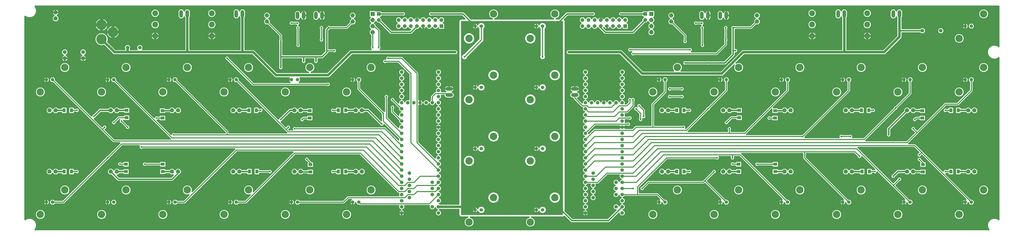
<source format=gbr>
G04 EAGLE Gerber X2 export*
%TF.Part,Single*%
%TF.FileFunction,Copper,L1,Top,Mixed*%
%TF.FilePolarity,Positive*%
%TF.GenerationSoftware,Autodesk,EAGLE,9.0.1*%
%TF.CreationDate,2018-06-01T15:48:08Z*%
G75*
%MOMM*%
%FSLAX34Y34*%
%LPD*%
%AMOC8*
5,1,8,0,0,1.08239X$1,22.5*%
G01*
%ADD10C,1.473200*%
%ADD11C,1.398000*%
%ADD12C,3.015000*%
%ADD13P,1.814519X8X22.500000*%
%ADD14P,1.814519X8X202.500000*%
%ADD15P,1.732040X8X292.500000*%
%ADD16C,1.600200*%
%ADD17C,4.318000*%
%ADD18P,1.814519X8X112.500000*%
%ADD19C,1.524000*%
%ADD20R,1.300000X1.600000*%
%ADD21R,1.600000X1.300000*%
%ADD22R,1.524000X1.524000*%
%ADD23P,1.649562X8X112.500000*%
%ADD24C,2.400000*%
%ADD25P,1.924489X8X202.500000*%
%ADD26R,1.778000X1.778000*%
%ADD27C,1.500000*%
%ADD28C,0.406400*%
%ADD29C,0.756400*%
%ADD30C,0.609600*%
%ADD31C,1.016000*%
%ADD32R,1.500000X1.500000*%
%ADD33P,0.818720X8X22.500000*%
%ADD34P,1.623585X8X22.500000*%

G36*
X4009072Y10164D02*
X4009072Y10164D01*
X4009110Y10162D01*
X4009318Y10184D01*
X4009526Y10201D01*
X4009563Y10210D01*
X4009601Y10214D01*
X4009802Y10269D01*
X4010004Y10319D01*
X4010039Y10334D01*
X4010076Y10345D01*
X4010266Y10432D01*
X4010458Y10514D01*
X4010490Y10534D01*
X4010525Y10550D01*
X4010698Y10667D01*
X4010874Y10779D01*
X4010902Y10804D01*
X4010934Y10826D01*
X4011086Y10969D01*
X4011242Y11108D01*
X4011266Y11138D01*
X4011294Y11164D01*
X4011420Y11329D01*
X4011552Y11492D01*
X4011571Y11525D01*
X4011594Y11555D01*
X4011692Y11739D01*
X4011796Y11920D01*
X4011809Y11956D01*
X4011827Y11990D01*
X4011895Y12187D01*
X4011967Y12383D01*
X4011975Y12420D01*
X4011987Y12456D01*
X4012022Y12663D01*
X4012062Y12867D01*
X4012063Y12905D01*
X4012070Y12943D01*
X4012071Y13152D01*
X4012077Y13360D01*
X4012072Y13398D01*
X4012073Y13436D01*
X4012040Y13642D01*
X4012013Y13849D01*
X4012002Y13886D01*
X4011996Y13923D01*
X4011931Y14121D01*
X4011870Y14321D01*
X4011854Y14356D01*
X4011842Y14392D01*
X4011745Y14577D01*
X4011654Y14765D01*
X4011631Y14796D01*
X4011614Y14830D01*
X4011556Y14902D01*
X4011368Y15167D01*
X4011247Y15289D01*
X4011189Y15363D01*
X4011061Y15491D01*
X4007574Y21529D01*
X4005770Y28264D01*
X4005770Y35236D01*
X4007574Y41971D01*
X4011061Y48009D01*
X4015991Y52939D01*
X4022029Y56426D01*
X4028764Y58230D01*
X4035736Y58230D01*
X4042471Y56426D01*
X4048520Y52933D01*
X4048666Y52816D01*
X4048825Y52680D01*
X4048857Y52661D01*
X4048887Y52637D01*
X4049068Y52534D01*
X4049247Y52426D01*
X4049282Y52412D01*
X4049315Y52393D01*
X4049511Y52320D01*
X4049705Y52243D01*
X4049742Y52234D01*
X4049778Y52221D01*
X4049983Y52181D01*
X4050187Y52136D01*
X4050225Y52134D01*
X4050262Y52126D01*
X4050470Y52120D01*
X4050679Y52108D01*
X4050717Y52112D01*
X4050755Y52111D01*
X4050961Y52138D01*
X4051170Y52160D01*
X4051207Y52170D01*
X4051244Y52175D01*
X4051444Y52236D01*
X4051646Y52291D01*
X4051680Y52307D01*
X4051717Y52318D01*
X4051904Y52410D01*
X4052094Y52497D01*
X4052126Y52518D01*
X4052160Y52535D01*
X4052330Y52655D01*
X4052504Y52772D01*
X4052531Y52798D01*
X4052562Y52820D01*
X4052710Y52966D01*
X4052863Y53110D01*
X4052886Y53140D01*
X4052913Y53167D01*
X4053036Y53335D01*
X4053163Y53501D01*
X4053181Y53535D01*
X4053204Y53565D01*
X4053298Y53752D01*
X4053397Y53936D01*
X4053409Y53972D01*
X4053426Y54006D01*
X4053489Y54205D01*
X4053557Y54403D01*
X4053563Y54440D01*
X4053574Y54476D01*
X4053585Y54568D01*
X4053639Y54889D01*
X4053640Y55061D01*
X4053651Y55154D01*
X4053792Y726036D01*
X4053789Y726074D01*
X4053791Y726113D01*
X4053769Y726321D01*
X4053752Y726527D01*
X4053743Y726565D01*
X4053739Y726603D01*
X4053683Y726805D01*
X4053633Y727006D01*
X4053618Y727042D01*
X4053608Y727079D01*
X4053521Y727268D01*
X4053439Y727460D01*
X4053418Y727492D01*
X4053402Y727527D01*
X4053286Y727700D01*
X4053174Y727876D01*
X4053148Y727905D01*
X4053127Y727937D01*
X4052984Y728088D01*
X4052845Y728244D01*
X4052815Y728268D01*
X4052789Y728296D01*
X4052623Y728423D01*
X4052461Y728554D01*
X4052428Y728573D01*
X4052397Y728596D01*
X4052214Y728695D01*
X4052033Y728798D01*
X4051997Y728811D01*
X4051963Y728829D01*
X4051765Y728897D01*
X4051570Y728970D01*
X4051533Y728977D01*
X4051496Y728989D01*
X4051290Y729024D01*
X4051086Y729064D01*
X4051048Y729066D01*
X4051010Y729072D01*
X4050801Y729073D01*
X4050593Y729080D01*
X4050555Y729075D01*
X4050516Y729075D01*
X4050310Y729043D01*
X4050104Y729016D01*
X4050067Y729004D01*
X4050029Y728998D01*
X4049831Y728933D01*
X4049632Y728873D01*
X4049597Y728856D01*
X4049560Y728844D01*
X4049375Y728748D01*
X4049188Y728656D01*
X4049157Y728634D01*
X4049123Y728616D01*
X4049050Y728558D01*
X4048786Y728371D01*
X4048663Y728250D01*
X4048590Y728191D01*
X4048509Y728111D01*
X4042471Y724624D01*
X4035736Y722820D01*
X4028764Y722820D01*
X4022029Y724624D01*
X4015991Y728111D01*
X4011061Y733041D01*
X4007574Y739079D01*
X4005770Y745814D01*
X4005770Y752786D01*
X4007574Y759521D01*
X4011061Y765559D01*
X4015991Y770489D01*
X4022029Y773976D01*
X4028764Y775780D01*
X4035736Y775780D01*
X4042471Y773976D01*
X4048509Y770489D01*
X4048600Y770399D01*
X4048628Y770375D01*
X4048654Y770346D01*
X4048816Y770215D01*
X4048975Y770080D01*
X4049008Y770060D01*
X4049037Y770036D01*
X4049219Y769933D01*
X4049398Y769825D01*
X4049433Y769811D01*
X4049466Y769792D01*
X4049662Y769720D01*
X4049856Y769642D01*
X4049893Y769634D01*
X4049928Y769621D01*
X4050134Y769581D01*
X4050338Y769535D01*
X4050376Y769533D01*
X4050413Y769526D01*
X4050621Y769519D01*
X4050830Y769508D01*
X4050868Y769512D01*
X4050906Y769510D01*
X4051113Y769538D01*
X4051321Y769560D01*
X4051357Y769570D01*
X4051395Y769575D01*
X4051595Y769635D01*
X4051797Y769690D01*
X4051831Y769706D01*
X4051867Y769717D01*
X4052055Y769809D01*
X4052245Y769896D01*
X4052276Y769917D01*
X4052310Y769934D01*
X4052481Y770055D01*
X4052654Y770172D01*
X4052682Y770197D01*
X4052713Y770219D01*
X4052862Y770366D01*
X4053014Y770509D01*
X4053037Y770539D01*
X4053064Y770566D01*
X4053187Y770735D01*
X4053314Y770901D01*
X4053332Y770934D01*
X4053354Y770965D01*
X4053449Y771151D01*
X4053547Y771336D01*
X4053560Y771371D01*
X4053577Y771405D01*
X4053639Y771604D01*
X4053707Y771802D01*
X4053714Y771840D01*
X4053725Y771876D01*
X4053735Y771967D01*
X4053790Y772289D01*
X4053791Y772460D01*
X4053802Y772553D01*
X4053837Y939291D01*
X4053830Y939368D01*
X4053833Y939444D01*
X4053810Y939613D01*
X4053797Y939783D01*
X4053778Y939857D01*
X4053768Y939933D01*
X4053719Y940097D01*
X4053678Y940262D01*
X4053648Y940332D01*
X4053626Y940406D01*
X4053551Y940559D01*
X4053484Y940715D01*
X4053442Y940780D01*
X4053409Y940849D01*
X4053310Y940987D01*
X4053219Y941132D01*
X4053168Y941189D01*
X4053123Y941251D01*
X4053004Y941372D01*
X4052890Y941499D01*
X4052830Y941548D01*
X4052777Y941602D01*
X4052639Y941702D01*
X4052506Y941809D01*
X4052440Y941847D01*
X4052378Y941892D01*
X4052226Y941969D01*
X4052078Y942054D01*
X4052006Y942080D01*
X4051938Y942115D01*
X4051775Y942166D01*
X4051615Y942225D01*
X4051540Y942240D01*
X4051467Y942263D01*
X4051362Y942275D01*
X4051131Y942320D01*
X4050894Y942327D01*
X4050789Y942339D01*
X54966Y942339D01*
X54928Y942336D01*
X54890Y942338D01*
X54682Y942316D01*
X54474Y942299D01*
X54437Y942290D01*
X54399Y942286D01*
X54198Y942231D01*
X53996Y942181D01*
X53961Y942166D01*
X53924Y942155D01*
X53734Y942068D01*
X53542Y941986D01*
X53510Y941966D01*
X53475Y941950D01*
X53302Y941833D01*
X53126Y941721D01*
X53098Y941696D01*
X53066Y941674D01*
X52914Y941531D01*
X52758Y941392D01*
X52734Y941362D01*
X52706Y941336D01*
X52580Y941171D01*
X52448Y941008D01*
X52429Y940975D01*
X52406Y940945D01*
X52308Y940761D01*
X52204Y940580D01*
X52191Y940544D01*
X52173Y940510D01*
X52105Y940313D01*
X52033Y940117D01*
X52025Y940080D01*
X52013Y940044D01*
X51978Y939837D01*
X51938Y939633D01*
X51937Y939595D01*
X51930Y939557D01*
X51929Y939347D01*
X51923Y939140D01*
X51928Y939102D01*
X51927Y939064D01*
X51960Y938858D01*
X51987Y938651D01*
X51998Y938614D01*
X52004Y938577D01*
X52069Y938379D01*
X52130Y938179D01*
X52146Y938144D01*
X52158Y938108D01*
X52255Y937923D01*
X52346Y937735D01*
X52369Y937704D01*
X52386Y937670D01*
X52444Y937598D01*
X52632Y937333D01*
X52753Y937211D01*
X52811Y937137D01*
X52939Y937009D01*
X56426Y930971D01*
X58230Y924236D01*
X58230Y917264D01*
X56426Y910529D01*
X52939Y904491D01*
X48009Y899561D01*
X41971Y896074D01*
X35236Y894270D01*
X28264Y894270D01*
X21529Y896074D01*
X15491Y899561D01*
X15363Y899689D01*
X15334Y899713D01*
X15308Y899742D01*
X15146Y899873D01*
X14987Y900008D01*
X14954Y900028D01*
X14924Y900052D01*
X14744Y900155D01*
X14564Y900263D01*
X14529Y900277D01*
X14496Y900296D01*
X14300Y900368D01*
X14106Y900446D01*
X14069Y900454D01*
X14033Y900467D01*
X13828Y900507D01*
X13625Y900553D01*
X13586Y900555D01*
X13549Y900562D01*
X13341Y900568D01*
X13132Y900580D01*
X13094Y900576D01*
X13056Y900577D01*
X12849Y900550D01*
X12641Y900528D01*
X12605Y900518D01*
X12567Y900513D01*
X12367Y900453D01*
X12166Y900397D01*
X12131Y900381D01*
X12094Y900370D01*
X11907Y900279D01*
X11717Y900192D01*
X11686Y900170D01*
X11651Y900154D01*
X11481Y900033D01*
X11308Y899916D01*
X11280Y899890D01*
X11249Y899868D01*
X11101Y899721D01*
X10948Y899578D01*
X10925Y899548D01*
X10898Y899521D01*
X10775Y899353D01*
X10648Y899187D01*
X10630Y899153D01*
X10608Y899123D01*
X10514Y898936D01*
X10415Y898752D01*
X10403Y898716D01*
X10385Y898682D01*
X10323Y898483D01*
X10255Y898286D01*
X10249Y898248D01*
X10237Y898212D01*
X10227Y898119D01*
X10172Y897799D01*
X10171Y897627D01*
X10161Y897534D01*
X10161Y54966D01*
X10164Y54928D01*
X10162Y54890D01*
X10184Y54682D01*
X10201Y54474D01*
X10210Y54437D01*
X10214Y54399D01*
X10269Y54198D01*
X10319Y53996D01*
X10334Y53961D01*
X10345Y53924D01*
X10432Y53734D01*
X10514Y53542D01*
X10534Y53510D01*
X10550Y53475D01*
X10667Y53302D01*
X10779Y53126D01*
X10804Y53098D01*
X10826Y53066D01*
X10969Y52914D01*
X11108Y52758D01*
X11138Y52734D01*
X11164Y52706D01*
X11329Y52580D01*
X11492Y52448D01*
X11525Y52429D01*
X11555Y52406D01*
X11739Y52308D01*
X11920Y52204D01*
X11956Y52191D01*
X11990Y52173D01*
X12187Y52105D01*
X12383Y52033D01*
X12420Y52025D01*
X12456Y52013D01*
X12663Y51978D01*
X12867Y51938D01*
X12905Y51937D01*
X12943Y51930D01*
X13152Y51929D01*
X13360Y51923D01*
X13398Y51928D01*
X13436Y51927D01*
X13642Y51960D01*
X13849Y51987D01*
X13886Y51998D01*
X13923Y52004D01*
X14121Y52069D01*
X14321Y52130D01*
X14356Y52146D01*
X14392Y52158D01*
X14577Y52255D01*
X14765Y52346D01*
X14796Y52369D01*
X14830Y52386D01*
X14902Y52444D01*
X15167Y52632D01*
X15289Y52753D01*
X15363Y52811D01*
X15491Y52939D01*
X21529Y56426D01*
X28264Y58230D01*
X35236Y58230D01*
X41971Y56426D01*
X48009Y52939D01*
X52939Y48009D01*
X56426Y41971D01*
X58230Y35236D01*
X58230Y28264D01*
X56426Y21529D01*
X52939Y15491D01*
X52811Y15363D01*
X52787Y15334D01*
X52758Y15308D01*
X52627Y15146D01*
X52492Y14987D01*
X52472Y14954D01*
X52448Y14924D01*
X52345Y14744D01*
X52237Y14564D01*
X52223Y14529D01*
X52204Y14496D01*
X52132Y14300D01*
X52054Y14106D01*
X52046Y14069D01*
X52033Y14033D01*
X51993Y13828D01*
X51947Y13625D01*
X51945Y13586D01*
X51938Y13549D01*
X51932Y13341D01*
X51920Y13132D01*
X51924Y13094D01*
X51923Y13056D01*
X51950Y12849D01*
X51972Y12641D01*
X51982Y12605D01*
X51987Y12567D01*
X52047Y12367D01*
X52103Y12166D01*
X52119Y12131D01*
X52130Y12094D01*
X52221Y11907D01*
X52308Y11717D01*
X52330Y11686D01*
X52346Y11651D01*
X52467Y11481D01*
X52584Y11308D01*
X52610Y11280D01*
X52632Y11249D01*
X52779Y11101D01*
X52922Y10948D01*
X52952Y10925D01*
X52979Y10898D01*
X53147Y10775D01*
X53313Y10648D01*
X53347Y10630D01*
X53377Y10608D01*
X53564Y10514D01*
X53748Y10415D01*
X53784Y10403D01*
X53818Y10385D01*
X54017Y10323D01*
X54214Y10255D01*
X54252Y10249D01*
X54288Y10237D01*
X54381Y10227D01*
X54701Y10172D01*
X54873Y10171D01*
X54966Y10161D01*
X4009034Y10161D01*
X4009072Y10164D01*
G37*
%LPC*%
G36*
X1850595Y26326D02*
X1850595Y26326D01*
X1843934Y29085D01*
X1838835Y34184D01*
X1836076Y40845D01*
X1836076Y48055D01*
X1838835Y54716D01*
X1843934Y59815D01*
X1849714Y62209D01*
X1849840Y62274D01*
X1849972Y62330D01*
X1850060Y62386D01*
X1850153Y62434D01*
X1850268Y62518D01*
X1850388Y62595D01*
X1850466Y62665D01*
X1850550Y62727D01*
X1850649Y62829D01*
X1850756Y62924D01*
X1850821Y63005D01*
X1850894Y63080D01*
X1850976Y63197D01*
X1851065Y63308D01*
X1851117Y63398D01*
X1851177Y63484D01*
X1851239Y63612D01*
X1851309Y63736D01*
X1851346Y63834D01*
X1851391Y63929D01*
X1851432Y64065D01*
X1851481Y64199D01*
X1851501Y64301D01*
X1851531Y64402D01*
X1851548Y64543D01*
X1851576Y64683D01*
X1851579Y64787D01*
X1851592Y64891D01*
X1851587Y65034D01*
X1851591Y65176D01*
X1851577Y65280D01*
X1851574Y65384D01*
X1851545Y65524D01*
X1851527Y65665D01*
X1851496Y65765D01*
X1851476Y65868D01*
X1851425Y66001D01*
X1851384Y66138D01*
X1851338Y66231D01*
X1851301Y66329D01*
X1851230Y66453D01*
X1851167Y66581D01*
X1851107Y66666D01*
X1851055Y66756D01*
X1850964Y66867D01*
X1850882Y66983D01*
X1850808Y67057D01*
X1850742Y67138D01*
X1850635Y67233D01*
X1850535Y67334D01*
X1850451Y67395D01*
X1850372Y67465D01*
X1850252Y67540D01*
X1850136Y67624D01*
X1850043Y67671D01*
X1849954Y67727D01*
X1849823Y67782D01*
X1849696Y67847D01*
X1849596Y67878D01*
X1849500Y67919D01*
X1849361Y67952D01*
X1849225Y67995D01*
X1849147Y68004D01*
X1849020Y68034D01*
X1848588Y68067D01*
X1848548Y68071D01*
X1820833Y68071D01*
X1817845Y69309D01*
X1815559Y71595D01*
X1814321Y74583D01*
X1814321Y96774D01*
X1814315Y96850D01*
X1814317Y96926D01*
X1814295Y97095D01*
X1814281Y97266D01*
X1814263Y97340D01*
X1814253Y97415D01*
X1814204Y97579D01*
X1814163Y97745D01*
X1814133Y97814D01*
X1814111Y97888D01*
X1814035Y98041D01*
X1813968Y98198D01*
X1813927Y98262D01*
X1813894Y98331D01*
X1813795Y98470D01*
X1813703Y98614D01*
X1813652Y98671D01*
X1813608Y98733D01*
X1813488Y98854D01*
X1813374Y98982D01*
X1813315Y99030D01*
X1813261Y99084D01*
X1813123Y99185D01*
X1812990Y99292D01*
X1812924Y99329D01*
X1812863Y99374D01*
X1812710Y99451D01*
X1812562Y99536D01*
X1812490Y99562D01*
X1812422Y99597D01*
X1812259Y99648D01*
X1812099Y99707D01*
X1812024Y99722D01*
X1811952Y99745D01*
X1811847Y99757D01*
X1811615Y99802D01*
X1811379Y99809D01*
X1811274Y99821D01*
X1735062Y99821D01*
X1734948Y99812D01*
X1734834Y99813D01*
X1734703Y99792D01*
X1734570Y99781D01*
X1734460Y99754D01*
X1734347Y99736D01*
X1734220Y99695D01*
X1734092Y99663D01*
X1733987Y99618D01*
X1733878Y99582D01*
X1733760Y99520D01*
X1733638Y99468D01*
X1733542Y99407D01*
X1733441Y99354D01*
X1733367Y99295D01*
X1733222Y99203D01*
X1733157Y99144D01*
X1730551Y98065D01*
X1730517Y98048D01*
X1730481Y98035D01*
X1730297Y97935D01*
X1730112Y97840D01*
X1730081Y97818D01*
X1730048Y97799D01*
X1729883Y97671D01*
X1729715Y97547D01*
X1729689Y97520D01*
X1729659Y97497D01*
X1729516Y97343D01*
X1729371Y97194D01*
X1729349Y97163D01*
X1729323Y97135D01*
X1729208Y96961D01*
X1729088Y96790D01*
X1729071Y96756D01*
X1729050Y96724D01*
X1728964Y96534D01*
X1728874Y96345D01*
X1728863Y96309D01*
X1728847Y96274D01*
X1728793Y96072D01*
X1728734Y95872D01*
X1728730Y95835D01*
X1728720Y95798D01*
X1728699Y95589D01*
X1728673Y95383D01*
X1728674Y95345D01*
X1728671Y95307D01*
X1728684Y95098D01*
X1728691Y94890D01*
X1728699Y94852D01*
X1728701Y94814D01*
X1728748Y94611D01*
X1728789Y94406D01*
X1728803Y94371D01*
X1728811Y94333D01*
X1728890Y94140D01*
X1728964Y93945D01*
X1728983Y93912D01*
X1728997Y93876D01*
X1729106Y93698D01*
X1729210Y93518D01*
X1729235Y93488D01*
X1729254Y93456D01*
X1729391Y93297D01*
X1729523Y93136D01*
X1729551Y93110D01*
X1729576Y93082D01*
X1729736Y92947D01*
X1729893Y92809D01*
X1729925Y92789D01*
X1729954Y92765D01*
X1730036Y92719D01*
X1730311Y92547D01*
X1730469Y92480D01*
X1730551Y92435D01*
X1733100Y91379D01*
X1736029Y88449D01*
X1737615Y84622D01*
X1737615Y80478D01*
X1736029Y76651D01*
X1733099Y73721D01*
X1729272Y72135D01*
X1725128Y72135D01*
X1721301Y73721D01*
X1718371Y76651D01*
X1716785Y80478D01*
X1716785Y84622D01*
X1718371Y88449D01*
X1721300Y91379D01*
X1723849Y92435D01*
X1723883Y92452D01*
X1723919Y92465D01*
X1724101Y92564D01*
X1724288Y92660D01*
X1724319Y92682D01*
X1724352Y92701D01*
X1724516Y92828D01*
X1724685Y92953D01*
X1724711Y92980D01*
X1724741Y93003D01*
X1724883Y93156D01*
X1725029Y93306D01*
X1725051Y93337D01*
X1725077Y93365D01*
X1725192Y93539D01*
X1725312Y93710D01*
X1725329Y93744D01*
X1725350Y93776D01*
X1725435Y93966D01*
X1725526Y94154D01*
X1725537Y94191D01*
X1725553Y94226D01*
X1725607Y94427D01*
X1725666Y94628D01*
X1725670Y94666D01*
X1725680Y94702D01*
X1725701Y94910D01*
X1725727Y95117D01*
X1725726Y95155D01*
X1725729Y95193D01*
X1725716Y95402D01*
X1725709Y95610D01*
X1725701Y95648D01*
X1725699Y95686D01*
X1725652Y95889D01*
X1725611Y96094D01*
X1725597Y96130D01*
X1725589Y96167D01*
X1725510Y96360D01*
X1725436Y96555D01*
X1725417Y96588D01*
X1725403Y96623D01*
X1725294Y96802D01*
X1725190Y96982D01*
X1725165Y97012D01*
X1725146Y97044D01*
X1725009Y97202D01*
X1724877Y97364D01*
X1724849Y97389D01*
X1724824Y97418D01*
X1724664Y97552D01*
X1724507Y97691D01*
X1724475Y97711D01*
X1724446Y97735D01*
X1724365Y97780D01*
X1724090Y97953D01*
X1723931Y98020D01*
X1723849Y98065D01*
X1721301Y99121D01*
X1718371Y102051D01*
X1717315Y104599D01*
X1717298Y104633D01*
X1717285Y104669D01*
X1717185Y104853D01*
X1717090Y105038D01*
X1717068Y105068D01*
X1717049Y105102D01*
X1716921Y105267D01*
X1716797Y105435D01*
X1716770Y105461D01*
X1716747Y105491D01*
X1716593Y105634D01*
X1716444Y105779D01*
X1716413Y105801D01*
X1716385Y105827D01*
X1716211Y105942D01*
X1716040Y106062D01*
X1716006Y106079D01*
X1715974Y106100D01*
X1715784Y106186D01*
X1715595Y106276D01*
X1715559Y106287D01*
X1715524Y106303D01*
X1715322Y106357D01*
X1715122Y106416D01*
X1715085Y106420D01*
X1715048Y106430D01*
X1714839Y106451D01*
X1714633Y106477D01*
X1714595Y106476D01*
X1714557Y106479D01*
X1714348Y106466D01*
X1714140Y106459D01*
X1714102Y106451D01*
X1714064Y106449D01*
X1713861Y106402D01*
X1713656Y106361D01*
X1713621Y106347D01*
X1713583Y106339D01*
X1713390Y106260D01*
X1713195Y106186D01*
X1713162Y106167D01*
X1713126Y106153D01*
X1712948Y106044D01*
X1712768Y105940D01*
X1712738Y105915D01*
X1712706Y105896D01*
X1712547Y105759D01*
X1712386Y105627D01*
X1712360Y105599D01*
X1712332Y105574D01*
X1712197Y105414D01*
X1712059Y105257D01*
X1712039Y105225D01*
X1712015Y105196D01*
X1711969Y105114D01*
X1711797Y104839D01*
X1711730Y104681D01*
X1711685Y104599D01*
X1710629Y102050D01*
X1707699Y99121D01*
X1703872Y97535D01*
X1699728Y97535D01*
X1695901Y99121D01*
X1692971Y102051D01*
X1691385Y105878D01*
X1691385Y110022D01*
X1691938Y111356D01*
X1691993Y111528D01*
X1692056Y111697D01*
X1692069Y111762D01*
X1692089Y111825D01*
X1692116Y112004D01*
X1692151Y112181D01*
X1692153Y112247D01*
X1692163Y112313D01*
X1692161Y112494D01*
X1692166Y112674D01*
X1692157Y112740D01*
X1692157Y112807D01*
X1692125Y112984D01*
X1692102Y113163D01*
X1692083Y113227D01*
X1692071Y113292D01*
X1692011Y113463D01*
X1691959Y113636D01*
X1691930Y113695D01*
X1691908Y113758D01*
X1691822Y113916D01*
X1691742Y114079D01*
X1691704Y114133D01*
X1691672Y114191D01*
X1691561Y114334D01*
X1691457Y114481D01*
X1691410Y114528D01*
X1691369Y114581D01*
X1691237Y114704D01*
X1691110Y114832D01*
X1691057Y114871D01*
X1691008Y114916D01*
X1690857Y115016D01*
X1690711Y115122D01*
X1690652Y115152D01*
X1690597Y115189D01*
X1690432Y115263D01*
X1690271Y115345D01*
X1690208Y115365D01*
X1690147Y115392D01*
X1689973Y115439D01*
X1689800Y115493D01*
X1689748Y115499D01*
X1689670Y115520D01*
X1689179Y115569D01*
X1689146Y115567D01*
X1689123Y115569D01*
X1587477Y115569D01*
X1587297Y115555D01*
X1587117Y115548D01*
X1587052Y115535D01*
X1586986Y115529D01*
X1586810Y115486D01*
X1586634Y115450D01*
X1586571Y115427D01*
X1586507Y115411D01*
X1586341Y115339D01*
X1586172Y115276D01*
X1586115Y115242D01*
X1586053Y115216D01*
X1585901Y115119D01*
X1585745Y115029D01*
X1585693Y114987D01*
X1585637Y114951D01*
X1585503Y114831D01*
X1585363Y114716D01*
X1585319Y114667D01*
X1585269Y114622D01*
X1585156Y114482D01*
X1585037Y114347D01*
X1585001Y114290D01*
X1584960Y114238D01*
X1584870Y114082D01*
X1584774Y113929D01*
X1584748Y113868D01*
X1584716Y113810D01*
X1584653Y113640D01*
X1584583Y113474D01*
X1584567Y113410D01*
X1584544Y113347D01*
X1584509Y113170D01*
X1584467Y112995D01*
X1584462Y112928D01*
X1584449Y112863D01*
X1584444Y112683D01*
X1584430Y112503D01*
X1584436Y112436D01*
X1584434Y112370D01*
X1584457Y112191D01*
X1584473Y112011D01*
X1584488Y111961D01*
X1584498Y111881D01*
X1584641Y111409D01*
X1584656Y111378D01*
X1584662Y111356D01*
X1585215Y110022D01*
X1585215Y105878D01*
X1583629Y102051D01*
X1580700Y99121D01*
X1577411Y97759D01*
X1577270Y97687D01*
X1577126Y97623D01*
X1577052Y97574D01*
X1576972Y97534D01*
X1576845Y97440D01*
X1576713Y97354D01*
X1576647Y97294D01*
X1576575Y97241D01*
X1576465Y97128D01*
X1576348Y97022D01*
X1576293Y96952D01*
X1576231Y96888D01*
X1576140Y96758D01*
X1576042Y96635D01*
X1575999Y96557D01*
X1575948Y96483D01*
X1575879Y96341D01*
X1575803Y96203D01*
X1575772Y96120D01*
X1575734Y96039D01*
X1575689Y95887D01*
X1575636Y95739D01*
X1575619Y95652D01*
X1575594Y95566D01*
X1575574Y95409D01*
X1575546Y95254D01*
X1575544Y95165D01*
X1575533Y95076D01*
X1575539Y94919D01*
X1575535Y94761D01*
X1575548Y94672D01*
X1575551Y94583D01*
X1575582Y94429D01*
X1575605Y94273D01*
X1575631Y94187D01*
X1575649Y94100D01*
X1575705Y93952D01*
X1575752Y93802D01*
X1575792Y93722D01*
X1575823Y93638D01*
X1575903Y93501D01*
X1575973Y93361D01*
X1576025Y93289D01*
X1576070Y93211D01*
X1576170Y93089D01*
X1576263Y92961D01*
X1576326Y92898D01*
X1576383Y92829D01*
X1576501Y92725D01*
X1576613Y92614D01*
X1576685Y92562D01*
X1576753Y92503D01*
X1576886Y92419D01*
X1577014Y92327D01*
X1577077Y92299D01*
X1577170Y92240D01*
X1577625Y92049D01*
X1577631Y92047D01*
X1577635Y92045D01*
X1578603Y91731D01*
X1579992Y91023D01*
X1581254Y90106D01*
X1582356Y89004D01*
X1583273Y87742D01*
X1583981Y86353D01*
X1584226Y85597D01*
X1574800Y85597D01*
X1565374Y85597D01*
X1565619Y86353D01*
X1566327Y87742D01*
X1567244Y89004D01*
X1568346Y90106D01*
X1569608Y91023D01*
X1570997Y91731D01*
X1571965Y92045D01*
X1572110Y92106D01*
X1572259Y92158D01*
X1572338Y92201D01*
X1572420Y92235D01*
X1572554Y92319D01*
X1572692Y92394D01*
X1572763Y92449D01*
X1572839Y92496D01*
X1572957Y92600D01*
X1573082Y92697D01*
X1573143Y92762D01*
X1573210Y92821D01*
X1573310Y92943D01*
X1573417Y93058D01*
X1573467Y93133D01*
X1573524Y93202D01*
X1573603Y93338D01*
X1573690Y93470D01*
X1573727Y93551D01*
X1573772Y93628D01*
X1573828Y93775D01*
X1573893Y93919D01*
X1573916Y94006D01*
X1573948Y94089D01*
X1573980Y94244D01*
X1574021Y94396D01*
X1574029Y94485D01*
X1574047Y94572D01*
X1574054Y94730D01*
X1574070Y94887D01*
X1574064Y94976D01*
X1574068Y95065D01*
X1574049Y95222D01*
X1574039Y95379D01*
X1574019Y95466D01*
X1574008Y95555D01*
X1573964Y95706D01*
X1573929Y95860D01*
X1573895Y95943D01*
X1573870Y96029D01*
X1573803Y96171D01*
X1573743Y96317D01*
X1573696Y96393D01*
X1573658Y96474D01*
X1573568Y96603D01*
X1573486Y96738D01*
X1573427Y96806D01*
X1573376Y96879D01*
X1573267Y96992D01*
X1573164Y97112D01*
X1573095Y97169D01*
X1573033Y97233D01*
X1572907Y97327D01*
X1572786Y97429D01*
X1572726Y97462D01*
X1572637Y97528D01*
X1572199Y97754D01*
X1572193Y97756D01*
X1572189Y97759D01*
X1568900Y99121D01*
X1565971Y102051D01*
X1564385Y105878D01*
X1564385Y110022D01*
X1564938Y111356D01*
X1564993Y111528D01*
X1565056Y111697D01*
X1565069Y111762D01*
X1565089Y111825D01*
X1565116Y112004D01*
X1565151Y112181D01*
X1565153Y112247D01*
X1565163Y112313D01*
X1565161Y112494D01*
X1565166Y112674D01*
X1565157Y112740D01*
X1565157Y112807D01*
X1565125Y112984D01*
X1565102Y113163D01*
X1565083Y113227D01*
X1565071Y113292D01*
X1565011Y113463D01*
X1564959Y113636D01*
X1564930Y113695D01*
X1564908Y113758D01*
X1564822Y113916D01*
X1564742Y114079D01*
X1564704Y114133D01*
X1564672Y114191D01*
X1564561Y114334D01*
X1564457Y114481D01*
X1564410Y114528D01*
X1564369Y114581D01*
X1564237Y114704D01*
X1564110Y114832D01*
X1564057Y114871D01*
X1564008Y114916D01*
X1563857Y115016D01*
X1563711Y115122D01*
X1563652Y115152D01*
X1563597Y115189D01*
X1563432Y115263D01*
X1563271Y115345D01*
X1563208Y115365D01*
X1563147Y115392D01*
X1562973Y115439D01*
X1562800Y115493D01*
X1562748Y115499D01*
X1562670Y115520D01*
X1562179Y115569D01*
X1562146Y115567D01*
X1562123Y115569D01*
X1402339Y115569D01*
X1400378Y116382D01*
X1400370Y116388D01*
X1400272Y116447D01*
X1400180Y116514D01*
X1400062Y116574D01*
X1399948Y116643D01*
X1399841Y116685D01*
X1399740Y116737D01*
X1399613Y116777D01*
X1399489Y116826D01*
X1399378Y116851D01*
X1399269Y116885D01*
X1399176Y116895D01*
X1399008Y116933D01*
X1398684Y116951D01*
X1398591Y116961D01*
X1395003Y116961D01*
X1391314Y118490D01*
X1388490Y121313D01*
X1386735Y125548D01*
X1386667Y125682D01*
X1386607Y125820D01*
X1386555Y125901D01*
X1386510Y125987D01*
X1386421Y126108D01*
X1386340Y126234D01*
X1386275Y126306D01*
X1386217Y126384D01*
X1386110Y126489D01*
X1386009Y126601D01*
X1385934Y126661D01*
X1385864Y126729D01*
X1385741Y126815D01*
X1385624Y126909D01*
X1385540Y126956D01*
X1385460Y127012D01*
X1385325Y127077D01*
X1385194Y127151D01*
X1385103Y127184D01*
X1385016Y127226D01*
X1384872Y127268D01*
X1384731Y127320D01*
X1384635Y127338D01*
X1384542Y127365D01*
X1384393Y127384D01*
X1384246Y127412D01*
X1384149Y127415D01*
X1384053Y127427D01*
X1383903Y127421D01*
X1383753Y127425D01*
X1383657Y127412D01*
X1383560Y127408D01*
X1383413Y127378D01*
X1383264Y127358D01*
X1383171Y127330D01*
X1383076Y127310D01*
X1382936Y127257D01*
X1382792Y127213D01*
X1382706Y127170D01*
X1382615Y127136D01*
X1382485Y127061D01*
X1382350Y126994D01*
X1382272Y126938D01*
X1382188Y126889D01*
X1382072Y126794D01*
X1381949Y126707D01*
X1381881Y126638D01*
X1381806Y126577D01*
X1381706Y126464D01*
X1381600Y126358D01*
X1381544Y126279D01*
X1381480Y126207D01*
X1381400Y126080D01*
X1381312Y125958D01*
X1381269Y125871D01*
X1381217Y125789D01*
X1381159Y125651D01*
X1381092Y125516D01*
X1381072Y125445D01*
X1381025Y125334D01*
X1380913Y124868D01*
X1380910Y124859D01*
X1380896Y124768D01*
X1380432Y123341D01*
X1379751Y122005D01*
X1378870Y120791D01*
X1377809Y119730D01*
X1376595Y118849D01*
X1375259Y118168D01*
X1374647Y117969D01*
X1374647Y127000D01*
X1374641Y127076D01*
X1374644Y127152D01*
X1374621Y127321D01*
X1374607Y127491D01*
X1374589Y127565D01*
X1374579Y127641D01*
X1374530Y127805D01*
X1374489Y127970D01*
X1374459Y128040D01*
X1374437Y128113D01*
X1374362Y128267D01*
X1374294Y128424D01*
X1374253Y128488D01*
X1374220Y128556D01*
X1374121Y128696D01*
X1374029Y128840D01*
X1373978Y128896D01*
X1373934Y128959D01*
X1373814Y129080D01*
X1373700Y129208D01*
X1373641Y129256D01*
X1373587Y129310D01*
X1373449Y129411D01*
X1373316Y129518D01*
X1373250Y129556D01*
X1373188Y129600D01*
X1373036Y129677D01*
X1372887Y129762D01*
X1372816Y129788D01*
X1372748Y129823D01*
X1372585Y129874D01*
X1372425Y129934D01*
X1372350Y129948D01*
X1372277Y129971D01*
X1372173Y129983D01*
X1371941Y130028D01*
X1371705Y130036D01*
X1371600Y130047D01*
X1362569Y130047D01*
X1362768Y130659D01*
X1363449Y131995D01*
X1364330Y133209D01*
X1365391Y134270D01*
X1366605Y135151D01*
X1366714Y135207D01*
X1366733Y135219D01*
X1366754Y135228D01*
X1366943Y135348D01*
X1367134Y135466D01*
X1367151Y135481D01*
X1367170Y135493D01*
X1367337Y135642D01*
X1367506Y135789D01*
X1367521Y135806D01*
X1367538Y135822D01*
X1367679Y135996D01*
X1367822Y136168D01*
X1367834Y136188D01*
X1367848Y136206D01*
X1367959Y136400D01*
X1368072Y136593D01*
X1368081Y136614D01*
X1368092Y136634D01*
X1368170Y136844D01*
X1368251Y137053D01*
X1368256Y137075D01*
X1368264Y137097D01*
X1368307Y137317D01*
X1368353Y137535D01*
X1368354Y137558D01*
X1368358Y137581D01*
X1368365Y137804D01*
X1368376Y138028D01*
X1368373Y138051D01*
X1368374Y138074D01*
X1368345Y138295D01*
X1368319Y138518D01*
X1368312Y138540D01*
X1368309Y138563D01*
X1368245Y138778D01*
X1368183Y138993D01*
X1368173Y139013D01*
X1368167Y139036D01*
X1368068Y139237D01*
X1367973Y139439D01*
X1367960Y139458D01*
X1367950Y139479D01*
X1367820Y139661D01*
X1367694Y139846D01*
X1367678Y139862D01*
X1367664Y139881D01*
X1367507Y140041D01*
X1367352Y140202D01*
X1367334Y140216D01*
X1367318Y140232D01*
X1367137Y140364D01*
X1366958Y140498D01*
X1366938Y140509D01*
X1366919Y140522D01*
X1366719Y140623D01*
X1366521Y140727D01*
X1366499Y140734D01*
X1366479Y140745D01*
X1366265Y140812D01*
X1366053Y140882D01*
X1366030Y140886D01*
X1366008Y140893D01*
X1365935Y140901D01*
X1365565Y140960D01*
X1365416Y140960D01*
X1365330Y140969D01*
X1355917Y140969D01*
X1355803Y140960D01*
X1355689Y140961D01*
X1355557Y140940D01*
X1355425Y140929D01*
X1355314Y140902D01*
X1355201Y140884D01*
X1355075Y140843D01*
X1354946Y140811D01*
X1354841Y140766D01*
X1354733Y140730D01*
X1354615Y140668D01*
X1354493Y140616D01*
X1354397Y140555D01*
X1354295Y140502D01*
X1354222Y140443D01*
X1354077Y140351D01*
X1353835Y140135D01*
X1353762Y140077D01*
X1338236Y124551D01*
X1338236Y124550D01*
X1336378Y122693D01*
X1334511Y121919D01*
X1153378Y121919D01*
X1153265Y121910D01*
X1153150Y121911D01*
X1153019Y121890D01*
X1152887Y121879D01*
X1152776Y121852D01*
X1152663Y121834D01*
X1152537Y121793D01*
X1152408Y121761D01*
X1152303Y121716D01*
X1152194Y121680D01*
X1152076Y121618D01*
X1151954Y121566D01*
X1151858Y121505D01*
X1151757Y121452D01*
X1151683Y121393D01*
X1151538Y121301D01*
X1151296Y121085D01*
X1151224Y121027D01*
X1148686Y118490D01*
X1144997Y116961D01*
X1141003Y116961D01*
X1137314Y118490D01*
X1134490Y121313D01*
X1132735Y125548D01*
X1132667Y125682D01*
X1132607Y125820D01*
X1132555Y125901D01*
X1132510Y125987D01*
X1132421Y126108D01*
X1132340Y126234D01*
X1132275Y126306D01*
X1132217Y126384D01*
X1132110Y126489D01*
X1132009Y126601D01*
X1131934Y126661D01*
X1131864Y126729D01*
X1131741Y126815D01*
X1131624Y126909D01*
X1131540Y126956D01*
X1131477Y127000D01*
X1131586Y127077D01*
X1131715Y127155D01*
X1131788Y127218D01*
X1131867Y127274D01*
X1131975Y127379D01*
X1132088Y127477D01*
X1132151Y127551D01*
X1132220Y127619D01*
X1132309Y127739D01*
X1132406Y127855D01*
X1132441Y127919D01*
X1132512Y128016D01*
X1132731Y128443D01*
X1132735Y128452D01*
X1132737Y128455D01*
X1134490Y132687D01*
X1137314Y135510D01*
X1141003Y137039D01*
X1144997Y137039D01*
X1148686Y135510D01*
X1151224Y132973D01*
X1151311Y132899D01*
X1151391Y132818D01*
X1151498Y132740D01*
X1151600Y132654D01*
X1151698Y132595D01*
X1151790Y132528D01*
X1151908Y132468D01*
X1152022Y132399D01*
X1152128Y132357D01*
X1152230Y132305D01*
X1152357Y132265D01*
X1152480Y132216D01*
X1152592Y132191D01*
X1152701Y132157D01*
X1152794Y132147D01*
X1152962Y132109D01*
X1153286Y132091D01*
X1153378Y132081D01*
X1330133Y132081D01*
X1330247Y132090D01*
X1330361Y132089D01*
X1330493Y132110D01*
X1330625Y132121D01*
X1330736Y132148D01*
X1330849Y132166D01*
X1330975Y132207D01*
X1331104Y132239D01*
X1331209Y132284D01*
X1331317Y132320D01*
X1331435Y132382D01*
X1331557Y132434D01*
X1331653Y132495D01*
X1331755Y132548D01*
X1331828Y132607D01*
X1331973Y132699D01*
X1332215Y132915D01*
X1332288Y132973D01*
X1347814Y148499D01*
X1347814Y148500D01*
X1349672Y150357D01*
X1351539Y151131D01*
X1562123Y151131D01*
X1562303Y151145D01*
X1562483Y151152D01*
X1562548Y151165D01*
X1562614Y151171D01*
X1562790Y151214D01*
X1562966Y151250D01*
X1563029Y151273D01*
X1563093Y151289D01*
X1563259Y151361D01*
X1563428Y151424D01*
X1563485Y151458D01*
X1563547Y151484D01*
X1563699Y151581D01*
X1563855Y151671D01*
X1563907Y151713D01*
X1563963Y151749D01*
X1564097Y151869D01*
X1564237Y151984D01*
X1564281Y152033D01*
X1564331Y152078D01*
X1564444Y152218D01*
X1564563Y152353D01*
X1564599Y152410D01*
X1564640Y152462D01*
X1564730Y152618D01*
X1564826Y152771D01*
X1564852Y152832D01*
X1564884Y152890D01*
X1564947Y153060D01*
X1565017Y153226D01*
X1565033Y153290D01*
X1565056Y153353D01*
X1565091Y153530D01*
X1565133Y153705D01*
X1565138Y153772D01*
X1565151Y153837D01*
X1565156Y154017D01*
X1565170Y154197D01*
X1565164Y154264D01*
X1565166Y154330D01*
X1565143Y154509D01*
X1565127Y154689D01*
X1565112Y154739D01*
X1565102Y154819D01*
X1564959Y155291D01*
X1564944Y155322D01*
X1564938Y155344D01*
X1564385Y156678D01*
X1564385Y160822D01*
X1564938Y162156D01*
X1564993Y162328D01*
X1565056Y162497D01*
X1565069Y162562D01*
X1565089Y162625D01*
X1565116Y162804D01*
X1565151Y162981D01*
X1565153Y163047D01*
X1565163Y163113D01*
X1565161Y163294D01*
X1565166Y163474D01*
X1565157Y163540D01*
X1565157Y163607D01*
X1565125Y163784D01*
X1565102Y163963D01*
X1565083Y164027D01*
X1565071Y164092D01*
X1565011Y164263D01*
X1564959Y164436D01*
X1564930Y164495D01*
X1564908Y164558D01*
X1564822Y164716D01*
X1564742Y164879D01*
X1564704Y164933D01*
X1564672Y164991D01*
X1564561Y165134D01*
X1564457Y165281D01*
X1564410Y165328D01*
X1564369Y165381D01*
X1564237Y165504D01*
X1564110Y165632D01*
X1564057Y165671D01*
X1564008Y165716D01*
X1563857Y165816D01*
X1563711Y165922D01*
X1563652Y165952D01*
X1563597Y165989D01*
X1563432Y166063D01*
X1563271Y166145D01*
X1563208Y166165D01*
X1563147Y166192D01*
X1562973Y166239D01*
X1562800Y166293D01*
X1562748Y166299D01*
X1562670Y166320D01*
X1562179Y166369D01*
X1562146Y166367D01*
X1562123Y166369D01*
X1561089Y166369D01*
X1559222Y167143D01*
X1402138Y324227D01*
X1402051Y324301D01*
X1401971Y324382D01*
X1401863Y324460D01*
X1401762Y324546D01*
X1401664Y324605D01*
X1401572Y324672D01*
X1401454Y324732D01*
X1401340Y324801D01*
X1401233Y324843D01*
X1401132Y324895D01*
X1401005Y324935D01*
X1400881Y324984D01*
X1400770Y325009D01*
X1400661Y325043D01*
X1400568Y325053D01*
X1400400Y325091D01*
X1400076Y325109D01*
X1399983Y325119D01*
X1133667Y325119D01*
X1133553Y325110D01*
X1133439Y325111D01*
X1133307Y325090D01*
X1133175Y325079D01*
X1133064Y325052D01*
X1132951Y325034D01*
X1132825Y324993D01*
X1132696Y324961D01*
X1132591Y324916D01*
X1132483Y324880D01*
X1132365Y324818D01*
X1132243Y324766D01*
X1132147Y324705D01*
X1132045Y324652D01*
X1131972Y324593D01*
X1131827Y324501D01*
X1131585Y324285D01*
X1131512Y324227D01*
X1125323Y318038D01*
X1125249Y317951D01*
X1125168Y317871D01*
X1125090Y317763D01*
X1125004Y317662D01*
X1124945Y317564D01*
X1124878Y317472D01*
X1124818Y317354D01*
X1124749Y317240D01*
X1124707Y317133D01*
X1124655Y317032D01*
X1124615Y316905D01*
X1124566Y316781D01*
X1124541Y316670D01*
X1124507Y316561D01*
X1124497Y316468D01*
X1124459Y316300D01*
X1124454Y316196D01*
X1123391Y313631D01*
X1121469Y311709D01*
X1118907Y310648D01*
X1118857Y310640D01*
X1118725Y310629D01*
X1118614Y310602D01*
X1118501Y310584D01*
X1118375Y310543D01*
X1118246Y310511D01*
X1118141Y310466D01*
X1118033Y310430D01*
X1117915Y310368D01*
X1117793Y310316D01*
X1117697Y310255D01*
X1117595Y310202D01*
X1117522Y310143D01*
X1117377Y310051D01*
X1117135Y309835D01*
X1117062Y309777D01*
X929978Y122693D01*
X928111Y121919D01*
X899378Y121919D01*
X899265Y121910D01*
X899150Y121911D01*
X899019Y121890D01*
X898887Y121879D01*
X898776Y121852D01*
X898663Y121834D01*
X898537Y121793D01*
X898408Y121761D01*
X898303Y121716D01*
X898194Y121680D01*
X898076Y121618D01*
X897954Y121566D01*
X897858Y121505D01*
X897757Y121452D01*
X897683Y121393D01*
X897538Y121301D01*
X897296Y121085D01*
X897224Y121027D01*
X894686Y118490D01*
X890997Y116961D01*
X887003Y116961D01*
X883314Y118490D01*
X880490Y121314D01*
X878735Y125548D01*
X878667Y125682D01*
X878607Y125820D01*
X878554Y125901D01*
X878510Y125987D01*
X878421Y126108D01*
X878340Y126234D01*
X878275Y126306D01*
X878217Y126384D01*
X878110Y126489D01*
X878009Y126601D01*
X877934Y126661D01*
X877864Y126729D01*
X877741Y126815D01*
X877624Y126909D01*
X877540Y126956D01*
X877477Y127000D01*
X877586Y127077D01*
X877715Y127155D01*
X877788Y127218D01*
X877867Y127274D01*
X877975Y127379D01*
X878088Y127477D01*
X878151Y127551D01*
X878220Y127619D01*
X878309Y127740D01*
X878406Y127855D01*
X878441Y127919D01*
X878512Y128016D01*
X878731Y128443D01*
X878735Y128452D01*
X880490Y132686D01*
X883314Y135510D01*
X887003Y137039D01*
X890997Y137039D01*
X894686Y135510D01*
X897224Y132973D01*
X897311Y132899D01*
X897391Y132818D01*
X897498Y132740D01*
X897600Y132654D01*
X897698Y132595D01*
X897790Y132528D01*
X897908Y132468D01*
X898022Y132399D01*
X898128Y132357D01*
X898230Y132305D01*
X898357Y132265D01*
X898480Y132216D01*
X898592Y132191D01*
X898701Y132157D01*
X898794Y132147D01*
X898962Y132109D01*
X899286Y132091D01*
X899378Y132081D01*
X923733Y132081D01*
X923847Y132090D01*
X923961Y132089D01*
X924093Y132110D01*
X924225Y132121D01*
X924336Y132148D01*
X924449Y132166D01*
X924575Y132207D01*
X924704Y132239D01*
X924809Y132284D01*
X924917Y132320D01*
X925035Y132382D01*
X925157Y132434D01*
X925253Y132495D01*
X925355Y132548D01*
X925428Y132607D01*
X925573Y132699D01*
X925815Y132915D01*
X925888Y132973D01*
X948254Y155339D01*
X948346Y155448D01*
X948446Y155550D01*
X948506Y155635D01*
X948573Y155715D01*
X948647Y155837D01*
X948729Y155954D01*
X948774Y156048D01*
X948828Y156138D01*
X948881Y156270D01*
X948943Y156399D01*
X948972Y156499D01*
X949011Y156596D01*
X949042Y156735D01*
X949082Y156872D01*
X949095Y156975D01*
X949118Y157077D01*
X949126Y157220D01*
X949144Y157361D01*
X949140Y157465D01*
X949146Y157570D01*
X949130Y157712D01*
X949125Y157854D01*
X949104Y157957D01*
X949093Y158061D01*
X949056Y158198D01*
X949027Y158338D01*
X948990Y158435D01*
X948963Y158536D01*
X948903Y158666D01*
X948853Y158799D01*
X948801Y158890D01*
X948757Y158985D01*
X948677Y159103D01*
X948606Y159226D01*
X948540Y159307D01*
X948482Y159394D01*
X948384Y159498D01*
X948294Y159608D01*
X948215Y159677D01*
X948144Y159754D01*
X948031Y159840D01*
X947924Y159935D01*
X947835Y159990D01*
X947752Y160054D01*
X947627Y160121D01*
X947506Y160197D01*
X947410Y160238D01*
X947318Y160287D01*
X947183Y160333D01*
X947051Y160389D01*
X946950Y160413D01*
X946851Y160447D01*
X946710Y160471D01*
X946572Y160504D01*
X946468Y160512D01*
X946365Y160530D01*
X946222Y160531D01*
X946080Y160541D01*
X945976Y160532D01*
X945871Y160533D01*
X945730Y160511D01*
X945588Y160498D01*
X945513Y160476D01*
X945384Y160456D01*
X944971Y160320D01*
X944933Y160309D01*
X943405Y159676D01*
X936195Y159676D01*
X929534Y162435D01*
X924435Y167534D01*
X921676Y174195D01*
X921676Y181405D01*
X924435Y188066D01*
X929534Y193165D01*
X936195Y195924D01*
X943405Y195924D01*
X950066Y193165D01*
X955165Y188066D01*
X957924Y181405D01*
X957924Y174195D01*
X957291Y172667D01*
X957247Y172531D01*
X957194Y172399D01*
X957172Y172297D01*
X957139Y172197D01*
X957118Y172056D01*
X957087Y171917D01*
X957082Y171813D01*
X957066Y171710D01*
X957068Y171567D01*
X957060Y171425D01*
X957071Y171321D01*
X957072Y171216D01*
X957097Y171076D01*
X957112Y170934D01*
X957140Y170834D01*
X957158Y170730D01*
X957205Y170596D01*
X957243Y170458D01*
X957286Y170363D01*
X957321Y170265D01*
X957389Y170140D01*
X957448Y170010D01*
X957507Y169923D01*
X957557Y169832D01*
X957644Y169719D01*
X957724Y169601D01*
X957795Y169525D01*
X957859Y169442D01*
X957964Y169345D01*
X958062Y169241D01*
X958145Y169178D01*
X958221Y169106D01*
X958340Y169028D01*
X958453Y168941D01*
X958545Y168892D01*
X958632Y168834D01*
X958762Y168775D01*
X958888Y168708D01*
X958987Y168674D01*
X959082Y168631D01*
X959219Y168594D01*
X959354Y168548D01*
X959458Y168530D01*
X959558Y168503D01*
X959700Y168489D01*
X959841Y168465D01*
X959945Y168464D01*
X960049Y168454D01*
X960191Y168463D01*
X960334Y168462D01*
X960437Y168478D01*
X960542Y168485D01*
X960681Y168517D01*
X960821Y168539D01*
X960921Y168571D01*
X961023Y168595D01*
X961155Y168648D01*
X961290Y168693D01*
X961383Y168741D01*
X961480Y168781D01*
X961601Y168855D01*
X961728Y168921D01*
X961789Y168970D01*
X961900Y169038D01*
X962230Y169321D01*
X962261Y169346D01*
X1036340Y243426D01*
X1036433Y243534D01*
X1036532Y243636D01*
X1036592Y243722D01*
X1036660Y243802D01*
X1036734Y243924D01*
X1036815Y244041D01*
X1036860Y244134D01*
X1036915Y244224D01*
X1036967Y244357D01*
X1037029Y244485D01*
X1037059Y244585D01*
X1037098Y244682D01*
X1037128Y244821D01*
X1037169Y244958D01*
X1037182Y245062D01*
X1037204Y245164D01*
X1037212Y245307D01*
X1037230Y245448D01*
X1037229Y245476D01*
X1037348Y245476D01*
X1037451Y245492D01*
X1037555Y245498D01*
X1037694Y245530D01*
X1037835Y245552D01*
X1037934Y245585D01*
X1038036Y245608D01*
X1038168Y245662D01*
X1038304Y245706D01*
X1038396Y245755D01*
X1038493Y245794D01*
X1038615Y245868D01*
X1038741Y245934D01*
X1038802Y245983D01*
X1038914Y246051D01*
X1039243Y246335D01*
X1039274Y246360D01*
X1109877Y316962D01*
X1109951Y317049D01*
X1110032Y317129D01*
X1110110Y317237D01*
X1110196Y317338D01*
X1110255Y317436D01*
X1110322Y317528D01*
X1110382Y317646D01*
X1110451Y317760D01*
X1110493Y317867D01*
X1110545Y317968D01*
X1110585Y318095D01*
X1110634Y318219D01*
X1110659Y318330D01*
X1110693Y318439D01*
X1110703Y318532D01*
X1110741Y318700D01*
X1110746Y318804D01*
X1111809Y321369D01*
X1113731Y323291D01*
X1116293Y324352D01*
X1116343Y324360D01*
X1116475Y324371D01*
X1116586Y324398D01*
X1116699Y324416D01*
X1116825Y324457D01*
X1116954Y324489D01*
X1117059Y324534D01*
X1117167Y324570D01*
X1117285Y324632D01*
X1117407Y324684D01*
X1117503Y324745D01*
X1117605Y324798D01*
X1117678Y324857D01*
X1117823Y324949D01*
X1118065Y325165D01*
X1118138Y325223D01*
X1125532Y332617D01*
X1125557Y332646D01*
X1125585Y332672D01*
X1125716Y332834D01*
X1125852Y332993D01*
X1125871Y333026D01*
X1125895Y333056D01*
X1125998Y333237D01*
X1126106Y333416D01*
X1126120Y333451D01*
X1126139Y333484D01*
X1126212Y333680D01*
X1126289Y333874D01*
X1126297Y333911D01*
X1126311Y333947D01*
X1126351Y334152D01*
X1126396Y334356D01*
X1126398Y334394D01*
X1126405Y334431D01*
X1126412Y334639D01*
X1126424Y334848D01*
X1126420Y334886D01*
X1126421Y334924D01*
X1126394Y335131D01*
X1126371Y335339D01*
X1126361Y335375D01*
X1126356Y335413D01*
X1126296Y335613D01*
X1126241Y335814D01*
X1126225Y335849D01*
X1126214Y335886D01*
X1126122Y336073D01*
X1126035Y336263D01*
X1126014Y336295D01*
X1125997Y336329D01*
X1125877Y336498D01*
X1125760Y336672D01*
X1125733Y336700D01*
X1125711Y336731D01*
X1125565Y336879D01*
X1125422Y337032D01*
X1125392Y337055D01*
X1125365Y337082D01*
X1125196Y337205D01*
X1125030Y337332D01*
X1124997Y337350D01*
X1124966Y337372D01*
X1124780Y337466D01*
X1124596Y337565D01*
X1124559Y337578D01*
X1124526Y337595D01*
X1124327Y337657D01*
X1124129Y337725D01*
X1124091Y337731D01*
X1124055Y337743D01*
X1123963Y337753D01*
X1123643Y337808D01*
X1123471Y337809D01*
X1123377Y337819D01*
X892367Y337819D01*
X892253Y337810D01*
X892139Y337811D01*
X892007Y337790D01*
X891875Y337779D01*
X891764Y337752D01*
X891651Y337734D01*
X891525Y337693D01*
X891396Y337661D01*
X891291Y337616D01*
X891183Y337580D01*
X891065Y337518D01*
X890943Y337466D01*
X890847Y337405D01*
X890745Y337352D01*
X890672Y337293D01*
X890527Y337201D01*
X890285Y336985D01*
X890212Y336927D01*
X675978Y122693D01*
X674111Y121919D01*
X645378Y121919D01*
X645265Y121910D01*
X645150Y121911D01*
X645019Y121890D01*
X644887Y121879D01*
X644776Y121852D01*
X644663Y121834D01*
X644537Y121793D01*
X644408Y121761D01*
X644303Y121716D01*
X644194Y121680D01*
X644076Y121618D01*
X643954Y121566D01*
X643858Y121505D01*
X643757Y121452D01*
X643683Y121393D01*
X643538Y121301D01*
X643296Y121085D01*
X643224Y121027D01*
X640686Y118490D01*
X636997Y116961D01*
X633003Y116961D01*
X629314Y118490D01*
X626490Y121314D01*
X624735Y125548D01*
X624667Y125682D01*
X624607Y125820D01*
X624554Y125901D01*
X624510Y125987D01*
X624421Y126108D01*
X624340Y126234D01*
X624275Y126306D01*
X624217Y126384D01*
X624110Y126489D01*
X624009Y126601D01*
X623934Y126661D01*
X623864Y126729D01*
X623741Y126815D01*
X623624Y126909D01*
X623540Y126956D01*
X623477Y127000D01*
X623586Y127077D01*
X623715Y127155D01*
X623788Y127218D01*
X623867Y127274D01*
X623975Y127379D01*
X624088Y127477D01*
X624151Y127551D01*
X624220Y127619D01*
X624309Y127740D01*
X624406Y127855D01*
X624441Y127919D01*
X624512Y128016D01*
X624731Y128443D01*
X624735Y128452D01*
X626490Y132686D01*
X629314Y135510D01*
X633003Y137039D01*
X636997Y137039D01*
X640686Y135510D01*
X643224Y132973D01*
X643311Y132899D01*
X643391Y132818D01*
X643498Y132740D01*
X643600Y132654D01*
X643698Y132595D01*
X643790Y132528D01*
X643908Y132468D01*
X644022Y132399D01*
X644128Y132357D01*
X644230Y132305D01*
X644357Y132265D01*
X644480Y132216D01*
X644592Y132191D01*
X644701Y132157D01*
X644794Y132147D01*
X644962Y132109D01*
X645286Y132091D01*
X645378Y132081D01*
X669733Y132081D01*
X669847Y132090D01*
X669961Y132089D01*
X670093Y132110D01*
X670225Y132121D01*
X670336Y132148D01*
X670449Y132166D01*
X670575Y132207D01*
X670704Y132239D01*
X670809Y132284D01*
X670917Y132320D01*
X671035Y132382D01*
X671157Y132434D01*
X671253Y132495D01*
X671355Y132548D01*
X671428Y132607D01*
X671573Y132699D01*
X671815Y132915D01*
X671888Y132973D01*
X694254Y155339D01*
X694346Y155448D01*
X694446Y155550D01*
X694506Y155635D01*
X694573Y155715D01*
X694647Y155837D01*
X694729Y155954D01*
X694774Y156048D01*
X694828Y156138D01*
X694881Y156270D01*
X694943Y156398D01*
X694972Y156499D01*
X695011Y156596D01*
X695042Y156735D01*
X695082Y156872D01*
X695095Y156975D01*
X695118Y157077D01*
X695126Y157220D01*
X695144Y157361D01*
X695140Y157465D01*
X695146Y157570D01*
X695130Y157712D01*
X695125Y157854D01*
X695104Y157957D01*
X695093Y158061D01*
X695056Y158198D01*
X695027Y158338D01*
X694990Y158435D01*
X694963Y158536D01*
X694903Y158666D01*
X694853Y158799D01*
X694801Y158890D01*
X694757Y158985D01*
X694677Y159103D01*
X694606Y159226D01*
X694540Y159307D01*
X694482Y159394D01*
X694384Y159498D01*
X694294Y159608D01*
X694215Y159677D01*
X694144Y159754D01*
X694031Y159840D01*
X693924Y159935D01*
X693835Y159990D01*
X693752Y160054D01*
X693627Y160121D01*
X693506Y160197D01*
X693410Y160238D01*
X693318Y160287D01*
X693183Y160333D01*
X693051Y160389D01*
X692950Y160413D01*
X692851Y160447D01*
X692710Y160471D01*
X692572Y160504D01*
X692468Y160512D01*
X692365Y160530D01*
X692222Y160530D01*
X692080Y160541D01*
X691976Y160532D01*
X691871Y160533D01*
X691730Y160510D01*
X691588Y160498D01*
X691513Y160476D01*
X691384Y160456D01*
X690971Y160320D01*
X690933Y160309D01*
X689405Y159676D01*
X682195Y159676D01*
X675534Y162435D01*
X670435Y167534D01*
X667676Y174195D01*
X667676Y181405D01*
X670435Y188066D01*
X675534Y193165D01*
X682195Y195924D01*
X689405Y195924D01*
X696066Y193165D01*
X701165Y188066D01*
X703924Y181405D01*
X703924Y174195D01*
X703291Y172667D01*
X703247Y172531D01*
X703194Y172399D01*
X703172Y172297D01*
X703140Y172197D01*
X703118Y172056D01*
X703087Y171917D01*
X703082Y171813D01*
X703066Y171710D01*
X703068Y171567D01*
X703060Y171425D01*
X703071Y171321D01*
X703072Y171216D01*
X703097Y171076D01*
X703112Y170934D01*
X703140Y170833D01*
X703158Y170730D01*
X703205Y170596D01*
X703243Y170458D01*
X703286Y170363D01*
X703321Y170265D01*
X703389Y170140D01*
X703448Y170010D01*
X703507Y169923D01*
X703557Y169831D01*
X703644Y169719D01*
X703724Y169601D01*
X703795Y169525D01*
X703859Y169442D01*
X703964Y169345D01*
X704062Y169241D01*
X704145Y169178D01*
X704221Y169106D01*
X704340Y169028D01*
X704453Y168941D01*
X704545Y168891D01*
X704632Y168834D01*
X704762Y168775D01*
X704888Y168708D01*
X704987Y168674D01*
X705082Y168631D01*
X705219Y168594D01*
X705354Y168548D01*
X705458Y168530D01*
X705558Y168503D01*
X705700Y168489D01*
X705841Y168465D01*
X705945Y168464D01*
X706049Y168454D01*
X706191Y168463D01*
X706334Y168462D01*
X706438Y168478D01*
X706542Y168485D01*
X706680Y168516D01*
X706821Y168539D01*
X706921Y168571D01*
X707023Y168595D01*
X707155Y168648D01*
X707290Y168693D01*
X707383Y168741D01*
X707480Y168781D01*
X707601Y168855D01*
X707728Y168921D01*
X707789Y168970D01*
X707901Y169038D01*
X708230Y169321D01*
X708261Y169346D01*
X884232Y345317D01*
X884257Y345346D01*
X884285Y345372D01*
X884416Y345534D01*
X884552Y345693D01*
X884571Y345726D01*
X884595Y345756D01*
X884698Y345936D01*
X884806Y346116D01*
X884820Y346151D01*
X884839Y346184D01*
X884912Y346380D01*
X884989Y346574D01*
X884997Y346611D01*
X885011Y346647D01*
X885051Y346852D01*
X885096Y347056D01*
X885098Y347094D01*
X885105Y347131D01*
X885112Y347339D01*
X885124Y347548D01*
X885120Y347586D01*
X885121Y347624D01*
X885094Y347831D01*
X885071Y348039D01*
X885061Y348075D01*
X885056Y348113D01*
X884996Y348313D01*
X884941Y348514D01*
X884925Y348549D01*
X884914Y348586D01*
X884822Y348773D01*
X884735Y348963D01*
X884714Y348995D01*
X884697Y349029D01*
X884576Y349199D01*
X884460Y349372D01*
X884434Y349400D01*
X884411Y349431D01*
X884265Y349580D01*
X884122Y349732D01*
X884092Y349755D01*
X884065Y349782D01*
X883896Y349905D01*
X883730Y350032D01*
X883697Y350050D01*
X883666Y350072D01*
X883480Y350166D01*
X883296Y350265D01*
X883260Y350277D01*
X883226Y350295D01*
X883027Y350357D01*
X882829Y350425D01*
X882791Y350431D01*
X882755Y350443D01*
X882663Y350453D01*
X882343Y350508D01*
X882171Y350509D01*
X882077Y350519D01*
X501142Y350519D01*
X501028Y350510D01*
X500914Y350511D01*
X500782Y350490D01*
X500650Y350479D01*
X500539Y350452D01*
X500426Y350434D01*
X500300Y350393D01*
X500171Y350361D01*
X500066Y350316D01*
X499958Y350280D01*
X499840Y350218D01*
X499718Y350166D01*
X499621Y350105D01*
X499520Y350052D01*
X499446Y349993D01*
X499302Y349901D01*
X499224Y349832D01*
X496659Y348769D01*
X493941Y348769D01*
X491431Y349809D01*
X489509Y351731D01*
X488469Y354241D01*
X488469Y356959D01*
X489317Y359006D01*
X489373Y359178D01*
X489435Y359347D01*
X489448Y359412D01*
X489469Y359475D01*
X489495Y359654D01*
X489530Y359831D01*
X489532Y359897D01*
X489542Y359963D01*
X489540Y360144D01*
X489545Y360324D01*
X489537Y360390D01*
X489536Y360457D01*
X489505Y360634D01*
X489481Y360813D01*
X489462Y360877D01*
X489450Y360942D01*
X489391Y361112D01*
X489338Y361286D01*
X489309Y361345D01*
X489287Y361408D01*
X489201Y361567D01*
X489122Y361729D01*
X489083Y361783D01*
X489051Y361841D01*
X488940Y361984D01*
X488836Y362131D01*
X488789Y362178D01*
X488749Y362231D01*
X488616Y362354D01*
X488489Y362482D01*
X488436Y362521D01*
X488387Y362566D01*
X488237Y362666D01*
X488091Y362772D01*
X488031Y362802D01*
X487976Y362839D01*
X487811Y362913D01*
X487650Y362995D01*
X487587Y363015D01*
X487526Y363042D01*
X487352Y363089D01*
X487180Y363143D01*
X487127Y363149D01*
X487050Y363170D01*
X486559Y363219D01*
X486525Y363217D01*
X486502Y363219D01*
X416117Y363219D01*
X416003Y363210D01*
X415889Y363211D01*
X415757Y363190D01*
X415625Y363179D01*
X415514Y363152D01*
X415401Y363134D01*
X415275Y363093D01*
X415146Y363061D01*
X415041Y363016D01*
X414933Y362980D01*
X414815Y362918D01*
X414693Y362866D01*
X414597Y362805D01*
X414495Y362752D01*
X414422Y362693D01*
X414277Y362601D01*
X414035Y362385D01*
X413962Y362327D01*
X363323Y311688D01*
X363249Y311601D01*
X363168Y311521D01*
X363090Y311413D01*
X363004Y311312D01*
X362945Y311214D01*
X362878Y311122D01*
X362818Y311003D01*
X362749Y310890D01*
X362707Y310783D01*
X362655Y310682D01*
X362615Y310555D01*
X362566Y310431D01*
X362541Y310320D01*
X362507Y310211D01*
X362497Y310118D01*
X362459Y309950D01*
X362454Y309846D01*
X361391Y307281D01*
X359469Y305359D01*
X356907Y304298D01*
X356857Y304290D01*
X356725Y304279D01*
X356614Y304252D01*
X356501Y304234D01*
X356375Y304193D01*
X356246Y304161D01*
X356141Y304116D01*
X356033Y304080D01*
X355915Y304018D01*
X355793Y303966D01*
X355697Y303905D01*
X355595Y303852D01*
X355522Y303793D01*
X355377Y303701D01*
X355135Y303485D01*
X355062Y303427D01*
X174328Y122693D01*
X172461Y121919D01*
X137378Y121919D01*
X137265Y121910D01*
X137150Y121911D01*
X137019Y121890D01*
X136887Y121879D01*
X136776Y121852D01*
X136663Y121834D01*
X136537Y121793D01*
X136408Y121761D01*
X136303Y121716D01*
X136194Y121680D01*
X136076Y121618D01*
X135954Y121566D01*
X135858Y121505D01*
X135757Y121452D01*
X135683Y121393D01*
X135538Y121301D01*
X135296Y121085D01*
X135224Y121027D01*
X132686Y118490D01*
X128997Y116961D01*
X125003Y116961D01*
X121314Y118490D01*
X118490Y121313D01*
X116735Y125548D01*
X116667Y125682D01*
X116607Y125820D01*
X116555Y125901D01*
X116510Y125987D01*
X116421Y126108D01*
X116340Y126234D01*
X116275Y126306D01*
X116217Y126384D01*
X116110Y126489D01*
X116009Y126601D01*
X115934Y126661D01*
X115864Y126729D01*
X115741Y126815D01*
X115624Y126909D01*
X115540Y126956D01*
X115477Y127000D01*
X115586Y127077D01*
X115715Y127155D01*
X115788Y127218D01*
X115867Y127274D01*
X115975Y127379D01*
X116088Y127477D01*
X116151Y127551D01*
X116220Y127619D01*
X116309Y127739D01*
X116406Y127855D01*
X116441Y127919D01*
X116512Y128016D01*
X116731Y128443D01*
X116735Y128452D01*
X116737Y128455D01*
X118490Y132687D01*
X121314Y135510D01*
X125003Y137039D01*
X128997Y137039D01*
X132686Y135510D01*
X135224Y132973D01*
X135311Y132899D01*
X135391Y132818D01*
X135498Y132740D01*
X135600Y132654D01*
X135698Y132595D01*
X135790Y132528D01*
X135908Y132468D01*
X136022Y132399D01*
X136128Y132357D01*
X136230Y132305D01*
X136357Y132265D01*
X136480Y132216D01*
X136592Y132191D01*
X136701Y132157D01*
X136794Y132147D01*
X136962Y132109D01*
X137286Y132091D01*
X137378Y132081D01*
X168083Y132081D01*
X168197Y132090D01*
X168311Y132089D01*
X168443Y132110D01*
X168575Y132121D01*
X168686Y132148D01*
X168799Y132166D01*
X168925Y132207D01*
X169054Y132239D01*
X169159Y132284D01*
X169267Y132320D01*
X169385Y132382D01*
X169507Y132434D01*
X169603Y132495D01*
X169705Y132548D01*
X169778Y132607D01*
X169923Y132699D01*
X170165Y132915D01*
X170238Y132973D01*
X347877Y310612D01*
X347951Y310699D01*
X348032Y310779D01*
X348110Y310887D01*
X348196Y310988D01*
X348255Y311086D01*
X348322Y311178D01*
X348382Y311296D01*
X348451Y311410D01*
X348493Y311517D01*
X348545Y311618D01*
X348585Y311745D01*
X348634Y311869D01*
X348659Y311980D01*
X348693Y312089D01*
X348703Y312182D01*
X348741Y312350D01*
X348746Y312454D01*
X349809Y315019D01*
X351731Y316941D01*
X354293Y318002D01*
X354343Y318010D01*
X354475Y318021D01*
X354586Y318048D01*
X354699Y318066D01*
X354825Y318107D01*
X354954Y318139D01*
X355059Y318184D01*
X355167Y318220D01*
X355285Y318282D01*
X355407Y318334D01*
X355503Y318395D01*
X355605Y318448D01*
X355678Y318507D01*
X355823Y318599D01*
X356065Y318815D01*
X356138Y318873D01*
X407982Y370717D01*
X408007Y370746D01*
X408035Y370772D01*
X408166Y370934D01*
X408302Y371093D01*
X408321Y371126D01*
X408345Y371156D01*
X408448Y371336D01*
X408556Y371516D01*
X408570Y371551D01*
X408589Y371584D01*
X408662Y371780D01*
X408739Y371974D01*
X408747Y372011D01*
X408761Y372047D01*
X408801Y372252D01*
X408846Y372456D01*
X408848Y372494D01*
X408855Y372531D01*
X408862Y372739D01*
X408874Y372948D01*
X408870Y372986D01*
X408871Y373024D01*
X408844Y373231D01*
X408821Y373439D01*
X408811Y373475D01*
X408806Y373513D01*
X408746Y373713D01*
X408691Y373914D01*
X408675Y373949D01*
X408664Y373986D01*
X408572Y374173D01*
X408485Y374363D01*
X408464Y374395D01*
X408447Y374429D01*
X408326Y374599D01*
X408210Y374772D01*
X408184Y374800D01*
X408161Y374831D01*
X408015Y374980D01*
X407872Y375132D01*
X407842Y375155D01*
X407815Y375182D01*
X407646Y375305D01*
X407480Y375432D01*
X407447Y375450D01*
X407416Y375472D01*
X407230Y375566D01*
X407046Y375665D01*
X407010Y375677D01*
X406976Y375695D01*
X406777Y375757D01*
X406579Y375825D01*
X406541Y375831D01*
X406505Y375843D01*
X406413Y375853D01*
X406093Y375908D01*
X405921Y375909D01*
X405827Y375919D01*
X379989Y375919D01*
X378122Y376693D01*
X328639Y426176D01*
X239174Y515640D01*
X239066Y515733D01*
X238964Y515832D01*
X238878Y515892D01*
X238798Y515960D01*
X238676Y516034D01*
X238560Y516115D01*
X238465Y516161D01*
X238376Y516215D01*
X238243Y516268D01*
X238115Y516329D01*
X238015Y516359D01*
X237918Y516398D01*
X237779Y516428D01*
X237642Y516469D01*
X237538Y516482D01*
X237436Y516504D01*
X237293Y516512D01*
X237152Y516530D01*
X237124Y516529D01*
X237124Y516648D01*
X237108Y516751D01*
X237102Y516855D01*
X237070Y516994D01*
X237048Y517135D01*
X237015Y517234D01*
X236992Y517336D01*
X236938Y517468D01*
X236894Y517604D01*
X236845Y517696D01*
X236806Y517793D01*
X236732Y517915D01*
X236666Y518041D01*
X236617Y518102D01*
X236549Y518214D01*
X236265Y518543D01*
X236240Y518574D01*
X130746Y624069D01*
X130659Y624143D01*
X130579Y624224D01*
X130471Y624302D01*
X130370Y624388D01*
X130272Y624447D01*
X130180Y624514D01*
X130061Y624574D01*
X129948Y624643D01*
X129841Y624685D01*
X129740Y624737D01*
X129613Y624777D01*
X129489Y624826D01*
X129378Y624851D01*
X129269Y624885D01*
X129176Y624895D01*
X129008Y624933D01*
X128684Y624951D01*
X128591Y624961D01*
X125003Y624961D01*
X121314Y626490D01*
X118490Y629313D01*
X116735Y633548D01*
X116667Y633682D01*
X116607Y633820D01*
X116555Y633901D01*
X116510Y633987D01*
X116421Y634108D01*
X116340Y634234D01*
X116275Y634306D01*
X116217Y634384D01*
X116110Y634489D01*
X116009Y634601D01*
X115934Y634661D01*
X115864Y634729D01*
X115741Y634815D01*
X115624Y634909D01*
X115540Y634956D01*
X115477Y635000D01*
X115586Y635077D01*
X115715Y635155D01*
X115788Y635218D01*
X115867Y635274D01*
X115975Y635379D01*
X116088Y635477D01*
X116151Y635551D01*
X116220Y635619D01*
X116309Y635739D01*
X116406Y635855D01*
X116441Y635919D01*
X116512Y636016D01*
X116731Y636443D01*
X116735Y636452D01*
X116737Y636455D01*
X118490Y640687D01*
X121314Y643510D01*
X125003Y645039D01*
X128997Y645039D01*
X132686Y643510D01*
X135510Y640686D01*
X137039Y636997D01*
X137039Y633409D01*
X137048Y633295D01*
X137047Y633181D01*
X137068Y633049D01*
X137079Y632917D01*
X137106Y632806D01*
X137124Y632693D01*
X137165Y632567D01*
X137197Y632438D01*
X137242Y632333D01*
X137278Y632225D01*
X137340Y632107D01*
X137392Y631985D01*
X137453Y631889D01*
X137506Y631787D01*
X137565Y631714D01*
X137657Y631569D01*
X137873Y631327D01*
X137931Y631254D01*
X286522Y482663D01*
X286660Y482546D01*
X286792Y482424D01*
X286847Y482387D01*
X286898Y482344D01*
X287053Y482250D01*
X287203Y482151D01*
X287264Y482123D01*
X287321Y482089D01*
X287488Y482022D01*
X287653Y481948D01*
X287717Y481931D01*
X287779Y481906D01*
X287955Y481867D01*
X288129Y481820D01*
X288195Y481814D01*
X288260Y481799D01*
X288441Y481789D01*
X288620Y481771D01*
X288686Y481775D01*
X288753Y481772D01*
X288933Y481791D01*
X289112Y481802D01*
X289177Y481817D01*
X289243Y481824D01*
X289418Y481872D01*
X289593Y481912D01*
X289655Y481937D01*
X289719Y481954D01*
X289883Y482030D01*
X290050Y482098D01*
X290107Y482132D01*
X290168Y482160D01*
X290317Y482261D01*
X290471Y482355D01*
X290522Y482398D01*
X290577Y482436D01*
X290708Y482559D01*
X290845Y482677D01*
X290888Y482728D01*
X290936Y482773D01*
X291046Y482917D01*
X291162Y483055D01*
X291188Y483101D01*
X291237Y483165D01*
X291470Y483600D01*
X291481Y483631D01*
X291492Y483652D01*
X292659Y486469D01*
X294581Y488391D01*
X295793Y488893D01*
X295801Y488897D01*
X295811Y488900D01*
X296020Y489010D01*
X296232Y489118D01*
X296240Y489124D01*
X296248Y489128D01*
X296279Y489153D01*
X296629Y489411D01*
X296720Y489504D01*
X296781Y489553D01*
X320396Y513169D01*
X322637Y514097D01*
X356969Y514097D01*
X357083Y514106D01*
X357197Y514105D01*
X357329Y514126D01*
X357461Y514137D01*
X357572Y514164D01*
X357684Y514182D01*
X357811Y514223D01*
X357940Y514255D01*
X358044Y514300D01*
X358153Y514336D01*
X358271Y514398D01*
X358393Y514450D01*
X358489Y514511D01*
X358591Y514564D01*
X358664Y514623D01*
X358809Y514715D01*
X359051Y514931D01*
X359124Y514989D01*
X363565Y519431D01*
X373035Y519431D01*
X378845Y513620D01*
X378903Y513571D01*
X378955Y513515D01*
X379091Y513411D01*
X379221Y513301D01*
X379287Y513261D01*
X379347Y513215D01*
X379497Y513134D01*
X379644Y513046D01*
X379714Y513018D01*
X379782Y512982D01*
X379943Y512926D01*
X380102Y512863D01*
X380176Y512847D01*
X380248Y512822D01*
X380417Y512793D01*
X380583Y512756D01*
X380660Y512752D01*
X380735Y512739D01*
X380906Y512738D01*
X381076Y512729D01*
X381152Y512737D01*
X381228Y512736D01*
X381397Y512763D01*
X381567Y512781D01*
X381640Y512801D01*
X381715Y512813D01*
X381878Y512866D01*
X382042Y512912D01*
X382112Y512943D01*
X382184Y512967D01*
X382335Y513046D01*
X382491Y513117D01*
X382554Y513160D01*
X382622Y513195D01*
X382704Y513261D01*
X382900Y513393D01*
X383073Y513555D01*
X383155Y513620D01*
X388965Y519431D01*
X398435Y519431D01*
X402876Y514989D01*
X402963Y514915D01*
X403043Y514834D01*
X403151Y514756D01*
X403252Y514670D01*
X403350Y514611D01*
X403442Y514544D01*
X403561Y514484D01*
X403675Y514415D01*
X403781Y514373D01*
X403883Y514321D01*
X404009Y514281D01*
X404133Y514232D01*
X404244Y514207D01*
X404353Y514173D01*
X404447Y514163D01*
X404614Y514125D01*
X404939Y514107D01*
X405031Y514097D01*
X420837Y514097D01*
X421055Y514114D01*
X421273Y514128D01*
X421300Y514134D01*
X421329Y514137D01*
X421541Y514189D01*
X421754Y514238D01*
X421780Y514249D01*
X421807Y514255D01*
X422009Y514342D01*
X422211Y514424D01*
X422235Y514439D01*
X422261Y514450D01*
X422445Y514567D01*
X422631Y514681D01*
X422653Y514700D01*
X422677Y514715D01*
X422839Y514860D01*
X423005Y515003D01*
X423024Y515025D01*
X423045Y515044D01*
X423182Y515213D01*
X423322Y515381D01*
X423334Y515402D01*
X423355Y515428D01*
X423599Y515856D01*
X423627Y515932D01*
X423652Y515978D01*
X423755Y516227D01*
X424613Y517085D01*
X425734Y517549D01*
X442946Y517549D01*
X444067Y517085D01*
X444925Y516227D01*
X445389Y515106D01*
X445389Y500894D01*
X444925Y499773D01*
X444067Y498915D01*
X442946Y498451D01*
X425734Y498451D01*
X424613Y498915D01*
X423755Y499773D01*
X423652Y500022D01*
X423553Y500217D01*
X423457Y500413D01*
X423440Y500436D01*
X423427Y500461D01*
X423297Y500637D01*
X423171Y500815D01*
X423151Y500835D01*
X423134Y500858D01*
X422978Y501010D01*
X422824Y501166D01*
X422801Y501183D01*
X422781Y501202D01*
X422602Y501328D01*
X422426Y501456D01*
X422400Y501469D01*
X422377Y501485D01*
X422180Y501580D01*
X421985Y501679D01*
X421958Y501687D01*
X421933Y501700D01*
X421723Y501761D01*
X421515Y501827D01*
X421491Y501830D01*
X421459Y501839D01*
X420970Y501900D01*
X420889Y501897D01*
X420837Y501903D01*
X405031Y501903D01*
X404917Y501894D01*
X404803Y501895D01*
X404671Y501874D01*
X404539Y501863D01*
X404428Y501836D01*
X404316Y501818D01*
X404189Y501777D01*
X404060Y501745D01*
X403956Y501700D01*
X403847Y501664D01*
X403729Y501602D01*
X403607Y501550D01*
X403511Y501489D01*
X403409Y501436D01*
X403336Y501377D01*
X403191Y501285D01*
X402949Y501069D01*
X402876Y501011D01*
X398435Y496569D01*
X388965Y496569D01*
X383155Y502380D01*
X383097Y502429D01*
X383044Y502485D01*
X382909Y502589D01*
X382779Y502699D01*
X382713Y502739D01*
X382653Y502785D01*
X382503Y502865D01*
X382356Y502954D01*
X382285Y502982D01*
X382218Y503018D01*
X382057Y503074D01*
X381898Y503137D01*
X381824Y503153D01*
X381752Y503178D01*
X381583Y503207D01*
X381416Y503244D01*
X381340Y503248D01*
X381265Y503261D01*
X381094Y503262D01*
X380924Y503271D01*
X380848Y503263D01*
X380772Y503264D01*
X380603Y503237D01*
X380433Y503219D01*
X380360Y503199D01*
X380285Y503187D01*
X380122Y503134D01*
X379958Y503088D01*
X379888Y503057D01*
X379816Y503033D01*
X379665Y502954D01*
X379509Y502883D01*
X379446Y502840D01*
X379378Y502805D01*
X379296Y502739D01*
X379100Y502607D01*
X378928Y502446D01*
X378845Y502380D01*
X373035Y496569D01*
X363565Y496569D01*
X359124Y501011D01*
X359037Y501085D01*
X358957Y501166D01*
X358849Y501244D01*
X358748Y501330D01*
X358650Y501389D01*
X358558Y501456D01*
X358439Y501516D01*
X358325Y501585D01*
X358219Y501627D01*
X358117Y501679D01*
X357991Y501719D01*
X357867Y501768D01*
X357756Y501793D01*
X357647Y501827D01*
X357553Y501837D01*
X357386Y501875D01*
X357061Y501893D01*
X356969Y501903D01*
X327638Y501903D01*
X327524Y501894D01*
X327410Y501895D01*
X327278Y501874D01*
X327146Y501863D01*
X327035Y501836D01*
X326922Y501818D01*
X326796Y501777D01*
X326667Y501745D01*
X326562Y501700D01*
X326454Y501664D01*
X326336Y501602D01*
X326214Y501550D01*
X326117Y501489D01*
X326016Y501436D01*
X325942Y501377D01*
X325798Y501285D01*
X325555Y501069D01*
X325483Y501011D01*
X305403Y480931D01*
X305397Y480924D01*
X305390Y480918D01*
X305237Y480735D01*
X305084Y480555D01*
X305079Y480547D01*
X305073Y480540D01*
X305053Y480504D01*
X304829Y480133D01*
X304781Y480011D01*
X304743Y479943D01*
X304241Y478731D01*
X302319Y476809D01*
X299502Y475642D01*
X299342Y475560D01*
X299177Y475485D01*
X299122Y475447D01*
X299063Y475417D01*
X298918Y475310D01*
X298768Y475209D01*
X298719Y475164D01*
X298666Y475124D01*
X298540Y474995D01*
X298408Y474871D01*
X298368Y474819D01*
X298321Y474771D01*
X298218Y474623D01*
X298108Y474480D01*
X298077Y474421D01*
X298038Y474367D01*
X297960Y474204D01*
X297875Y474045D01*
X297853Y473982D01*
X297824Y473922D01*
X297773Y473749D01*
X297715Y473579D01*
X297704Y473513D01*
X297685Y473449D01*
X297662Y473270D01*
X297632Y473092D01*
X297632Y473025D01*
X297624Y472960D01*
X297630Y472780D01*
X297629Y472599D01*
X297639Y472533D01*
X297642Y472467D01*
X297678Y472290D01*
X297706Y472111D01*
X297727Y472048D01*
X297740Y471983D01*
X297804Y471815D01*
X297860Y471643D01*
X297891Y471584D01*
X297914Y471522D01*
X298004Y471365D01*
X298088Y471205D01*
X298121Y471164D01*
X298161Y471094D01*
X298473Y470713D01*
X298499Y470690D01*
X298513Y470672D01*
X330972Y438213D01*
X331110Y438096D01*
X331242Y437974D01*
X331297Y437937D01*
X331348Y437894D01*
X331503Y437800D01*
X331653Y437701D01*
X331714Y437673D01*
X331771Y437639D01*
X331938Y437572D01*
X332103Y437498D01*
X332167Y437481D01*
X332229Y437456D01*
X332405Y437417D01*
X332579Y437370D01*
X332645Y437364D01*
X332710Y437349D01*
X332891Y437339D01*
X333070Y437321D01*
X333136Y437325D01*
X333203Y437322D01*
X333383Y437341D01*
X333562Y437352D01*
X333627Y437367D01*
X333693Y437374D01*
X333868Y437422D01*
X334043Y437462D01*
X334105Y437487D01*
X334169Y437504D01*
X334333Y437580D01*
X334500Y437648D01*
X334557Y437682D01*
X334618Y437710D01*
X334767Y437811D01*
X334921Y437905D01*
X334972Y437948D01*
X335027Y437986D01*
X335158Y438109D01*
X335295Y438227D01*
X335338Y438278D01*
X335386Y438323D01*
X335496Y438467D01*
X335612Y438605D01*
X335638Y438651D01*
X335687Y438715D01*
X335920Y439150D01*
X335931Y439181D01*
X335942Y439202D01*
X337109Y442019D01*
X339031Y443941D01*
X341541Y444981D01*
X344259Y444981D01*
X346769Y443941D01*
X348691Y442019D01*
X349731Y439509D01*
X349731Y436791D01*
X348691Y434281D01*
X346769Y432359D01*
X343952Y431192D01*
X343792Y431110D01*
X343627Y431035D01*
X343572Y430997D01*
X343513Y430967D01*
X343368Y430860D01*
X343218Y430759D01*
X343169Y430714D01*
X343116Y430674D01*
X342990Y430545D01*
X342858Y430421D01*
X342818Y430369D01*
X342771Y430321D01*
X342668Y430173D01*
X342558Y430030D01*
X342527Y429971D01*
X342488Y429917D01*
X342410Y429754D01*
X342325Y429595D01*
X342303Y429532D01*
X342274Y429472D01*
X342223Y429299D01*
X342165Y429129D01*
X342154Y429063D01*
X342135Y428999D01*
X342112Y428820D01*
X342082Y428642D01*
X342082Y428575D01*
X342074Y428510D01*
X342080Y428330D01*
X342079Y428149D01*
X342089Y428083D01*
X342092Y428017D01*
X342128Y427840D01*
X342156Y427661D01*
X342177Y427598D01*
X342190Y427533D01*
X342254Y427365D01*
X342310Y427193D01*
X342341Y427134D01*
X342364Y427072D01*
X342454Y426915D01*
X342538Y426755D01*
X342571Y426714D01*
X342611Y426644D01*
X342923Y426263D01*
X342949Y426240D01*
X342963Y426222D01*
X382212Y386973D01*
X382299Y386899D01*
X382379Y386818D01*
X382487Y386740D01*
X382588Y386654D01*
X382686Y386595D01*
X382778Y386528D01*
X382897Y386468D01*
X383010Y386399D01*
X383117Y386357D01*
X383218Y386305D01*
X383345Y386265D01*
X383469Y386216D01*
X383580Y386191D01*
X383689Y386157D01*
X383782Y386147D01*
X383950Y386109D01*
X384274Y386091D01*
X384367Y386081D01*
X615377Y386081D01*
X615415Y386084D01*
X615453Y386082D01*
X615661Y386104D01*
X615869Y386121D01*
X615906Y386130D01*
X615944Y386134D01*
X616145Y386189D01*
X616348Y386239D01*
X616383Y386254D01*
X616420Y386265D01*
X616610Y386352D01*
X616801Y386434D01*
X616833Y386454D01*
X616868Y386470D01*
X617042Y386587D01*
X617217Y386699D01*
X617246Y386724D01*
X617277Y386746D01*
X617429Y386889D01*
X617585Y387028D01*
X617609Y387057D01*
X617637Y387083D01*
X617764Y387249D01*
X617895Y387412D01*
X617914Y387445D01*
X617937Y387475D01*
X618036Y387659D01*
X618139Y387840D01*
X618152Y387876D01*
X618170Y387910D01*
X618238Y388107D01*
X618311Y388303D01*
X618318Y388340D01*
X618330Y388376D01*
X618365Y388583D01*
X618405Y388787D01*
X618407Y388825D01*
X618413Y388863D01*
X618414Y389072D01*
X618421Y389280D01*
X618416Y389318D01*
X618416Y389356D01*
X618384Y389563D01*
X618356Y389769D01*
X618345Y389806D01*
X618339Y389843D01*
X618274Y390042D01*
X618214Y390241D01*
X618197Y390276D01*
X618185Y390312D01*
X618089Y390497D01*
X617997Y390685D01*
X617975Y390716D01*
X617957Y390750D01*
X617899Y390822D01*
X617711Y391087D01*
X617591Y391209D01*
X617532Y391283D01*
X384746Y624069D01*
X384659Y624143D01*
X384579Y624224D01*
X384471Y624302D01*
X384370Y624388D01*
X384272Y624447D01*
X384180Y624514D01*
X384062Y624574D01*
X383948Y624643D01*
X383841Y624685D01*
X383740Y624737D01*
X383613Y624777D01*
X383489Y624826D01*
X383378Y624851D01*
X383269Y624885D01*
X383176Y624895D01*
X383008Y624933D01*
X382684Y624951D01*
X382591Y624961D01*
X379003Y624961D01*
X375314Y626490D01*
X372490Y629313D01*
X370735Y633548D01*
X370667Y633682D01*
X370607Y633820D01*
X370555Y633901D01*
X370510Y633987D01*
X370421Y634108D01*
X370340Y634234D01*
X370275Y634306D01*
X370217Y634384D01*
X370110Y634489D01*
X370009Y634601D01*
X369934Y634661D01*
X369864Y634729D01*
X369741Y634815D01*
X369624Y634909D01*
X369540Y634956D01*
X369477Y635000D01*
X369586Y635077D01*
X369715Y635155D01*
X369788Y635218D01*
X369867Y635274D01*
X369975Y635379D01*
X370088Y635477D01*
X370151Y635551D01*
X370220Y635619D01*
X370309Y635739D01*
X370406Y635855D01*
X370441Y635919D01*
X370512Y636016D01*
X370731Y636443D01*
X370735Y636452D01*
X370737Y636455D01*
X372490Y640687D01*
X375314Y643510D01*
X379003Y645039D01*
X382997Y645039D01*
X386686Y643510D01*
X389510Y640686D01*
X391039Y636997D01*
X391039Y633409D01*
X391048Y633295D01*
X391047Y633181D01*
X391068Y633049D01*
X391079Y632917D01*
X391106Y632806D01*
X391124Y632693D01*
X391165Y632567D01*
X391197Y632438D01*
X391242Y632333D01*
X391278Y632225D01*
X391340Y632107D01*
X391392Y631985D01*
X391453Y631889D01*
X391506Y631787D01*
X391565Y631714D01*
X391657Y631569D01*
X391873Y631327D01*
X391931Y631254D01*
X546872Y476313D01*
X547010Y476196D01*
X547142Y476074D01*
X547197Y476037D01*
X547248Y475994D01*
X547403Y475900D01*
X547553Y475801D01*
X547614Y475773D01*
X547671Y475739D01*
X547838Y475672D01*
X548003Y475598D01*
X548067Y475581D01*
X548129Y475556D01*
X548305Y475517D01*
X548479Y475470D01*
X548545Y475464D01*
X548610Y475449D01*
X548791Y475439D01*
X548970Y475421D01*
X549036Y475425D01*
X549103Y475422D01*
X549283Y475441D01*
X549462Y475452D01*
X549527Y475467D01*
X549593Y475474D01*
X549768Y475522D01*
X549943Y475562D01*
X550005Y475587D01*
X550069Y475604D01*
X550233Y475680D01*
X550400Y475748D01*
X550457Y475782D01*
X550518Y475810D01*
X550667Y475911D01*
X550821Y476005D01*
X550872Y476048D01*
X550927Y476086D01*
X551058Y476209D01*
X551195Y476327D01*
X551238Y476378D01*
X551286Y476423D01*
X551396Y476567D01*
X551512Y476705D01*
X551538Y476751D01*
X551587Y476815D01*
X551820Y477250D01*
X551831Y477281D01*
X551842Y477302D01*
X553009Y480119D01*
X554931Y482041D01*
X557441Y483081D01*
X560159Y483081D01*
X562721Y482019D01*
X562761Y481990D01*
X562863Y481904D01*
X562961Y481845D01*
X563053Y481778D01*
X563171Y481718D01*
X563285Y481649D01*
X563392Y481607D01*
X563493Y481555D01*
X563620Y481515D01*
X563743Y481466D01*
X563855Y481441D01*
X563964Y481407D01*
X564057Y481397D01*
X564225Y481359D01*
X564549Y481341D01*
X564642Y481331D01*
X569006Y481331D01*
X569224Y481348D01*
X569442Y481362D01*
X569469Y481368D01*
X569498Y481371D01*
X569710Y481423D01*
X569923Y481472D01*
X569949Y481483D01*
X569977Y481489D01*
X570177Y481575D01*
X570380Y481658D01*
X570404Y481673D01*
X570430Y481684D01*
X570614Y481801D01*
X570801Y481915D01*
X570822Y481934D01*
X570846Y481949D01*
X571009Y482094D01*
X571174Y482237D01*
X571193Y482259D01*
X571214Y482278D01*
X571351Y482448D01*
X571492Y482615D01*
X571503Y482635D01*
X571524Y482662D01*
X571768Y483090D01*
X571796Y483166D01*
X571821Y483212D01*
X572345Y484477D01*
X573203Y485335D01*
X574324Y485799D01*
X591536Y485799D01*
X592657Y485335D01*
X593515Y484477D01*
X593979Y483356D01*
X593979Y469144D01*
X593515Y468023D01*
X592657Y467165D01*
X591536Y466701D01*
X574324Y466701D01*
X573203Y467165D01*
X572345Y468023D01*
X571821Y469288D01*
X571722Y469483D01*
X571626Y469679D01*
X571609Y469702D01*
X571596Y469727D01*
X571467Y469903D01*
X571340Y470081D01*
X571320Y470101D01*
X571303Y470124D01*
X571147Y470276D01*
X570994Y470432D01*
X570971Y470449D01*
X570950Y470469D01*
X570771Y470594D01*
X570595Y470722D01*
X570569Y470735D01*
X570546Y470751D01*
X570349Y470846D01*
X570154Y470945D01*
X570127Y470953D01*
X570102Y470966D01*
X569893Y471027D01*
X569684Y471093D01*
X569661Y471096D01*
X569628Y471105D01*
X569139Y471166D01*
X569059Y471163D01*
X569006Y471169D01*
X564642Y471169D01*
X564528Y471160D01*
X564414Y471161D01*
X564282Y471140D01*
X564150Y471129D01*
X564039Y471102D01*
X563926Y471084D01*
X563800Y471043D01*
X563671Y471011D01*
X563566Y470966D01*
X563458Y470930D01*
X563340Y470868D01*
X563218Y470816D01*
X563121Y470755D01*
X563020Y470702D01*
X562946Y470643D01*
X562802Y470551D01*
X562724Y470482D01*
X559852Y469292D01*
X559692Y469210D01*
X559527Y469135D01*
X559472Y469097D01*
X559413Y469067D01*
X559268Y468960D01*
X559118Y468859D01*
X559069Y468814D01*
X559016Y468774D01*
X558890Y468645D01*
X558758Y468521D01*
X558718Y468469D01*
X558671Y468421D01*
X558568Y468273D01*
X558458Y468130D01*
X558427Y468071D01*
X558388Y468017D01*
X558310Y467854D01*
X558225Y467695D01*
X558203Y467632D01*
X558174Y467572D01*
X558123Y467399D01*
X558065Y467229D01*
X558054Y467163D01*
X558035Y467099D01*
X558012Y466920D01*
X557982Y466742D01*
X557982Y466675D01*
X557974Y466610D01*
X557980Y466430D01*
X557979Y466249D01*
X557989Y466183D01*
X557992Y466117D01*
X558028Y465940D01*
X558056Y465761D01*
X558077Y465698D01*
X558090Y465633D01*
X558154Y465465D01*
X558210Y465293D01*
X558241Y465234D01*
X558264Y465172D01*
X558354Y465015D01*
X558438Y464855D01*
X558471Y464814D01*
X558511Y464744D01*
X558823Y464363D01*
X558849Y464340D01*
X558863Y464322D01*
X616722Y406463D01*
X616860Y406346D01*
X616992Y406224D01*
X617047Y406187D01*
X617098Y406144D01*
X617253Y406050D01*
X617403Y405951D01*
X617464Y405923D01*
X617521Y405889D01*
X617688Y405822D01*
X617853Y405748D01*
X617917Y405731D01*
X617979Y405706D01*
X618155Y405667D01*
X618329Y405620D01*
X618395Y405614D01*
X618460Y405599D01*
X618641Y405589D01*
X618820Y405571D01*
X618886Y405575D01*
X618953Y405572D01*
X619133Y405591D01*
X619312Y405602D01*
X619377Y405617D01*
X619443Y405624D01*
X619618Y405672D01*
X619793Y405712D01*
X619855Y405737D01*
X619919Y405754D01*
X620083Y405830D01*
X620250Y405898D01*
X620307Y405932D01*
X620368Y405960D01*
X620517Y406061D01*
X620671Y406155D01*
X620722Y406198D01*
X620777Y406236D01*
X620908Y406359D01*
X621045Y406477D01*
X621088Y406528D01*
X621136Y406573D01*
X621246Y406717D01*
X621362Y406855D01*
X621388Y406901D01*
X621437Y406965D01*
X621670Y407400D01*
X621681Y407431D01*
X621692Y407452D01*
X622859Y410269D01*
X624781Y412191D01*
X627291Y413231D01*
X630009Y413231D01*
X632571Y412169D01*
X632611Y412140D01*
X632713Y412054D01*
X632811Y411995D01*
X632903Y411928D01*
X633021Y411868D01*
X633135Y411799D01*
X633242Y411757D01*
X633343Y411705D01*
X633470Y411665D01*
X633593Y411616D01*
X633705Y411591D01*
X633814Y411557D01*
X633907Y411547D01*
X634075Y411509D01*
X634399Y411491D01*
X634492Y411481D01*
X842772Y411481D01*
X842848Y411487D01*
X842924Y411485D01*
X843093Y411507D01*
X843264Y411521D01*
X843338Y411539D01*
X843413Y411549D01*
X843577Y411598D01*
X843743Y411639D01*
X843812Y411669D01*
X843886Y411691D01*
X844039Y411767D01*
X844196Y411834D01*
X844260Y411875D01*
X844329Y411908D01*
X844468Y412007D01*
X844612Y412099D01*
X844669Y412150D01*
X844731Y412194D01*
X844852Y412314D01*
X844980Y412428D01*
X845028Y412487D01*
X845082Y412541D01*
X845183Y412679D01*
X845290Y412812D01*
X845327Y412878D01*
X845372Y412939D01*
X845449Y413092D01*
X845534Y413240D01*
X845560Y413312D01*
X845595Y413380D01*
X845646Y413543D01*
X845705Y413703D01*
X845720Y413778D01*
X845743Y413850D01*
X845755Y413955D01*
X845800Y414187D01*
X845807Y414423D01*
X845819Y414528D01*
X845819Y415733D01*
X845810Y415847D01*
X845811Y415961D01*
X845790Y416093D01*
X845779Y416225D01*
X845752Y416336D01*
X845734Y416449D01*
X845693Y416575D01*
X845661Y416704D01*
X845616Y416809D01*
X845580Y416917D01*
X845518Y417035D01*
X845466Y417157D01*
X845405Y417253D01*
X845352Y417355D01*
X845293Y417428D01*
X845201Y417573D01*
X844985Y417815D01*
X844927Y417888D01*
X638746Y624069D01*
X638659Y624143D01*
X638579Y624224D01*
X638471Y624302D01*
X638370Y624388D01*
X638272Y624447D01*
X638180Y624514D01*
X638062Y624574D01*
X637948Y624643D01*
X637841Y624685D01*
X637740Y624737D01*
X637613Y624777D01*
X637489Y624826D01*
X637378Y624851D01*
X637269Y624885D01*
X637176Y624895D01*
X637008Y624933D01*
X636684Y624951D01*
X636591Y624961D01*
X633003Y624961D01*
X629314Y626490D01*
X626490Y629314D01*
X624735Y633548D01*
X624667Y633682D01*
X624607Y633820D01*
X624554Y633901D01*
X624510Y633987D01*
X624421Y634108D01*
X624340Y634234D01*
X624275Y634306D01*
X624217Y634384D01*
X624110Y634489D01*
X624009Y634601D01*
X623934Y634661D01*
X623864Y634729D01*
X623741Y634815D01*
X623624Y634909D01*
X623540Y634956D01*
X623477Y635000D01*
X623586Y635077D01*
X623715Y635155D01*
X623788Y635218D01*
X623867Y635274D01*
X623975Y635379D01*
X624088Y635477D01*
X624151Y635551D01*
X624220Y635619D01*
X624309Y635740D01*
X624406Y635855D01*
X624441Y635919D01*
X624512Y636016D01*
X624731Y636443D01*
X624735Y636452D01*
X626490Y640686D01*
X629314Y643510D01*
X633003Y645039D01*
X636997Y645039D01*
X640686Y643510D01*
X643510Y640686D01*
X645039Y636997D01*
X645039Y633409D01*
X645048Y633295D01*
X645047Y633181D01*
X645068Y633049D01*
X645079Y632917D01*
X645106Y632806D01*
X645124Y632693D01*
X645165Y632567D01*
X645197Y632438D01*
X645242Y632333D01*
X645278Y632225D01*
X645340Y632107D01*
X645392Y631985D01*
X645453Y631889D01*
X645506Y631787D01*
X645565Y631714D01*
X645657Y631569D01*
X645873Y631327D01*
X645931Y631254D01*
X855207Y421978D01*
X855981Y420111D01*
X855981Y414528D01*
X855987Y414452D01*
X855985Y414376D01*
X856007Y414207D01*
X856021Y414036D01*
X856039Y413962D01*
X856049Y413887D01*
X856098Y413723D01*
X856139Y413557D01*
X856169Y413488D01*
X856191Y413414D01*
X856267Y413261D01*
X856334Y413104D01*
X856375Y413040D01*
X856408Y412971D01*
X856507Y412832D01*
X856599Y412688D01*
X856650Y412631D01*
X856694Y412569D01*
X856814Y412448D01*
X856928Y412320D01*
X856987Y412272D01*
X857041Y412218D01*
X857179Y412117D01*
X857312Y412010D01*
X857378Y411973D01*
X857439Y411928D01*
X857592Y411851D01*
X857740Y411766D01*
X857812Y411740D01*
X857880Y411705D01*
X858043Y411654D01*
X858203Y411595D01*
X858278Y411580D01*
X858350Y411557D01*
X858455Y411545D01*
X858687Y411500D01*
X858923Y411493D01*
X859028Y411481D01*
X1097977Y411481D01*
X1098015Y411484D01*
X1098053Y411482D01*
X1098261Y411504D01*
X1098469Y411521D01*
X1098506Y411530D01*
X1098544Y411534D01*
X1098745Y411589D01*
X1098948Y411639D01*
X1098983Y411654D01*
X1099020Y411665D01*
X1099210Y411752D01*
X1099401Y411834D01*
X1099433Y411854D01*
X1099468Y411870D01*
X1099642Y411987D01*
X1099817Y412099D01*
X1099846Y412124D01*
X1099877Y412146D01*
X1100029Y412289D01*
X1100185Y412428D01*
X1100209Y412457D01*
X1100237Y412483D01*
X1100364Y412649D01*
X1100495Y412812D01*
X1100514Y412845D01*
X1100537Y412875D01*
X1100636Y413059D01*
X1100739Y413240D01*
X1100752Y413276D01*
X1100770Y413310D01*
X1100838Y413507D01*
X1100911Y413703D01*
X1100918Y413740D01*
X1100930Y413776D01*
X1100965Y413983D01*
X1101005Y414187D01*
X1101007Y414225D01*
X1101013Y414263D01*
X1101014Y414472D01*
X1101021Y414680D01*
X1101016Y414718D01*
X1101016Y414756D01*
X1100984Y414963D01*
X1100956Y415169D01*
X1100945Y415206D01*
X1100939Y415243D01*
X1100874Y415442D01*
X1100814Y415641D01*
X1100797Y415676D01*
X1100785Y415712D01*
X1100689Y415897D01*
X1100597Y416085D01*
X1100575Y416116D01*
X1100557Y416150D01*
X1100499Y416222D01*
X1100311Y416487D01*
X1100191Y416609D01*
X1100132Y416683D01*
X1092926Y423889D01*
X1092925Y423889D01*
X1090639Y426176D01*
X1001174Y515640D01*
X1001066Y515733D01*
X1000964Y515832D01*
X1000878Y515892D01*
X1000798Y515960D01*
X1000676Y516034D01*
X1000560Y516115D01*
X1000465Y516161D01*
X1000376Y516215D01*
X1000243Y516268D01*
X1000115Y516329D01*
X1000015Y516359D01*
X999918Y516398D01*
X999779Y516428D01*
X999642Y516469D01*
X999538Y516482D01*
X999436Y516504D01*
X999293Y516512D01*
X999152Y516530D01*
X999124Y516529D01*
X999124Y516648D01*
X999108Y516751D01*
X999102Y516855D01*
X999070Y516994D01*
X999048Y517135D01*
X999015Y517234D01*
X998992Y517336D01*
X998938Y517468D01*
X998894Y517604D01*
X998845Y517696D01*
X998806Y517793D01*
X998732Y517915D01*
X998666Y518041D01*
X998617Y518102D01*
X998549Y518214D01*
X998265Y518543D01*
X998240Y518574D01*
X892746Y624069D01*
X892659Y624143D01*
X892579Y624224D01*
X892471Y624302D01*
X892370Y624388D01*
X892272Y624447D01*
X892180Y624514D01*
X892061Y624574D01*
X891948Y624643D01*
X891841Y624685D01*
X891740Y624737D01*
X891613Y624777D01*
X891489Y624826D01*
X891378Y624851D01*
X891269Y624885D01*
X891176Y624895D01*
X891008Y624933D01*
X890684Y624951D01*
X890591Y624961D01*
X887003Y624961D01*
X883314Y626490D01*
X880490Y629313D01*
X878735Y633548D01*
X878667Y633682D01*
X878607Y633820D01*
X878555Y633901D01*
X878510Y633987D01*
X878421Y634108D01*
X878340Y634234D01*
X878275Y634306D01*
X878217Y634384D01*
X878110Y634489D01*
X878009Y634601D01*
X877934Y634661D01*
X877864Y634729D01*
X877741Y634815D01*
X877624Y634909D01*
X877540Y634956D01*
X877477Y635000D01*
X877586Y635077D01*
X877715Y635155D01*
X877788Y635218D01*
X877867Y635274D01*
X877975Y635379D01*
X878088Y635477D01*
X878151Y635551D01*
X878220Y635619D01*
X878309Y635739D01*
X878406Y635855D01*
X878441Y635919D01*
X878512Y636016D01*
X878731Y636443D01*
X878735Y636452D01*
X878737Y636455D01*
X880490Y640687D01*
X883314Y643510D01*
X887003Y645039D01*
X890997Y645039D01*
X894686Y643510D01*
X897510Y640686D01*
X899039Y636997D01*
X899039Y633409D01*
X899048Y633295D01*
X899047Y633181D01*
X899068Y633049D01*
X899079Y632917D01*
X899106Y632806D01*
X899124Y632693D01*
X899165Y632567D01*
X899197Y632438D01*
X899242Y632333D01*
X899278Y632225D01*
X899340Y632107D01*
X899392Y631985D01*
X899453Y631889D01*
X899506Y631787D01*
X899565Y631714D01*
X899657Y631569D01*
X899873Y631327D01*
X899931Y631254D01*
X1061222Y469963D01*
X1061360Y469846D01*
X1061492Y469724D01*
X1061547Y469687D01*
X1061598Y469644D01*
X1061753Y469550D01*
X1061903Y469451D01*
X1061964Y469423D01*
X1062021Y469389D01*
X1062188Y469322D01*
X1062353Y469248D01*
X1062417Y469231D01*
X1062479Y469206D01*
X1062655Y469167D01*
X1062829Y469120D01*
X1062895Y469114D01*
X1062960Y469099D01*
X1063141Y469089D01*
X1063320Y469071D01*
X1063386Y469075D01*
X1063453Y469072D01*
X1063633Y469091D01*
X1063812Y469102D01*
X1063877Y469117D01*
X1063943Y469124D01*
X1064118Y469172D01*
X1064293Y469212D01*
X1064355Y469237D01*
X1064419Y469254D01*
X1064583Y469330D01*
X1064750Y469398D01*
X1064807Y469432D01*
X1064868Y469460D01*
X1065017Y469561D01*
X1065171Y469655D01*
X1065222Y469698D01*
X1065277Y469736D01*
X1065408Y469859D01*
X1065545Y469977D01*
X1065588Y470028D01*
X1065636Y470073D01*
X1065746Y470217D01*
X1065862Y470355D01*
X1065888Y470401D01*
X1065937Y470465D01*
X1066170Y470900D01*
X1066181Y470931D01*
X1066192Y470952D01*
X1067359Y473769D01*
X1069281Y475691D01*
X1070493Y476193D01*
X1070501Y476197D01*
X1070511Y476200D01*
X1070720Y476310D01*
X1070932Y476418D01*
X1070940Y476424D01*
X1070948Y476428D01*
X1070979Y476453D01*
X1071329Y476711D01*
X1071420Y476804D01*
X1071481Y476853D01*
X1107796Y513169D01*
X1110037Y514097D01*
X1118969Y514097D01*
X1119083Y514106D01*
X1119197Y514105D01*
X1119329Y514126D01*
X1119461Y514137D01*
X1119572Y514164D01*
X1119684Y514182D01*
X1119811Y514223D01*
X1119940Y514255D01*
X1120044Y514300D01*
X1120153Y514336D01*
X1120271Y514398D01*
X1120393Y514450D01*
X1120489Y514511D01*
X1120591Y514564D01*
X1120664Y514623D01*
X1120809Y514715D01*
X1121051Y514931D01*
X1121124Y514989D01*
X1125565Y519431D01*
X1135035Y519431D01*
X1140845Y513620D01*
X1140903Y513571D01*
X1140955Y513515D01*
X1141091Y513411D01*
X1141221Y513301D01*
X1141287Y513261D01*
X1141347Y513215D01*
X1141497Y513134D01*
X1141644Y513046D01*
X1141714Y513018D01*
X1141782Y512982D01*
X1141943Y512926D01*
X1142102Y512863D01*
X1142176Y512847D01*
X1142248Y512822D01*
X1142417Y512793D01*
X1142583Y512756D01*
X1142660Y512752D01*
X1142735Y512739D01*
X1142906Y512738D01*
X1143076Y512729D01*
X1143152Y512737D01*
X1143228Y512736D01*
X1143397Y512763D01*
X1143567Y512781D01*
X1143640Y512801D01*
X1143715Y512813D01*
X1143878Y512866D01*
X1144042Y512912D01*
X1144112Y512943D01*
X1144184Y512967D01*
X1144335Y513046D01*
X1144491Y513117D01*
X1144554Y513160D01*
X1144622Y513195D01*
X1144704Y513261D01*
X1144900Y513393D01*
X1145073Y513555D01*
X1145155Y513620D01*
X1150965Y519431D01*
X1160435Y519431D01*
X1165262Y514604D01*
X1165310Y514563D01*
X1165353Y514516D01*
X1165498Y514403D01*
X1165638Y514284D01*
X1165692Y514252D01*
X1165742Y514213D01*
X1165903Y514124D01*
X1166060Y514030D01*
X1166119Y514006D01*
X1166175Y513976D01*
X1166348Y513915D01*
X1166518Y513847D01*
X1166580Y513833D01*
X1166640Y513812D01*
X1166744Y513797D01*
X1167000Y513740D01*
X1167213Y513728D01*
X1167315Y513713D01*
X1180381Y513277D01*
X1180404Y513278D01*
X1180426Y513276D01*
X1180650Y513290D01*
X1180874Y513301D01*
X1180896Y513306D01*
X1180919Y513307D01*
X1181137Y513357D01*
X1181357Y513404D01*
X1181378Y513412D01*
X1181400Y513417D01*
X1181607Y513501D01*
X1181816Y513583D01*
X1181836Y513594D01*
X1181857Y513603D01*
X1182048Y513720D01*
X1182241Y513834D01*
X1182258Y513848D01*
X1182277Y513860D01*
X1182448Y514007D01*
X1182620Y514150D01*
X1182634Y514167D01*
X1182651Y514182D01*
X1182795Y514354D01*
X1182942Y514524D01*
X1182954Y514543D01*
X1182968Y514560D01*
X1183003Y514623D01*
X1183197Y514939D01*
X1184073Y515815D01*
X1185194Y516279D01*
X1202406Y516279D01*
X1203527Y515815D01*
X1204385Y514957D01*
X1204849Y513836D01*
X1204849Y499624D01*
X1204385Y498503D01*
X1203527Y497645D01*
X1202406Y497181D01*
X1185194Y497181D01*
X1184073Y497645D01*
X1183215Y498503D01*
X1182925Y499203D01*
X1182849Y499353D01*
X1182780Y499506D01*
X1182736Y499572D01*
X1182700Y499642D01*
X1182601Y499777D01*
X1182508Y499917D01*
X1182454Y499976D01*
X1182407Y500039D01*
X1182287Y500156D01*
X1182173Y500280D01*
X1182111Y500329D01*
X1182054Y500384D01*
X1181917Y500480D01*
X1181784Y500583D01*
X1181715Y500621D01*
X1181650Y500667D01*
X1181499Y500740D01*
X1181352Y500820D01*
X1181277Y500846D01*
X1181206Y500881D01*
X1181044Y500928D01*
X1180886Y500984D01*
X1180825Y500993D01*
X1180732Y501020D01*
X1180243Y501082D01*
X1180225Y501081D01*
X1180212Y501083D01*
X1166762Y501531D01*
X1166597Y501523D01*
X1166432Y501524D01*
X1166351Y501512D01*
X1166269Y501508D01*
X1166108Y501473D01*
X1165945Y501448D01*
X1165867Y501422D01*
X1165787Y501405D01*
X1165633Y501345D01*
X1165477Y501293D01*
X1165404Y501255D01*
X1165327Y501226D01*
X1165185Y501142D01*
X1165039Y501066D01*
X1164989Y501026D01*
X1164902Y500975D01*
X1164524Y500658D01*
X1164514Y500647D01*
X1164506Y500640D01*
X1160435Y496569D01*
X1150965Y496569D01*
X1145155Y502380D01*
X1145097Y502429D01*
X1145044Y502485D01*
X1144909Y502589D01*
X1144779Y502699D01*
X1144713Y502739D01*
X1144653Y502785D01*
X1144503Y502865D01*
X1144356Y502954D01*
X1144285Y502982D01*
X1144218Y503018D01*
X1144057Y503074D01*
X1143898Y503137D01*
X1143824Y503153D01*
X1143752Y503178D01*
X1143583Y503207D01*
X1143416Y503244D01*
X1143340Y503248D01*
X1143265Y503261D01*
X1143094Y503262D01*
X1142924Y503271D01*
X1142848Y503263D01*
X1142772Y503264D01*
X1142603Y503237D01*
X1142433Y503219D01*
X1142360Y503199D01*
X1142285Y503187D01*
X1142122Y503134D01*
X1141958Y503088D01*
X1141888Y503057D01*
X1141816Y503033D01*
X1141665Y502954D01*
X1141509Y502883D01*
X1141446Y502840D01*
X1141378Y502805D01*
X1141296Y502739D01*
X1141100Y502607D01*
X1140928Y502446D01*
X1140845Y502380D01*
X1135035Y496569D01*
X1125565Y496569D01*
X1121124Y501011D01*
X1121037Y501085D01*
X1120957Y501166D01*
X1120849Y501244D01*
X1120748Y501330D01*
X1120650Y501389D01*
X1120558Y501456D01*
X1120439Y501516D01*
X1120325Y501585D01*
X1120219Y501627D01*
X1120117Y501679D01*
X1119991Y501719D01*
X1119867Y501768D01*
X1119756Y501793D01*
X1119647Y501827D01*
X1119553Y501837D01*
X1119386Y501875D01*
X1119061Y501893D01*
X1118969Y501903D01*
X1115038Y501903D01*
X1114924Y501894D01*
X1114810Y501895D01*
X1114678Y501874D01*
X1114546Y501863D01*
X1114435Y501836D01*
X1114322Y501818D01*
X1114196Y501777D01*
X1114067Y501745D01*
X1113962Y501700D01*
X1113854Y501664D01*
X1113736Y501602D01*
X1113614Y501550D01*
X1113517Y501489D01*
X1113416Y501436D01*
X1113342Y501377D01*
X1113198Y501285D01*
X1112955Y501069D01*
X1112883Y501011D01*
X1080103Y468231D01*
X1080097Y468224D01*
X1080090Y468218D01*
X1079937Y468035D01*
X1079784Y467855D01*
X1079779Y467847D01*
X1079773Y467840D01*
X1079753Y467804D01*
X1079529Y467433D01*
X1079481Y467311D01*
X1079443Y467243D01*
X1078941Y466031D01*
X1077019Y464109D01*
X1074202Y462942D01*
X1074042Y462860D01*
X1073877Y462785D01*
X1073822Y462747D01*
X1073763Y462717D01*
X1073618Y462610D01*
X1073468Y462509D01*
X1073419Y462464D01*
X1073366Y462424D01*
X1073240Y462295D01*
X1073108Y462171D01*
X1073068Y462119D01*
X1073021Y462071D01*
X1072918Y461923D01*
X1072808Y461780D01*
X1072777Y461721D01*
X1072738Y461667D01*
X1072660Y461504D01*
X1072575Y461345D01*
X1072553Y461282D01*
X1072524Y461222D01*
X1072473Y461049D01*
X1072415Y460879D01*
X1072404Y460813D01*
X1072385Y460749D01*
X1072362Y460570D01*
X1072332Y460392D01*
X1072332Y460325D01*
X1072324Y460260D01*
X1072330Y460080D01*
X1072329Y459899D01*
X1072339Y459833D01*
X1072342Y459767D01*
X1072378Y459590D01*
X1072406Y459411D01*
X1072427Y459348D01*
X1072440Y459283D01*
X1072504Y459115D01*
X1072560Y458943D01*
X1072591Y458884D01*
X1072614Y458822D01*
X1072704Y458665D01*
X1072788Y458505D01*
X1072821Y458464D01*
X1072861Y458394D01*
X1073173Y458013D01*
X1073199Y457990D01*
X1073213Y457972D01*
X1092972Y438213D01*
X1093110Y438096D01*
X1093242Y437974D01*
X1093297Y437937D01*
X1093348Y437894D01*
X1093503Y437800D01*
X1093653Y437701D01*
X1093714Y437673D01*
X1093771Y437639D01*
X1093938Y437572D01*
X1094103Y437498D01*
X1094167Y437481D01*
X1094229Y437456D01*
X1094405Y437417D01*
X1094579Y437370D01*
X1094645Y437364D01*
X1094710Y437349D01*
X1094891Y437339D01*
X1095070Y437321D01*
X1095136Y437325D01*
X1095203Y437322D01*
X1095383Y437341D01*
X1095562Y437352D01*
X1095627Y437367D01*
X1095693Y437374D01*
X1095868Y437422D01*
X1096043Y437462D01*
X1096105Y437487D01*
X1096169Y437504D01*
X1096333Y437580D01*
X1096500Y437648D01*
X1096557Y437682D01*
X1096618Y437710D01*
X1096767Y437811D01*
X1096921Y437905D01*
X1096972Y437948D01*
X1097027Y437986D01*
X1097158Y438109D01*
X1097295Y438227D01*
X1097338Y438278D01*
X1097386Y438323D01*
X1097496Y438467D01*
X1097612Y438605D01*
X1097638Y438651D01*
X1097687Y438715D01*
X1097920Y439150D01*
X1097931Y439181D01*
X1097942Y439202D01*
X1099109Y442019D01*
X1101031Y443941D01*
X1103541Y444981D01*
X1106259Y444981D01*
X1108769Y443941D01*
X1110691Y442019D01*
X1111731Y439509D01*
X1111731Y436791D01*
X1110691Y434281D01*
X1108769Y432359D01*
X1105952Y431192D01*
X1105791Y431110D01*
X1105627Y431035D01*
X1105572Y430997D01*
X1105513Y430967D01*
X1105368Y430860D01*
X1105218Y430759D01*
X1105169Y430714D01*
X1105116Y430674D01*
X1104990Y430545D01*
X1104858Y430421D01*
X1104818Y430368D01*
X1104771Y430321D01*
X1104668Y430173D01*
X1104558Y430030D01*
X1104527Y429971D01*
X1104488Y429917D01*
X1104410Y429754D01*
X1104325Y429595D01*
X1104303Y429532D01*
X1104274Y429472D01*
X1104223Y429299D01*
X1104165Y429128D01*
X1104154Y429063D01*
X1104135Y428999D01*
X1104112Y428820D01*
X1104082Y428642D01*
X1104082Y428575D01*
X1104074Y428510D01*
X1104080Y428330D01*
X1104079Y428149D01*
X1104090Y428083D01*
X1104092Y428017D01*
X1104128Y427840D01*
X1104156Y427661D01*
X1104177Y427598D01*
X1104190Y427533D01*
X1104254Y427364D01*
X1104310Y427193D01*
X1104341Y427134D01*
X1104364Y427072D01*
X1104455Y426915D01*
X1104538Y426755D01*
X1104571Y426714D01*
X1104611Y426644D01*
X1104923Y426263D01*
X1104949Y426240D01*
X1104963Y426222D01*
X1106112Y425073D01*
X1106199Y424999D01*
X1106279Y424918D01*
X1106387Y424840D01*
X1106488Y424754D01*
X1106586Y424695D01*
X1106678Y424628D01*
X1106797Y424568D01*
X1106911Y424499D01*
X1107017Y424457D01*
X1107118Y424405D01*
X1107245Y424365D01*
X1107369Y424316D01*
X1107480Y424291D01*
X1107589Y424257D01*
X1107682Y424247D01*
X1107850Y424209D01*
X1108174Y424191D01*
X1108267Y424181D01*
X1121502Y424181D01*
X1121682Y424195D01*
X1121862Y424202D01*
X1121927Y424215D01*
X1121994Y424221D01*
X1122169Y424264D01*
X1122346Y424300D01*
X1122408Y424323D01*
X1122472Y424339D01*
X1122638Y424411D01*
X1122807Y424474D01*
X1122865Y424508D01*
X1122926Y424534D01*
X1123078Y424631D01*
X1123234Y424721D01*
X1123286Y424763D01*
X1123342Y424799D01*
X1123476Y424919D01*
X1123616Y425034D01*
X1123660Y425083D01*
X1123710Y425128D01*
X1123823Y425268D01*
X1123943Y425403D01*
X1123978Y425460D01*
X1124020Y425512D01*
X1124109Y425668D01*
X1124205Y425821D01*
X1124231Y425882D01*
X1124264Y425940D01*
X1124327Y426110D01*
X1124397Y426276D01*
X1124412Y426340D01*
X1124435Y426403D01*
X1124470Y426580D01*
X1124512Y426755D01*
X1124517Y426822D01*
X1124530Y426887D01*
X1124536Y427067D01*
X1124549Y427247D01*
X1124543Y427314D01*
X1124545Y427380D01*
X1124522Y427559D01*
X1124506Y427739D01*
X1124491Y427789D01*
X1124481Y427869D01*
X1124338Y428341D01*
X1124324Y428372D01*
X1124317Y428394D01*
X1123469Y430441D01*
X1123469Y433159D01*
X1124509Y435669D01*
X1126431Y437591D01*
X1128941Y438631D01*
X1131659Y438631D01*
X1134221Y437569D01*
X1134261Y437540D01*
X1134363Y437454D01*
X1134461Y437395D01*
X1134553Y437328D01*
X1134671Y437268D01*
X1134785Y437199D01*
X1134892Y437157D01*
X1134993Y437105D01*
X1135120Y437065D01*
X1135243Y437016D01*
X1135355Y436991D01*
X1135464Y436957D01*
X1135557Y436947D01*
X1135725Y436909D01*
X1136049Y436891D01*
X1136142Y436881D01*
X1505961Y436881D01*
X1507828Y436107D01*
X1559183Y384752D01*
X1559212Y384727D01*
X1559238Y384699D01*
X1559400Y384568D01*
X1559559Y384432D01*
X1559592Y384413D01*
X1559622Y384389D01*
X1559802Y384286D01*
X1559982Y384178D01*
X1560017Y384164D01*
X1560050Y384145D01*
X1560246Y384072D01*
X1560440Y383995D01*
X1560477Y383987D01*
X1560513Y383973D01*
X1560718Y383933D01*
X1560922Y383888D01*
X1560960Y383886D01*
X1560997Y383879D01*
X1561205Y383872D01*
X1561414Y383860D01*
X1561452Y383864D01*
X1561490Y383863D01*
X1561697Y383890D01*
X1561905Y383913D01*
X1561941Y383923D01*
X1561979Y383928D01*
X1562179Y383988D01*
X1562380Y384043D01*
X1562415Y384059D01*
X1562452Y384070D01*
X1562639Y384162D01*
X1562829Y384249D01*
X1562861Y384270D01*
X1562895Y384287D01*
X1563065Y384408D01*
X1563238Y384524D01*
X1563266Y384550D01*
X1563297Y384573D01*
X1563446Y384719D01*
X1563598Y384862D01*
X1563621Y384892D01*
X1563648Y384919D01*
X1563771Y385088D01*
X1563898Y385254D01*
X1563916Y385287D01*
X1563938Y385318D01*
X1564032Y385504D01*
X1564131Y385688D01*
X1564143Y385724D01*
X1564161Y385758D01*
X1564223Y385957D01*
X1564291Y386155D01*
X1564297Y386193D01*
X1564309Y386229D01*
X1564319Y386321D01*
X1564374Y386641D01*
X1564375Y386813D01*
X1564385Y386907D01*
X1564385Y389317D01*
X1564376Y389431D01*
X1564377Y389545D01*
X1564356Y389677D01*
X1564345Y389809D01*
X1564318Y389920D01*
X1564300Y390033D01*
X1564259Y390159D01*
X1564227Y390288D01*
X1564182Y390393D01*
X1564146Y390501D01*
X1564084Y390619D01*
X1564032Y390741D01*
X1563971Y390837D01*
X1563918Y390939D01*
X1563859Y391012D01*
X1563767Y391157D01*
X1563551Y391399D01*
X1563493Y391472D01*
X1504178Y450787D01*
X1504040Y450904D01*
X1503908Y451026D01*
X1503853Y451063D01*
X1503802Y451106D01*
X1503647Y451200D01*
X1503497Y451299D01*
X1503436Y451327D01*
X1503379Y451361D01*
X1503212Y451428D01*
X1503047Y451502D01*
X1502983Y451519D01*
X1502921Y451544D01*
X1502745Y451583D01*
X1502571Y451630D01*
X1502505Y451636D01*
X1502440Y451651D01*
X1502259Y451661D01*
X1502080Y451679D01*
X1502014Y451675D01*
X1501947Y451678D01*
X1501767Y451659D01*
X1501588Y451648D01*
X1501523Y451633D01*
X1501457Y451626D01*
X1501282Y451578D01*
X1501107Y451538D01*
X1501045Y451513D01*
X1500981Y451496D01*
X1500817Y451420D01*
X1500650Y451352D01*
X1500593Y451318D01*
X1500532Y451290D01*
X1500383Y451189D01*
X1500229Y451095D01*
X1500178Y451052D01*
X1500123Y451014D01*
X1499992Y450891D01*
X1499855Y450773D01*
X1499812Y450722D01*
X1499764Y450677D01*
X1499654Y450533D01*
X1499538Y450395D01*
X1499512Y450349D01*
X1499463Y450285D01*
X1499230Y449850D01*
X1499219Y449819D01*
X1499208Y449798D01*
X1498041Y446981D01*
X1496119Y445059D01*
X1493609Y444019D01*
X1490891Y444019D01*
X1488381Y445059D01*
X1486459Y446981D01*
X1485957Y448193D01*
X1485953Y448201D01*
X1485950Y448211D01*
X1485840Y448420D01*
X1485732Y448632D01*
X1485726Y448640D01*
X1485722Y448648D01*
X1485697Y448679D01*
X1485439Y449029D01*
X1485346Y449120D01*
X1485297Y449181D01*
X1433467Y501011D01*
X1433380Y501085D01*
X1433300Y501166D01*
X1433192Y501244D01*
X1433091Y501330D01*
X1432993Y501389D01*
X1432901Y501456D01*
X1432783Y501516D01*
X1432669Y501585D01*
X1432562Y501627D01*
X1432461Y501679D01*
X1432334Y501719D01*
X1432211Y501768D01*
X1432099Y501793D01*
X1431990Y501827D01*
X1431897Y501837D01*
X1431729Y501875D01*
X1431405Y501893D01*
X1431312Y501903D01*
X1421031Y501903D01*
X1420917Y501894D01*
X1420803Y501895D01*
X1420671Y501874D01*
X1420539Y501863D01*
X1420428Y501836D01*
X1420316Y501818D01*
X1420189Y501777D01*
X1420060Y501745D01*
X1419956Y501700D01*
X1419847Y501664D01*
X1419729Y501602D01*
X1419607Y501550D01*
X1419511Y501489D01*
X1419409Y501436D01*
X1419336Y501377D01*
X1419191Y501285D01*
X1418949Y501069D01*
X1418876Y501011D01*
X1414435Y496569D01*
X1404965Y496569D01*
X1399155Y502380D01*
X1399097Y502429D01*
X1399045Y502485D01*
X1398909Y502589D01*
X1398779Y502699D01*
X1398713Y502739D01*
X1398653Y502785D01*
X1398503Y502866D01*
X1398356Y502954D01*
X1398286Y502982D01*
X1398218Y503018D01*
X1398057Y503074D01*
X1397898Y503137D01*
X1397824Y503153D01*
X1397752Y503178D01*
X1397583Y503207D01*
X1397417Y503244D01*
X1397340Y503248D01*
X1397265Y503261D01*
X1397094Y503262D01*
X1396924Y503271D01*
X1396848Y503263D01*
X1396772Y503264D01*
X1396603Y503237D01*
X1396433Y503219D01*
X1396360Y503199D01*
X1396285Y503187D01*
X1396122Y503134D01*
X1395958Y503088D01*
X1395888Y503057D01*
X1395816Y503033D01*
X1395665Y502954D01*
X1395509Y502883D01*
X1395446Y502840D01*
X1395378Y502805D01*
X1395296Y502739D01*
X1395100Y502607D01*
X1394927Y502445D01*
X1394845Y502380D01*
X1389035Y496569D01*
X1379565Y496569D01*
X1375124Y501011D01*
X1375037Y501085D01*
X1374957Y501166D01*
X1374849Y501244D01*
X1374748Y501330D01*
X1374650Y501389D01*
X1374558Y501456D01*
X1374439Y501516D01*
X1374325Y501585D01*
X1374219Y501627D01*
X1374117Y501679D01*
X1373991Y501719D01*
X1373867Y501768D01*
X1373756Y501793D01*
X1373647Y501827D01*
X1373553Y501837D01*
X1373386Y501875D01*
X1373061Y501893D01*
X1372969Y501903D01*
X1354986Y501903D01*
X1354910Y501897D01*
X1354834Y501899D01*
X1354665Y501877D01*
X1354494Y501863D01*
X1354420Y501845D01*
X1354345Y501835D01*
X1354181Y501786D01*
X1354015Y501745D01*
X1353946Y501715D01*
X1353872Y501693D01*
X1353719Y501617D01*
X1353562Y501550D01*
X1353498Y501509D01*
X1353429Y501476D01*
X1353290Y501377D01*
X1353146Y501285D01*
X1353089Y501234D01*
X1353027Y501190D01*
X1352905Y501070D01*
X1352778Y500956D01*
X1352730Y500897D01*
X1352676Y500843D01*
X1352575Y500705D01*
X1352468Y500572D01*
X1352431Y500506D01*
X1352386Y500445D01*
X1352309Y500292D01*
X1352224Y500144D01*
X1352198Y500072D01*
X1352163Y500004D01*
X1352112Y499841D01*
X1352053Y499681D01*
X1352048Y499657D01*
X1351475Y498273D01*
X1350617Y497415D01*
X1349496Y496951D01*
X1335284Y496951D01*
X1334163Y497415D01*
X1333305Y498273D01*
X1332841Y499394D01*
X1332841Y516606D01*
X1333305Y517727D01*
X1334163Y518585D01*
X1335284Y519049D01*
X1349496Y519049D01*
X1350617Y518585D01*
X1351475Y517727D01*
X1352067Y516298D01*
X1352097Y516173D01*
X1352127Y516104D01*
X1352149Y516030D01*
X1352225Y515877D01*
X1352292Y515720D01*
X1352333Y515656D01*
X1352366Y515587D01*
X1352465Y515448D01*
X1352557Y515304D01*
X1352608Y515247D01*
X1352652Y515185D01*
X1352772Y515064D01*
X1352886Y514936D01*
X1352945Y514888D01*
X1352999Y514834D01*
X1353137Y514733D01*
X1353270Y514626D01*
X1353336Y514589D01*
X1353397Y514544D01*
X1353550Y514467D01*
X1353698Y514382D01*
X1353770Y514356D01*
X1353838Y514321D01*
X1354001Y514270D01*
X1354161Y514211D01*
X1354236Y514196D01*
X1354308Y514173D01*
X1354413Y514161D01*
X1354645Y514116D01*
X1354881Y514109D01*
X1354986Y514097D01*
X1372969Y514097D01*
X1373083Y514106D01*
X1373197Y514105D01*
X1373329Y514126D01*
X1373461Y514137D01*
X1373572Y514164D01*
X1373684Y514182D01*
X1373811Y514223D01*
X1373940Y514255D01*
X1374044Y514300D01*
X1374153Y514336D01*
X1374271Y514398D01*
X1374393Y514450D01*
X1374489Y514511D01*
X1374591Y514564D01*
X1374664Y514623D01*
X1374809Y514715D01*
X1375051Y514931D01*
X1375124Y514989D01*
X1379565Y519431D01*
X1389035Y519431D01*
X1394845Y513620D01*
X1394903Y513571D01*
X1394956Y513515D01*
X1395091Y513411D01*
X1395221Y513301D01*
X1395287Y513261D01*
X1395347Y513215D01*
X1395497Y513135D01*
X1395644Y513046D01*
X1395715Y513018D01*
X1395782Y512982D01*
X1395943Y512926D01*
X1396102Y512863D01*
X1396176Y512847D01*
X1396248Y512822D01*
X1396417Y512793D01*
X1396584Y512756D01*
X1396660Y512752D01*
X1396735Y512739D01*
X1396906Y512738D01*
X1397076Y512729D01*
X1397152Y512737D01*
X1397228Y512736D01*
X1397397Y512763D01*
X1397567Y512781D01*
X1397640Y512801D01*
X1397715Y512813D01*
X1397878Y512866D01*
X1398042Y512912D01*
X1398112Y512943D01*
X1398184Y512967D01*
X1398335Y513046D01*
X1398491Y513117D01*
X1398554Y513160D01*
X1398622Y513195D01*
X1398704Y513261D01*
X1398900Y513393D01*
X1399072Y513554D01*
X1399155Y513620D01*
X1404965Y519431D01*
X1414435Y519431D01*
X1418876Y514989D01*
X1418963Y514915D01*
X1419043Y514834D01*
X1419151Y514756D01*
X1419252Y514670D01*
X1419350Y514611D01*
X1419442Y514544D01*
X1419561Y514484D01*
X1419675Y514415D01*
X1419781Y514373D01*
X1419883Y514321D01*
X1420009Y514281D01*
X1420133Y514232D01*
X1420244Y514207D01*
X1420353Y514173D01*
X1420447Y514163D01*
X1420614Y514125D01*
X1420939Y514107D01*
X1421031Y514097D01*
X1436313Y514097D01*
X1438554Y513169D01*
X1440697Y511025D01*
X1488317Y463405D01*
X1488346Y463380D01*
X1488372Y463352D01*
X1488534Y463221D01*
X1488693Y463085D01*
X1488726Y463066D01*
X1488756Y463042D01*
X1488936Y462939D01*
X1489116Y462831D01*
X1489151Y462817D01*
X1489184Y462798D01*
X1489380Y462725D01*
X1489574Y462648D01*
X1489611Y462639D01*
X1489647Y462626D01*
X1489852Y462586D01*
X1490056Y462541D01*
X1490094Y462539D01*
X1490131Y462531D01*
X1490339Y462525D01*
X1490548Y462513D01*
X1490586Y462517D01*
X1490624Y462516D01*
X1490831Y462543D01*
X1491039Y462565D01*
X1491075Y462575D01*
X1491113Y462580D01*
X1491313Y462641D01*
X1491514Y462696D01*
X1491549Y462712D01*
X1491586Y462723D01*
X1491773Y462815D01*
X1491963Y462902D01*
X1491995Y462923D01*
X1492029Y462940D01*
X1492199Y463061D01*
X1492372Y463177D01*
X1492400Y463203D01*
X1492431Y463225D01*
X1492580Y463372D01*
X1492732Y463515D01*
X1492755Y463545D01*
X1492782Y463572D01*
X1492905Y463741D01*
X1493032Y463906D01*
X1493050Y463940D01*
X1493072Y463971D01*
X1493166Y464157D01*
X1493265Y464341D01*
X1493277Y464377D01*
X1493295Y464411D01*
X1493357Y464610D01*
X1493425Y464808D01*
X1493431Y464845D01*
X1493443Y464882D01*
X1493453Y464974D01*
X1493508Y465294D01*
X1493509Y465466D01*
X1493519Y465560D01*
X1493519Y489458D01*
X1493510Y489572D01*
X1493511Y489686D01*
X1493490Y489818D01*
X1493479Y489950D01*
X1493452Y490061D01*
X1493434Y490174D01*
X1493393Y490300D01*
X1493361Y490429D01*
X1493316Y490534D01*
X1493280Y490642D01*
X1493218Y490760D01*
X1493166Y490882D01*
X1493105Y490979D01*
X1493052Y491080D01*
X1492993Y491154D01*
X1492901Y491298D01*
X1492832Y491376D01*
X1491748Y493993D01*
X1491740Y494043D01*
X1491729Y494175D01*
X1491702Y494286D01*
X1491684Y494399D01*
X1491643Y494525D01*
X1491611Y494654D01*
X1491566Y494759D01*
X1491530Y494867D01*
X1491468Y494985D01*
X1491416Y495107D01*
X1491355Y495203D01*
X1491302Y495305D01*
X1491243Y495378D01*
X1491151Y495523D01*
X1490935Y495765D01*
X1490877Y495838D01*
X1394551Y592164D01*
X1394550Y592164D01*
X1392693Y594022D01*
X1391919Y595889D01*
X1391919Y624622D01*
X1391910Y624735D01*
X1391911Y624850D01*
X1391890Y624981D01*
X1391879Y625113D01*
X1391852Y625224D01*
X1391834Y625337D01*
X1391793Y625463D01*
X1391761Y625592D01*
X1391716Y625697D01*
X1391680Y625806D01*
X1391618Y625924D01*
X1391566Y626046D01*
X1391505Y626142D01*
X1391452Y626243D01*
X1391393Y626317D01*
X1391301Y626462D01*
X1391085Y626704D01*
X1391027Y626776D01*
X1388490Y629313D01*
X1386735Y633548D01*
X1386667Y633682D01*
X1386607Y633820D01*
X1386555Y633901D01*
X1386510Y633987D01*
X1386421Y634108D01*
X1386340Y634234D01*
X1386275Y634306D01*
X1386217Y634384D01*
X1386110Y634489D01*
X1386009Y634601D01*
X1385934Y634661D01*
X1385864Y634729D01*
X1385741Y634815D01*
X1385624Y634909D01*
X1385540Y634956D01*
X1385477Y635000D01*
X1385586Y635077D01*
X1385715Y635155D01*
X1385788Y635218D01*
X1385867Y635274D01*
X1385975Y635379D01*
X1386088Y635477D01*
X1386151Y635551D01*
X1386220Y635619D01*
X1386309Y635739D01*
X1386406Y635855D01*
X1386441Y635919D01*
X1386512Y636016D01*
X1386731Y636443D01*
X1386735Y636452D01*
X1386737Y636455D01*
X1388490Y640687D01*
X1391314Y643510D01*
X1395003Y645039D01*
X1398997Y645039D01*
X1402686Y643510D01*
X1405510Y640686D01*
X1407039Y636997D01*
X1407039Y633003D01*
X1405510Y629314D01*
X1402973Y626776D01*
X1402899Y626689D01*
X1402818Y626609D01*
X1402740Y626502D01*
X1402654Y626400D01*
X1402595Y626302D01*
X1402528Y626210D01*
X1402468Y626092D01*
X1402399Y625978D01*
X1402357Y625872D01*
X1402305Y625770D01*
X1402265Y625643D01*
X1402216Y625520D01*
X1402191Y625408D01*
X1402157Y625299D01*
X1402147Y625206D01*
X1402109Y625038D01*
X1402091Y624714D01*
X1402081Y624622D01*
X1402081Y600267D01*
X1402090Y600153D01*
X1402089Y600039D01*
X1402110Y599907D01*
X1402121Y599775D01*
X1402148Y599664D01*
X1402166Y599551D01*
X1402207Y599425D01*
X1402239Y599296D01*
X1402284Y599191D01*
X1402320Y599083D01*
X1402382Y598965D01*
X1402434Y598843D01*
X1402495Y598747D01*
X1402548Y598645D01*
X1402607Y598572D01*
X1402699Y598427D01*
X1402915Y598185D01*
X1402973Y598112D01*
X1498062Y503023D01*
X1498149Y502949D01*
X1498229Y502868D01*
X1498337Y502790D01*
X1498438Y502704D01*
X1498536Y502645D01*
X1498628Y502578D01*
X1498746Y502518D01*
X1498860Y502449D01*
X1498967Y502407D01*
X1499068Y502355D01*
X1499195Y502315D01*
X1499319Y502266D01*
X1499430Y502241D01*
X1499539Y502207D01*
X1499632Y502197D01*
X1499800Y502159D01*
X1499904Y502154D01*
X1502006Y501283D01*
X1502178Y501227D01*
X1502347Y501165D01*
X1502412Y501152D01*
X1502475Y501131D01*
X1502654Y501105D01*
X1502831Y501070D01*
X1502897Y501068D01*
X1502963Y501058D01*
X1503144Y501060D01*
X1503324Y501055D01*
X1503390Y501063D01*
X1503457Y501064D01*
X1503634Y501095D01*
X1503813Y501119D01*
X1503877Y501138D01*
X1503942Y501150D01*
X1504112Y501209D01*
X1504286Y501262D01*
X1504345Y501291D01*
X1504408Y501313D01*
X1504567Y501399D01*
X1504729Y501478D01*
X1504783Y501517D01*
X1504841Y501549D01*
X1504984Y501660D01*
X1505131Y501764D01*
X1505178Y501811D01*
X1505231Y501851D01*
X1505354Y501984D01*
X1505482Y502111D01*
X1505521Y502164D01*
X1505566Y502213D01*
X1505666Y502363D01*
X1505772Y502509D01*
X1505802Y502569D01*
X1505839Y502624D01*
X1505913Y502789D01*
X1505995Y502950D01*
X1506015Y503013D01*
X1506042Y503074D01*
X1506089Y503248D01*
X1506143Y503420D01*
X1506149Y503473D01*
X1506170Y503550D01*
X1506219Y504041D01*
X1506217Y504075D01*
X1506219Y504098D01*
X1506219Y559308D01*
X1506210Y559422D01*
X1506211Y559536D01*
X1506190Y559668D01*
X1506179Y559800D01*
X1506152Y559911D01*
X1506134Y560024D01*
X1506093Y560150D01*
X1506061Y560279D01*
X1506016Y560384D01*
X1505980Y560492D01*
X1505918Y560610D01*
X1505866Y560732D01*
X1505805Y560829D01*
X1505752Y560930D01*
X1505693Y561004D01*
X1505601Y561148D01*
X1505532Y561226D01*
X1504469Y563791D01*
X1504469Y566509D01*
X1505509Y569019D01*
X1507431Y570941D01*
X1509941Y571981D01*
X1512659Y571981D01*
X1515169Y570941D01*
X1517091Y569019D01*
X1518131Y566509D01*
X1518131Y563791D01*
X1517069Y561229D01*
X1517040Y561189D01*
X1516954Y561087D01*
X1516895Y560989D01*
X1516828Y560897D01*
X1516768Y560779D01*
X1516699Y560665D01*
X1516657Y560558D01*
X1516605Y560457D01*
X1516565Y560330D01*
X1516516Y560207D01*
X1516491Y560095D01*
X1516457Y559986D01*
X1516447Y559893D01*
X1516409Y559725D01*
X1516391Y559401D01*
X1516381Y559308D01*
X1516381Y479617D01*
X1516390Y479503D01*
X1516389Y479389D01*
X1516410Y479257D01*
X1516421Y479125D01*
X1516448Y479014D01*
X1516466Y478901D01*
X1516507Y478775D01*
X1516539Y478646D01*
X1516584Y478541D01*
X1516620Y478433D01*
X1516682Y478315D01*
X1516734Y478193D01*
X1516795Y478097D01*
X1516848Y477995D01*
X1516907Y477922D01*
X1516999Y477777D01*
X1517215Y477535D01*
X1517273Y477462D01*
X1559183Y435552D01*
X1559212Y435527D01*
X1559238Y435499D01*
X1559400Y435368D01*
X1559559Y435232D01*
X1559592Y435213D01*
X1559622Y435189D01*
X1559802Y435086D01*
X1559982Y434978D01*
X1560017Y434964D01*
X1560050Y434945D01*
X1560246Y434872D01*
X1560440Y434795D01*
X1560477Y434787D01*
X1560513Y434773D01*
X1560718Y434733D01*
X1560922Y434688D01*
X1560960Y434686D01*
X1560997Y434679D01*
X1561205Y434672D01*
X1561414Y434660D01*
X1561452Y434664D01*
X1561490Y434663D01*
X1561697Y434690D01*
X1561905Y434713D01*
X1561941Y434723D01*
X1561979Y434728D01*
X1562179Y434788D01*
X1562380Y434843D01*
X1562415Y434859D01*
X1562452Y434870D01*
X1562639Y434962D01*
X1562829Y435049D01*
X1562861Y435070D01*
X1562895Y435087D01*
X1563064Y435208D01*
X1563238Y435324D01*
X1563266Y435350D01*
X1563297Y435373D01*
X1563446Y435519D01*
X1563598Y435662D01*
X1563621Y435692D01*
X1563648Y435719D01*
X1563771Y435888D01*
X1563898Y436054D01*
X1563916Y436087D01*
X1563938Y436118D01*
X1564032Y436304D01*
X1564131Y436488D01*
X1564143Y436524D01*
X1564161Y436558D01*
X1564223Y436757D01*
X1564291Y436955D01*
X1564297Y436993D01*
X1564309Y437029D01*
X1564319Y437121D01*
X1564374Y437441D01*
X1564375Y437613D01*
X1564385Y437707D01*
X1564385Y440222D01*
X1565971Y444049D01*
X1568900Y446979D01*
X1571449Y448035D01*
X1571483Y448052D01*
X1571519Y448065D01*
X1571702Y448165D01*
X1571888Y448260D01*
X1571919Y448282D01*
X1571952Y448301D01*
X1572116Y448428D01*
X1572285Y448553D01*
X1572311Y448580D01*
X1572341Y448603D01*
X1572483Y448756D01*
X1572629Y448906D01*
X1572651Y448937D01*
X1572677Y448965D01*
X1572793Y449139D01*
X1572912Y449310D01*
X1572929Y449344D01*
X1572950Y449376D01*
X1573036Y449567D01*
X1573126Y449754D01*
X1573137Y449791D01*
X1573153Y449826D01*
X1573207Y450028D01*
X1573266Y450228D01*
X1573270Y450266D01*
X1573280Y450302D01*
X1573301Y450510D01*
X1573327Y450717D01*
X1573326Y450755D01*
X1573329Y450793D01*
X1573316Y451002D01*
X1573309Y451210D01*
X1573301Y451248D01*
X1573299Y451286D01*
X1573252Y451489D01*
X1573211Y451694D01*
X1573197Y451729D01*
X1573189Y451767D01*
X1573110Y451960D01*
X1573036Y452155D01*
X1573017Y452188D01*
X1573003Y452224D01*
X1572894Y452402D01*
X1572790Y452582D01*
X1572765Y452612D01*
X1572746Y452644D01*
X1572609Y452803D01*
X1572477Y452964D01*
X1572449Y452989D01*
X1572424Y453018D01*
X1572264Y453152D01*
X1572107Y453291D01*
X1572075Y453311D01*
X1572046Y453335D01*
X1571964Y453380D01*
X1571690Y453553D01*
X1571531Y453620D01*
X1571449Y453665D01*
X1568900Y454721D01*
X1565971Y457651D01*
X1564385Y461478D01*
X1564385Y465517D01*
X1564376Y465631D01*
X1564377Y465745D01*
X1564356Y465877D01*
X1564345Y466009D01*
X1564318Y466120D01*
X1564300Y466233D01*
X1564259Y466359D01*
X1564227Y466488D01*
X1564182Y466593D01*
X1564146Y466701D01*
X1564084Y466819D01*
X1564032Y466941D01*
X1563971Y467037D01*
X1563918Y467139D01*
X1563859Y467212D01*
X1563767Y467357D01*
X1563551Y467599D01*
X1563493Y467672D01*
X1534251Y496914D01*
X1532393Y498772D01*
X1531619Y500639D01*
X1531619Y514858D01*
X1531610Y514972D01*
X1531611Y515086D01*
X1531590Y515218D01*
X1531579Y515350D01*
X1531552Y515461D01*
X1531534Y515574D01*
X1531493Y515700D01*
X1531461Y515829D01*
X1531416Y515934D01*
X1531380Y516042D01*
X1531318Y516160D01*
X1531266Y516282D01*
X1531205Y516379D01*
X1531152Y516480D01*
X1531093Y516554D01*
X1531001Y516698D01*
X1530932Y516776D01*
X1529869Y519341D01*
X1529869Y522059D01*
X1530909Y524569D01*
X1532831Y526491D01*
X1535341Y527531D01*
X1538059Y527531D01*
X1540569Y526491D01*
X1542491Y524569D01*
X1543531Y522059D01*
X1543531Y519341D01*
X1542469Y516779D01*
X1542440Y516739D01*
X1542354Y516637D01*
X1542295Y516539D01*
X1542228Y516447D01*
X1542168Y516329D01*
X1542099Y516215D01*
X1542057Y516108D01*
X1542005Y516007D01*
X1541965Y515880D01*
X1541916Y515757D01*
X1541891Y515645D01*
X1541857Y515536D01*
X1541847Y515443D01*
X1541809Y515275D01*
X1541791Y514951D01*
X1541781Y514858D01*
X1541781Y505017D01*
X1541790Y504903D01*
X1541789Y504789D01*
X1541810Y504657D01*
X1541821Y504525D01*
X1541848Y504414D01*
X1541866Y504301D01*
X1541907Y504175D01*
X1541939Y504046D01*
X1541984Y503941D01*
X1542020Y503833D01*
X1542082Y503715D01*
X1542134Y503593D01*
X1542195Y503497D01*
X1542248Y503395D01*
X1542307Y503322D01*
X1542399Y503177D01*
X1542615Y502935D01*
X1542673Y502862D01*
X1559183Y486352D01*
X1559212Y486327D01*
X1559238Y486299D01*
X1559400Y486168D01*
X1559559Y486032D01*
X1559592Y486013D01*
X1559622Y485989D01*
X1559802Y485886D01*
X1559982Y485778D01*
X1560017Y485764D01*
X1560050Y485745D01*
X1560246Y485672D01*
X1560440Y485595D01*
X1560477Y485587D01*
X1560513Y485573D01*
X1560718Y485533D01*
X1560922Y485488D01*
X1560960Y485486D01*
X1560997Y485479D01*
X1561205Y485472D01*
X1561414Y485460D01*
X1561452Y485464D01*
X1561490Y485463D01*
X1561697Y485490D01*
X1561905Y485513D01*
X1561941Y485523D01*
X1561979Y485528D01*
X1562179Y485588D01*
X1562380Y485643D01*
X1562415Y485659D01*
X1562452Y485670D01*
X1562639Y485762D01*
X1562829Y485849D01*
X1562861Y485870D01*
X1562895Y485887D01*
X1563064Y486007D01*
X1563238Y486124D01*
X1563266Y486151D01*
X1563297Y486173D01*
X1563445Y486319D01*
X1563598Y486462D01*
X1563621Y486492D01*
X1563648Y486519D01*
X1563771Y486688D01*
X1563898Y486854D01*
X1563916Y486887D01*
X1563938Y486918D01*
X1564032Y487104D01*
X1564131Y487288D01*
X1564144Y487325D01*
X1564161Y487358D01*
X1564223Y487557D01*
X1564291Y487755D01*
X1564297Y487793D01*
X1564309Y487829D01*
X1564319Y487921D01*
X1564374Y488241D01*
X1564375Y488413D01*
X1564385Y488507D01*
X1564385Y491022D01*
X1565971Y494849D01*
X1568900Y497779D01*
X1571449Y498835D01*
X1571483Y498852D01*
X1571519Y498865D01*
X1571702Y498965D01*
X1571888Y499060D01*
X1571919Y499082D01*
X1571952Y499101D01*
X1572116Y499228D01*
X1572285Y499353D01*
X1572311Y499380D01*
X1572341Y499403D01*
X1572483Y499556D01*
X1572629Y499706D01*
X1572651Y499737D01*
X1572677Y499765D01*
X1572793Y499939D01*
X1572912Y500110D01*
X1572929Y500144D01*
X1572950Y500176D01*
X1573036Y500367D01*
X1573126Y500554D01*
X1573137Y500591D01*
X1573153Y500626D01*
X1573207Y500828D01*
X1573266Y501028D01*
X1573270Y501066D01*
X1573280Y501102D01*
X1573301Y501310D01*
X1573327Y501517D01*
X1573326Y501555D01*
X1573329Y501593D01*
X1573316Y501802D01*
X1573309Y502010D01*
X1573301Y502048D01*
X1573299Y502086D01*
X1573252Y502289D01*
X1573211Y502494D01*
X1573197Y502529D01*
X1573189Y502567D01*
X1573110Y502760D01*
X1573036Y502955D01*
X1573017Y502988D01*
X1573003Y503024D01*
X1572894Y503202D01*
X1572790Y503382D01*
X1572765Y503412D01*
X1572746Y503444D01*
X1572609Y503603D01*
X1572477Y503764D01*
X1572449Y503789D01*
X1572424Y503818D01*
X1572264Y503952D01*
X1572107Y504091D01*
X1572075Y504111D01*
X1572046Y504135D01*
X1571964Y504180D01*
X1571690Y504353D01*
X1571531Y504420D01*
X1571449Y504465D01*
X1568900Y505521D01*
X1565971Y508451D01*
X1564385Y512278D01*
X1564385Y516317D01*
X1564376Y516431D01*
X1564377Y516545D01*
X1564356Y516677D01*
X1564345Y516809D01*
X1564318Y516920D01*
X1564300Y517033D01*
X1564259Y517159D01*
X1564227Y517288D01*
X1564182Y517393D01*
X1564146Y517501D01*
X1564084Y517619D01*
X1564032Y517741D01*
X1563971Y517837D01*
X1563918Y517939D01*
X1563859Y518012D01*
X1563767Y518157D01*
X1563551Y518399D01*
X1563493Y518472D01*
X1537238Y544727D01*
X1537151Y544801D01*
X1537071Y544882D01*
X1536963Y544960D01*
X1536862Y545046D01*
X1536764Y545105D01*
X1536672Y545172D01*
X1536554Y545232D01*
X1536440Y545301D01*
X1536333Y545343D01*
X1536232Y545395D01*
X1536105Y545435D01*
X1535981Y545484D01*
X1535870Y545509D01*
X1535761Y545543D01*
X1535668Y545553D01*
X1535500Y545591D01*
X1535396Y545596D01*
X1532831Y546659D01*
X1530909Y548581D01*
X1529869Y551091D01*
X1529869Y553809D01*
X1530909Y556319D01*
X1532831Y558241D01*
X1535341Y559281D01*
X1538059Y559281D01*
X1540569Y558241D01*
X1542491Y556319D01*
X1543552Y553757D01*
X1543560Y553707D01*
X1543571Y553575D01*
X1543598Y553464D01*
X1543616Y553351D01*
X1543657Y553225D01*
X1543689Y553096D01*
X1543734Y552991D01*
X1543770Y552883D01*
X1543832Y552765D01*
X1543884Y552643D01*
X1543945Y552547D01*
X1543998Y552445D01*
X1544057Y552372D01*
X1544149Y552227D01*
X1544365Y551985D01*
X1544423Y551912D01*
X1559183Y537152D01*
X1559212Y537127D01*
X1559238Y537099D01*
X1559400Y536968D01*
X1559559Y536832D01*
X1559592Y536813D01*
X1559622Y536789D01*
X1559802Y536686D01*
X1559982Y536578D01*
X1560017Y536564D01*
X1560050Y536545D01*
X1560246Y536472D01*
X1560440Y536395D01*
X1560477Y536387D01*
X1560513Y536373D01*
X1560718Y536333D01*
X1560922Y536288D01*
X1560960Y536286D01*
X1560997Y536279D01*
X1561205Y536272D01*
X1561414Y536260D01*
X1561452Y536264D01*
X1561490Y536263D01*
X1561697Y536290D01*
X1561905Y536313D01*
X1561941Y536323D01*
X1561979Y536328D01*
X1562179Y536388D01*
X1562380Y536443D01*
X1562415Y536459D01*
X1562452Y536470D01*
X1562639Y536562D01*
X1562829Y536649D01*
X1562861Y536670D01*
X1562895Y536687D01*
X1563064Y536807D01*
X1563238Y536924D01*
X1563266Y536951D01*
X1563297Y536973D01*
X1563445Y537119D01*
X1563598Y537262D01*
X1563621Y537292D01*
X1563648Y537319D01*
X1563771Y537488D01*
X1563898Y537654D01*
X1563916Y537687D01*
X1563938Y537718D01*
X1564032Y537904D01*
X1564131Y538088D01*
X1564144Y538125D01*
X1564161Y538158D01*
X1564223Y538357D01*
X1564291Y538555D01*
X1564297Y538593D01*
X1564309Y538629D01*
X1564319Y538721D01*
X1564374Y539041D01*
X1564375Y539213D01*
X1564385Y539307D01*
X1564385Y541822D01*
X1565971Y545649D01*
X1568900Y548579D01*
X1571449Y549635D01*
X1571483Y549652D01*
X1571519Y549665D01*
X1571701Y549764D01*
X1571888Y549860D01*
X1571919Y549882D01*
X1571952Y549901D01*
X1572116Y550028D01*
X1572285Y550153D01*
X1572311Y550180D01*
X1572341Y550203D01*
X1572483Y550356D01*
X1572629Y550506D01*
X1572651Y550537D01*
X1572677Y550565D01*
X1572792Y550739D01*
X1572912Y550910D01*
X1572929Y550944D01*
X1572950Y550976D01*
X1573035Y551166D01*
X1573126Y551354D01*
X1573137Y551391D01*
X1573153Y551426D01*
X1573207Y551627D01*
X1573266Y551828D01*
X1573270Y551866D01*
X1573280Y551902D01*
X1573301Y552110D01*
X1573327Y552317D01*
X1573326Y552355D01*
X1573329Y552393D01*
X1573316Y552602D01*
X1573309Y552810D01*
X1573301Y552848D01*
X1573299Y552886D01*
X1573252Y553089D01*
X1573211Y553294D01*
X1573197Y553330D01*
X1573189Y553367D01*
X1573110Y553560D01*
X1573036Y553755D01*
X1573017Y553788D01*
X1573003Y553823D01*
X1572894Y554002D01*
X1572790Y554182D01*
X1572765Y554212D01*
X1572746Y554244D01*
X1572609Y554402D01*
X1572477Y554564D01*
X1572449Y554589D01*
X1572424Y554618D01*
X1572264Y554752D01*
X1572107Y554891D01*
X1572075Y554911D01*
X1572046Y554935D01*
X1571965Y554980D01*
X1571690Y555153D01*
X1571531Y555220D01*
X1571449Y555265D01*
X1568901Y556321D01*
X1565971Y559251D01*
X1564385Y563078D01*
X1564385Y567222D01*
X1565971Y571049D01*
X1568900Y573979D01*
X1571449Y575035D01*
X1571483Y575052D01*
X1571519Y575065D01*
X1571701Y575164D01*
X1571888Y575260D01*
X1571919Y575282D01*
X1571952Y575301D01*
X1572116Y575428D01*
X1572285Y575553D01*
X1572311Y575580D01*
X1572341Y575603D01*
X1572483Y575756D01*
X1572629Y575906D01*
X1572651Y575937D01*
X1572677Y575965D01*
X1572792Y576139D01*
X1572912Y576310D01*
X1572929Y576344D01*
X1572950Y576376D01*
X1573035Y576566D01*
X1573126Y576754D01*
X1573137Y576791D01*
X1573153Y576826D01*
X1573207Y577027D01*
X1573266Y577228D01*
X1573270Y577266D01*
X1573280Y577302D01*
X1573301Y577510D01*
X1573327Y577717D01*
X1573326Y577755D01*
X1573329Y577793D01*
X1573316Y578002D01*
X1573309Y578210D01*
X1573301Y578248D01*
X1573299Y578286D01*
X1573252Y578489D01*
X1573211Y578694D01*
X1573197Y578730D01*
X1573189Y578767D01*
X1573110Y578960D01*
X1573036Y579155D01*
X1573017Y579188D01*
X1573003Y579223D01*
X1572894Y579402D01*
X1572790Y579582D01*
X1572765Y579612D01*
X1572746Y579644D01*
X1572609Y579802D01*
X1572477Y579964D01*
X1572449Y579989D01*
X1572424Y580018D01*
X1572264Y580152D01*
X1572107Y580291D01*
X1572075Y580311D01*
X1572046Y580335D01*
X1571965Y580380D01*
X1571690Y580553D01*
X1571531Y580620D01*
X1571449Y580665D01*
X1568901Y581721D01*
X1565971Y584651D01*
X1564385Y588478D01*
X1564385Y592622D01*
X1565971Y596449D01*
X1568900Y599379D01*
X1571449Y600435D01*
X1571483Y600452D01*
X1571519Y600465D01*
X1571701Y600564D01*
X1571888Y600660D01*
X1571919Y600682D01*
X1571952Y600701D01*
X1572116Y600828D01*
X1572285Y600953D01*
X1572311Y600980D01*
X1572341Y601003D01*
X1572483Y601156D01*
X1572629Y601306D01*
X1572651Y601337D01*
X1572677Y601365D01*
X1572792Y601539D01*
X1572912Y601710D01*
X1572929Y601744D01*
X1572950Y601776D01*
X1573035Y601966D01*
X1573126Y602154D01*
X1573137Y602191D01*
X1573153Y602226D01*
X1573207Y602427D01*
X1573266Y602628D01*
X1573270Y602666D01*
X1573280Y602702D01*
X1573301Y602910D01*
X1573327Y603117D01*
X1573326Y603155D01*
X1573329Y603193D01*
X1573316Y603402D01*
X1573309Y603610D01*
X1573301Y603648D01*
X1573299Y603686D01*
X1573252Y603889D01*
X1573211Y604094D01*
X1573197Y604130D01*
X1573189Y604167D01*
X1573110Y604360D01*
X1573036Y604555D01*
X1573017Y604588D01*
X1573003Y604623D01*
X1572894Y604802D01*
X1572790Y604982D01*
X1572765Y605012D01*
X1572746Y605044D01*
X1572609Y605202D01*
X1572477Y605364D01*
X1572449Y605389D01*
X1572424Y605418D01*
X1572264Y605552D01*
X1572107Y605691D01*
X1572075Y605711D01*
X1572046Y605735D01*
X1571965Y605780D01*
X1571690Y605953D01*
X1571531Y606020D01*
X1571449Y606065D01*
X1568901Y607121D01*
X1565971Y610051D01*
X1564385Y613878D01*
X1564385Y618022D01*
X1565971Y621849D01*
X1568900Y624779D01*
X1571449Y625835D01*
X1571483Y625852D01*
X1571519Y625865D01*
X1571701Y625964D01*
X1571888Y626060D01*
X1571919Y626082D01*
X1571952Y626101D01*
X1572116Y626228D01*
X1572285Y626353D01*
X1572311Y626380D01*
X1572341Y626403D01*
X1572483Y626556D01*
X1572629Y626706D01*
X1572651Y626737D01*
X1572677Y626765D01*
X1572792Y626939D01*
X1572912Y627110D01*
X1572929Y627144D01*
X1572950Y627176D01*
X1573035Y627366D01*
X1573126Y627554D01*
X1573137Y627591D01*
X1573153Y627626D01*
X1573207Y627827D01*
X1573266Y628028D01*
X1573270Y628066D01*
X1573280Y628102D01*
X1573301Y628310D01*
X1573327Y628517D01*
X1573326Y628555D01*
X1573329Y628593D01*
X1573316Y628802D01*
X1573309Y629010D01*
X1573301Y629048D01*
X1573299Y629086D01*
X1573252Y629289D01*
X1573211Y629494D01*
X1573197Y629530D01*
X1573189Y629567D01*
X1573110Y629760D01*
X1573036Y629955D01*
X1573017Y629988D01*
X1573003Y630023D01*
X1572894Y630202D01*
X1572790Y630382D01*
X1572765Y630412D01*
X1572746Y630444D01*
X1572609Y630602D01*
X1572477Y630764D01*
X1572449Y630789D01*
X1572424Y630818D01*
X1572264Y630952D01*
X1572107Y631091D01*
X1572075Y631111D01*
X1572046Y631135D01*
X1571965Y631180D01*
X1571690Y631353D01*
X1571531Y631420D01*
X1571449Y631465D01*
X1568901Y632521D01*
X1565971Y635451D01*
X1564385Y639278D01*
X1564385Y643422D01*
X1565971Y647249D01*
X1568900Y650179D01*
X1571449Y651235D01*
X1571483Y651252D01*
X1571519Y651265D01*
X1571701Y651364D01*
X1571888Y651460D01*
X1571919Y651482D01*
X1571952Y651501D01*
X1572116Y651628D01*
X1572285Y651753D01*
X1572311Y651780D01*
X1572341Y651803D01*
X1572483Y651956D01*
X1572629Y652106D01*
X1572651Y652137D01*
X1572677Y652165D01*
X1572792Y652339D01*
X1572912Y652510D01*
X1572929Y652544D01*
X1572950Y652576D01*
X1573035Y652766D01*
X1573126Y652954D01*
X1573137Y652991D01*
X1573153Y653026D01*
X1573207Y653227D01*
X1573266Y653428D01*
X1573270Y653466D01*
X1573280Y653502D01*
X1573301Y653710D01*
X1573327Y653917D01*
X1573326Y653955D01*
X1573329Y653993D01*
X1573316Y654202D01*
X1573309Y654410D01*
X1573301Y654448D01*
X1573299Y654486D01*
X1573252Y654689D01*
X1573211Y654894D01*
X1573197Y654930D01*
X1573189Y654967D01*
X1573110Y655160D01*
X1573036Y655355D01*
X1573017Y655388D01*
X1573003Y655423D01*
X1572894Y655602D01*
X1572790Y655782D01*
X1572765Y655812D01*
X1572746Y655844D01*
X1572609Y656002D01*
X1572477Y656164D01*
X1572449Y656189D01*
X1572424Y656218D01*
X1572264Y656352D01*
X1572107Y656491D01*
X1572075Y656511D01*
X1572046Y656535D01*
X1571965Y656580D01*
X1571690Y656753D01*
X1571531Y656820D01*
X1571449Y656865D01*
X1568901Y657921D01*
X1565971Y660851D01*
X1564385Y664678D01*
X1564385Y668822D01*
X1565971Y672649D01*
X1568901Y675579D01*
X1572728Y677165D01*
X1576872Y677165D01*
X1580699Y675579D01*
X1583629Y672649D01*
X1585215Y668822D01*
X1585215Y664678D01*
X1583629Y660851D01*
X1580699Y657921D01*
X1578151Y656865D01*
X1578117Y656848D01*
X1578081Y656835D01*
X1577897Y656735D01*
X1577712Y656640D01*
X1577681Y656618D01*
X1577648Y656599D01*
X1577483Y656471D01*
X1577315Y656347D01*
X1577289Y656320D01*
X1577259Y656297D01*
X1577116Y656143D01*
X1576971Y655994D01*
X1576949Y655963D01*
X1576923Y655935D01*
X1576808Y655761D01*
X1576688Y655590D01*
X1576671Y655556D01*
X1576650Y655524D01*
X1576564Y655334D01*
X1576474Y655145D01*
X1576463Y655109D01*
X1576447Y655074D01*
X1576393Y654872D01*
X1576334Y654672D01*
X1576330Y654635D01*
X1576320Y654598D01*
X1576299Y654389D01*
X1576273Y654183D01*
X1576274Y654145D01*
X1576271Y654107D01*
X1576284Y653898D01*
X1576291Y653690D01*
X1576299Y653652D01*
X1576301Y653614D01*
X1576348Y653411D01*
X1576389Y653206D01*
X1576403Y653171D01*
X1576411Y653133D01*
X1576490Y652940D01*
X1576564Y652745D01*
X1576583Y652712D01*
X1576597Y652676D01*
X1576706Y652498D01*
X1576810Y652318D01*
X1576835Y652288D01*
X1576854Y652256D01*
X1576991Y652097D01*
X1577123Y651936D01*
X1577151Y651910D01*
X1577176Y651882D01*
X1577336Y651747D01*
X1577493Y651609D01*
X1577525Y651589D01*
X1577554Y651565D01*
X1577636Y651519D01*
X1577911Y651347D01*
X1578069Y651280D01*
X1578151Y651235D01*
X1580700Y650179D01*
X1583629Y647249D01*
X1585215Y643422D01*
X1585215Y639278D01*
X1583629Y635451D01*
X1580699Y632521D01*
X1578151Y631465D01*
X1578117Y631448D01*
X1578081Y631435D01*
X1577897Y631335D01*
X1577712Y631240D01*
X1577681Y631218D01*
X1577648Y631199D01*
X1577483Y631071D01*
X1577315Y630947D01*
X1577289Y630920D01*
X1577259Y630897D01*
X1577116Y630743D01*
X1576971Y630594D01*
X1576949Y630563D01*
X1576923Y630535D01*
X1576808Y630361D01*
X1576688Y630190D01*
X1576671Y630156D01*
X1576650Y630124D01*
X1576564Y629934D01*
X1576474Y629745D01*
X1576463Y629709D01*
X1576447Y629674D01*
X1576393Y629472D01*
X1576334Y629272D01*
X1576330Y629235D01*
X1576320Y629198D01*
X1576299Y628989D01*
X1576273Y628783D01*
X1576274Y628745D01*
X1576271Y628707D01*
X1576284Y628498D01*
X1576291Y628290D01*
X1576299Y628252D01*
X1576301Y628214D01*
X1576348Y628011D01*
X1576389Y627806D01*
X1576403Y627771D01*
X1576411Y627733D01*
X1576490Y627540D01*
X1576564Y627345D01*
X1576583Y627312D01*
X1576597Y627276D01*
X1576706Y627098D01*
X1576810Y626918D01*
X1576835Y626888D01*
X1576854Y626856D01*
X1576991Y626697D01*
X1577123Y626536D01*
X1577151Y626510D01*
X1577176Y626482D01*
X1577336Y626347D01*
X1577493Y626209D01*
X1577525Y626189D01*
X1577554Y626165D01*
X1577636Y626119D01*
X1577911Y625947D01*
X1578069Y625880D01*
X1578151Y625835D01*
X1580700Y624779D01*
X1583629Y621849D01*
X1585215Y618022D01*
X1585215Y613878D01*
X1583629Y610051D01*
X1580699Y607121D01*
X1578151Y606065D01*
X1578117Y606048D01*
X1578081Y606035D01*
X1577897Y605935D01*
X1577712Y605840D01*
X1577681Y605818D01*
X1577648Y605799D01*
X1577483Y605671D01*
X1577315Y605547D01*
X1577289Y605520D01*
X1577259Y605497D01*
X1577116Y605343D01*
X1576971Y605194D01*
X1576949Y605163D01*
X1576923Y605135D01*
X1576808Y604961D01*
X1576688Y604790D01*
X1576671Y604756D01*
X1576650Y604724D01*
X1576564Y604534D01*
X1576474Y604345D01*
X1576463Y604309D01*
X1576447Y604274D01*
X1576393Y604072D01*
X1576334Y603872D01*
X1576330Y603835D01*
X1576320Y603798D01*
X1576299Y603589D01*
X1576273Y603383D01*
X1576274Y603345D01*
X1576271Y603307D01*
X1576284Y603098D01*
X1576291Y602890D01*
X1576299Y602852D01*
X1576301Y602814D01*
X1576348Y602611D01*
X1576389Y602406D01*
X1576403Y602371D01*
X1576411Y602333D01*
X1576490Y602140D01*
X1576564Y601945D01*
X1576583Y601912D01*
X1576597Y601876D01*
X1576706Y601698D01*
X1576810Y601518D01*
X1576835Y601488D01*
X1576854Y601456D01*
X1576991Y601297D01*
X1577123Y601136D01*
X1577151Y601110D01*
X1577176Y601082D01*
X1577336Y600947D01*
X1577493Y600809D01*
X1577525Y600789D01*
X1577554Y600765D01*
X1577636Y600719D01*
X1577911Y600547D01*
X1578069Y600480D01*
X1578151Y600435D01*
X1580700Y599379D01*
X1583629Y596449D01*
X1585215Y592622D01*
X1585215Y588478D01*
X1583629Y584651D01*
X1580699Y581721D01*
X1578151Y580665D01*
X1578117Y580648D01*
X1578081Y580635D01*
X1577897Y580535D01*
X1577712Y580440D01*
X1577681Y580418D01*
X1577648Y580399D01*
X1577483Y580271D01*
X1577315Y580147D01*
X1577289Y580120D01*
X1577259Y580097D01*
X1577116Y579943D01*
X1576971Y579794D01*
X1576949Y579763D01*
X1576923Y579735D01*
X1576808Y579561D01*
X1576688Y579390D01*
X1576671Y579356D01*
X1576650Y579324D01*
X1576564Y579134D01*
X1576474Y578945D01*
X1576463Y578909D01*
X1576447Y578874D01*
X1576393Y578672D01*
X1576334Y578472D01*
X1576330Y578435D01*
X1576320Y578398D01*
X1576299Y578189D01*
X1576273Y577983D01*
X1576274Y577945D01*
X1576271Y577907D01*
X1576284Y577698D01*
X1576291Y577490D01*
X1576299Y577452D01*
X1576301Y577414D01*
X1576348Y577211D01*
X1576389Y577006D01*
X1576403Y576971D01*
X1576411Y576933D01*
X1576490Y576740D01*
X1576564Y576545D01*
X1576583Y576512D01*
X1576597Y576476D01*
X1576706Y576298D01*
X1576810Y576118D01*
X1576835Y576088D01*
X1576854Y576056D01*
X1576991Y575897D01*
X1577123Y575736D01*
X1577151Y575710D01*
X1577176Y575682D01*
X1577336Y575547D01*
X1577493Y575409D01*
X1577525Y575389D01*
X1577554Y575365D01*
X1577636Y575319D01*
X1577911Y575147D01*
X1578069Y575080D01*
X1578151Y575035D01*
X1580700Y573979D01*
X1583629Y571049D01*
X1585215Y567222D01*
X1585215Y563078D01*
X1583629Y559251D01*
X1580699Y556321D01*
X1578151Y555265D01*
X1578117Y555248D01*
X1578081Y555235D01*
X1577897Y555135D01*
X1577712Y555040D01*
X1577681Y555018D01*
X1577648Y554999D01*
X1577483Y554871D01*
X1577315Y554747D01*
X1577289Y554720D01*
X1577259Y554697D01*
X1577116Y554543D01*
X1576971Y554394D01*
X1576949Y554363D01*
X1576923Y554335D01*
X1576808Y554161D01*
X1576688Y553990D01*
X1576671Y553956D01*
X1576650Y553924D01*
X1576564Y553734D01*
X1576474Y553545D01*
X1576463Y553509D01*
X1576447Y553474D01*
X1576393Y553272D01*
X1576334Y553072D01*
X1576330Y553035D01*
X1576320Y552998D01*
X1576299Y552789D01*
X1576273Y552583D01*
X1576274Y552545D01*
X1576271Y552507D01*
X1576284Y552298D01*
X1576291Y552090D01*
X1576299Y552052D01*
X1576301Y552014D01*
X1576348Y551811D01*
X1576389Y551606D01*
X1576403Y551571D01*
X1576411Y551533D01*
X1576490Y551340D01*
X1576564Y551145D01*
X1576583Y551112D01*
X1576597Y551076D01*
X1576706Y550898D01*
X1576810Y550718D01*
X1576835Y550688D01*
X1576854Y550656D01*
X1576991Y550497D01*
X1577123Y550336D01*
X1577151Y550310D01*
X1577176Y550282D01*
X1577336Y550147D01*
X1577493Y550009D01*
X1577525Y549989D01*
X1577554Y549965D01*
X1577636Y549919D01*
X1577911Y549747D01*
X1578069Y549680D01*
X1578151Y549635D01*
X1580700Y548579D01*
X1583629Y545650D01*
X1584685Y543101D01*
X1584702Y543067D01*
X1584715Y543031D01*
X1584814Y542849D01*
X1584910Y542662D01*
X1584932Y542631D01*
X1584951Y542598D01*
X1585078Y542434D01*
X1585203Y542265D01*
X1585230Y542239D01*
X1585253Y542209D01*
X1585406Y542067D01*
X1585556Y541921D01*
X1585587Y541899D01*
X1585615Y541873D01*
X1585789Y541758D01*
X1585960Y541638D01*
X1585994Y541621D01*
X1586026Y541600D01*
X1586216Y541515D01*
X1586404Y541424D01*
X1586441Y541413D01*
X1586476Y541397D01*
X1586677Y541343D01*
X1586878Y541284D01*
X1586916Y541280D01*
X1586952Y541270D01*
X1587160Y541249D01*
X1587367Y541223D01*
X1587405Y541224D01*
X1587443Y541221D01*
X1587652Y541234D01*
X1587860Y541241D01*
X1587898Y541249D01*
X1587936Y541251D01*
X1588139Y541298D01*
X1588344Y541339D01*
X1588380Y541353D01*
X1588417Y541361D01*
X1588610Y541440D01*
X1588805Y541514D01*
X1588838Y541533D01*
X1588873Y541547D01*
X1589052Y541656D01*
X1589232Y541760D01*
X1589262Y541785D01*
X1589294Y541804D01*
X1589452Y541941D01*
X1589614Y542073D01*
X1589639Y542101D01*
X1589668Y542126D01*
X1589802Y542286D01*
X1589941Y542443D01*
X1589961Y542475D01*
X1589985Y542504D01*
X1590030Y542585D01*
X1590203Y542860D01*
X1590270Y543019D01*
X1590315Y543101D01*
X1591371Y545649D01*
X1594301Y548579D01*
X1598128Y550165D01*
X1602272Y550165D01*
X1603606Y549612D01*
X1603777Y549557D01*
X1603947Y549494D01*
X1604012Y549481D01*
X1604075Y549461D01*
X1604254Y549434D01*
X1604431Y549399D01*
X1604497Y549397D01*
X1604563Y549387D01*
X1604744Y549390D01*
X1604924Y549384D01*
X1604990Y549393D01*
X1605057Y549393D01*
X1605234Y549425D01*
X1605413Y549448D01*
X1605477Y549468D01*
X1605542Y549479D01*
X1605713Y549539D01*
X1605886Y549591D01*
X1605945Y549620D01*
X1606008Y549642D01*
X1606166Y549728D01*
X1606329Y549808D01*
X1606383Y549846D01*
X1606441Y549878D01*
X1606584Y549989D01*
X1606731Y550093D01*
X1606778Y550140D01*
X1606831Y550181D01*
X1606953Y550313D01*
X1607082Y550440D01*
X1607121Y550494D01*
X1607166Y550542D01*
X1607266Y550693D01*
X1607372Y550839D01*
X1607402Y550898D01*
X1607439Y550953D01*
X1607513Y551118D01*
X1607595Y551279D01*
X1607615Y551343D01*
X1607642Y551403D01*
X1607689Y551577D01*
X1607743Y551750D01*
X1607749Y551802D01*
X1607770Y551880D01*
X1607819Y552371D01*
X1607817Y552404D01*
X1607819Y552427D01*
X1607819Y657033D01*
X1607810Y657147D01*
X1607811Y657261D01*
X1607790Y657393D01*
X1607779Y657525D01*
X1607752Y657636D01*
X1607734Y657749D01*
X1607693Y657875D01*
X1607661Y658004D01*
X1607616Y658109D01*
X1607580Y658217D01*
X1607518Y658335D01*
X1607466Y658457D01*
X1607405Y658553D01*
X1607352Y658655D01*
X1607293Y658728D01*
X1607201Y658873D01*
X1606985Y659115D01*
X1606927Y659188D01*
X1560888Y705227D01*
X1560801Y705301D01*
X1560721Y705382D01*
X1560613Y705460D01*
X1560512Y705546D01*
X1560414Y705605D01*
X1560322Y705672D01*
X1560204Y705732D01*
X1560090Y705801D01*
X1559983Y705843D01*
X1559882Y705895D01*
X1559755Y705935D01*
X1559631Y705984D01*
X1559520Y706009D01*
X1559411Y706043D01*
X1559318Y706053D01*
X1559150Y706091D01*
X1558826Y706109D01*
X1558733Y706119D01*
X1510792Y706119D01*
X1510678Y706110D01*
X1510564Y706111D01*
X1510432Y706090D01*
X1510300Y706079D01*
X1510189Y706052D01*
X1510076Y706034D01*
X1509950Y705993D01*
X1509821Y705961D01*
X1509716Y705916D01*
X1509608Y705880D01*
X1509490Y705818D01*
X1509368Y705766D01*
X1509271Y705705D01*
X1509170Y705652D01*
X1509096Y705593D01*
X1508952Y705501D01*
X1508874Y705432D01*
X1506309Y704369D01*
X1503591Y704369D01*
X1501081Y705409D01*
X1499159Y707331D01*
X1498119Y709841D01*
X1498119Y712559D01*
X1499159Y715069D01*
X1501081Y716991D01*
X1503591Y718031D01*
X1506309Y718031D01*
X1507212Y717657D01*
X1507248Y717645D01*
X1507283Y717628D01*
X1507484Y717569D01*
X1507682Y717505D01*
X1507719Y717500D01*
X1507756Y717489D01*
X1507963Y717463D01*
X1508169Y717432D01*
X1508208Y717432D01*
X1508245Y717428D01*
X1508454Y717435D01*
X1508663Y717438D01*
X1508700Y717445D01*
X1508738Y717446D01*
X1508943Y717487D01*
X1509149Y717524D01*
X1509184Y717536D01*
X1509222Y717544D01*
X1509418Y717618D01*
X1509614Y717687D01*
X1509648Y717705D01*
X1509683Y717718D01*
X1509865Y717823D01*
X1510047Y717923D01*
X1510078Y717946D01*
X1510111Y717965D01*
X1510273Y718098D01*
X1510437Y718225D01*
X1510463Y718253D01*
X1510492Y718277D01*
X1510631Y718435D01*
X1510772Y718587D01*
X1510793Y718619D01*
X1510819Y718647D01*
X1510930Y718824D01*
X1511045Y718998D01*
X1511061Y719033D01*
X1511081Y719065D01*
X1511162Y719258D01*
X1511248Y719448D01*
X1511258Y719484D01*
X1511273Y719520D01*
X1511322Y719723D01*
X1511376Y719924D01*
X1511380Y719962D01*
X1511389Y719999D01*
X1511404Y720207D01*
X1511425Y720415D01*
X1511423Y720453D01*
X1511425Y720491D01*
X1511407Y720700D01*
X1511394Y720907D01*
X1511386Y720945D01*
X1511382Y720983D01*
X1511356Y721072D01*
X1511284Y721388D01*
X1511219Y721548D01*
X1511193Y721638D01*
X1510819Y722541D01*
X1510819Y725259D01*
X1511859Y727769D01*
X1513781Y729691D01*
X1516291Y730731D01*
X1519009Y730731D01*
X1521571Y729669D01*
X1521611Y729640D01*
X1521713Y729554D01*
X1521810Y729495D01*
X1521903Y729428D01*
X1522021Y729368D01*
X1522135Y729299D01*
X1522241Y729257D01*
X1522343Y729205D01*
X1522470Y729165D01*
X1522593Y729116D01*
X1522705Y729091D01*
X1522814Y729057D01*
X1522907Y729047D01*
X1523075Y729009D01*
X1523399Y728991D01*
X1523492Y728981D01*
X1575811Y728981D01*
X1577678Y728207D01*
X1579536Y726350D01*
X1579536Y726349D01*
X1640749Y665136D01*
X1640750Y665136D01*
X1642607Y663278D01*
X1643381Y661411D01*
X1643381Y551885D01*
X1643386Y551824D01*
X1643383Y551763D01*
X1643406Y551579D01*
X1643421Y551393D01*
X1643435Y551334D01*
X1643443Y551274D01*
X1643495Y551095D01*
X1643539Y550915D01*
X1643563Y550859D01*
X1643580Y550800D01*
X1643661Y550632D01*
X1643734Y550461D01*
X1643767Y550410D01*
X1643793Y550355D01*
X1643899Y550202D01*
X1643999Y550045D01*
X1644039Y550000D01*
X1644074Y549950D01*
X1644204Y549816D01*
X1644328Y549677D01*
X1644375Y549639D01*
X1644418Y549595D01*
X1644567Y549484D01*
X1644712Y549367D01*
X1644764Y549337D01*
X1644813Y549301D01*
X1644979Y549215D01*
X1645140Y549123D01*
X1645198Y549102D01*
X1645252Y549074D01*
X1645428Y549016D01*
X1645603Y548952D01*
X1645663Y548940D01*
X1645721Y548921D01*
X1645905Y548893D01*
X1646087Y548857D01*
X1646148Y548855D01*
X1646208Y548846D01*
X1646394Y548847D01*
X1646580Y548842D01*
X1646641Y548850D01*
X1646702Y548850D01*
X1646804Y548871D01*
X1647069Y548906D01*
X1647269Y548966D01*
X1647370Y548987D01*
X1647953Y549176D01*
X1647953Y539750D01*
X1647953Y530324D01*
X1647370Y530513D01*
X1647310Y530527D01*
X1647253Y530548D01*
X1647071Y530584D01*
X1646890Y530627D01*
X1646829Y530631D01*
X1646769Y530643D01*
X1646583Y530649D01*
X1646398Y530662D01*
X1646337Y530656D01*
X1646276Y530658D01*
X1646091Y530634D01*
X1645906Y530617D01*
X1645847Y530602D01*
X1645787Y530594D01*
X1645608Y530540D01*
X1645429Y530494D01*
X1645373Y530469D01*
X1645314Y530451D01*
X1645147Y530370D01*
X1644977Y530295D01*
X1644926Y530261D01*
X1644871Y530235D01*
X1644720Y530127D01*
X1644564Y530025D01*
X1644519Y529984D01*
X1644469Y529949D01*
X1644337Y529819D01*
X1644199Y529693D01*
X1644161Y529645D01*
X1644118Y529602D01*
X1644009Y529452D01*
X1643893Y529306D01*
X1643864Y529253D01*
X1643828Y529204D01*
X1643744Y529038D01*
X1643653Y528875D01*
X1643633Y528818D01*
X1643605Y528763D01*
X1643549Y528585D01*
X1643487Y528411D01*
X1643475Y528351D01*
X1643457Y528293D01*
X1643445Y528189D01*
X1643397Y527926D01*
X1643392Y527717D01*
X1643381Y527615D01*
X1643381Y378017D01*
X1643390Y377903D01*
X1643389Y377789D01*
X1643410Y377657D01*
X1643421Y377525D01*
X1643448Y377414D01*
X1643466Y377301D01*
X1643507Y377175D01*
X1643539Y377046D01*
X1643584Y376941D01*
X1643620Y376833D01*
X1643682Y376715D01*
X1643734Y376593D01*
X1643795Y376497D01*
X1643848Y376395D01*
X1643907Y376322D01*
X1643999Y376177D01*
X1644215Y375935D01*
X1644273Y375862D01*
X1711583Y308552D01*
X1711612Y308527D01*
X1711638Y308499D01*
X1711800Y308368D01*
X1711959Y308232D01*
X1711992Y308213D01*
X1712022Y308189D01*
X1712202Y308086D01*
X1712382Y307978D01*
X1712417Y307964D01*
X1712450Y307945D01*
X1712646Y307872D01*
X1712840Y307795D01*
X1712877Y307787D01*
X1712913Y307773D01*
X1713118Y307733D01*
X1713322Y307688D01*
X1713360Y307686D01*
X1713397Y307679D01*
X1713605Y307672D01*
X1713814Y307660D01*
X1713852Y307664D01*
X1713890Y307663D01*
X1714097Y307690D01*
X1714305Y307713D01*
X1714341Y307723D01*
X1714379Y307728D01*
X1714579Y307788D01*
X1714780Y307843D01*
X1714815Y307859D01*
X1714852Y307870D01*
X1715039Y307962D01*
X1715229Y308049D01*
X1715261Y308070D01*
X1715295Y308087D01*
X1715465Y308208D01*
X1715638Y308324D01*
X1715666Y308350D01*
X1715697Y308373D01*
X1715846Y308519D01*
X1715998Y308662D01*
X1716021Y308692D01*
X1716048Y308719D01*
X1716171Y308888D01*
X1716298Y309054D01*
X1716316Y309087D01*
X1716338Y309118D01*
X1716432Y309304D01*
X1716531Y309488D01*
X1716543Y309524D01*
X1716561Y309558D01*
X1716623Y309757D01*
X1716691Y309955D01*
X1716697Y309993D01*
X1716709Y310029D01*
X1716719Y310121D01*
X1716774Y310441D01*
X1716775Y310613D01*
X1716785Y310707D01*
X1716785Y313222D01*
X1718371Y317049D01*
X1721301Y319979D01*
X1723849Y321035D01*
X1723883Y321052D01*
X1723919Y321065D01*
X1724103Y321165D01*
X1724288Y321260D01*
X1724318Y321282D01*
X1724352Y321301D01*
X1724517Y321429D01*
X1724685Y321553D01*
X1724711Y321580D01*
X1724741Y321603D01*
X1724884Y321757D01*
X1725029Y321906D01*
X1725051Y321937D01*
X1725077Y321965D01*
X1725192Y322139D01*
X1725312Y322310D01*
X1725329Y322344D01*
X1725350Y322376D01*
X1725436Y322566D01*
X1725526Y322755D01*
X1725537Y322791D01*
X1725553Y322826D01*
X1725607Y323028D01*
X1725666Y323228D01*
X1725670Y323265D01*
X1725680Y323302D01*
X1725701Y323511D01*
X1725727Y323717D01*
X1725726Y323755D01*
X1725729Y323793D01*
X1725716Y324002D01*
X1725709Y324210D01*
X1725701Y324248D01*
X1725699Y324286D01*
X1725652Y324489D01*
X1725611Y324694D01*
X1725597Y324729D01*
X1725589Y324767D01*
X1725510Y324960D01*
X1725436Y325155D01*
X1725417Y325188D01*
X1725403Y325224D01*
X1725294Y325402D01*
X1725190Y325582D01*
X1725165Y325612D01*
X1725146Y325644D01*
X1725009Y325803D01*
X1724877Y325964D01*
X1724849Y325990D01*
X1724824Y326018D01*
X1724664Y326153D01*
X1724507Y326291D01*
X1724475Y326311D01*
X1724446Y326335D01*
X1724364Y326381D01*
X1724089Y326553D01*
X1723931Y326620D01*
X1723849Y326665D01*
X1721300Y327721D01*
X1718371Y330651D01*
X1716785Y334478D01*
X1716785Y338622D01*
X1718371Y342449D01*
X1721301Y345379D01*
X1723849Y346435D01*
X1723883Y346452D01*
X1723919Y346465D01*
X1724103Y346565D01*
X1724288Y346660D01*
X1724318Y346682D01*
X1724352Y346701D01*
X1724517Y346829D01*
X1724685Y346953D01*
X1724711Y346980D01*
X1724741Y347003D01*
X1724884Y347157D01*
X1725029Y347306D01*
X1725051Y347337D01*
X1725077Y347365D01*
X1725192Y347539D01*
X1725312Y347710D01*
X1725329Y347744D01*
X1725350Y347776D01*
X1725436Y347966D01*
X1725526Y348155D01*
X1725537Y348191D01*
X1725553Y348226D01*
X1725607Y348428D01*
X1725666Y348628D01*
X1725670Y348665D01*
X1725680Y348702D01*
X1725701Y348911D01*
X1725727Y349117D01*
X1725726Y349155D01*
X1725729Y349193D01*
X1725716Y349402D01*
X1725709Y349610D01*
X1725701Y349648D01*
X1725699Y349686D01*
X1725652Y349889D01*
X1725611Y350094D01*
X1725597Y350129D01*
X1725589Y350167D01*
X1725510Y350360D01*
X1725436Y350555D01*
X1725417Y350588D01*
X1725403Y350624D01*
X1725294Y350802D01*
X1725190Y350982D01*
X1725165Y351012D01*
X1725146Y351044D01*
X1725009Y351203D01*
X1724877Y351364D01*
X1724849Y351390D01*
X1724824Y351418D01*
X1724664Y351553D01*
X1724507Y351691D01*
X1724475Y351711D01*
X1724446Y351735D01*
X1724364Y351781D01*
X1724089Y351953D01*
X1723931Y352020D01*
X1723849Y352065D01*
X1721300Y353121D01*
X1718371Y356051D01*
X1716785Y359878D01*
X1716785Y364022D01*
X1718371Y367849D01*
X1721301Y370779D01*
X1723849Y371835D01*
X1723883Y371852D01*
X1723919Y371865D01*
X1724103Y371965D01*
X1724288Y372060D01*
X1724318Y372082D01*
X1724352Y372101D01*
X1724517Y372229D01*
X1724685Y372353D01*
X1724711Y372380D01*
X1724741Y372403D01*
X1724884Y372557D01*
X1725029Y372706D01*
X1725051Y372737D01*
X1725077Y372765D01*
X1725192Y372939D01*
X1725312Y373110D01*
X1725329Y373144D01*
X1725350Y373176D01*
X1725436Y373366D01*
X1725526Y373555D01*
X1725537Y373591D01*
X1725553Y373626D01*
X1725607Y373828D01*
X1725666Y374028D01*
X1725670Y374065D01*
X1725680Y374102D01*
X1725701Y374311D01*
X1725727Y374517D01*
X1725726Y374555D01*
X1725729Y374593D01*
X1725716Y374802D01*
X1725709Y375010D01*
X1725701Y375048D01*
X1725699Y375086D01*
X1725652Y375289D01*
X1725611Y375494D01*
X1725597Y375529D01*
X1725589Y375567D01*
X1725510Y375760D01*
X1725436Y375955D01*
X1725417Y375988D01*
X1725403Y376024D01*
X1725294Y376202D01*
X1725190Y376382D01*
X1725165Y376412D01*
X1725146Y376444D01*
X1725009Y376603D01*
X1724877Y376764D01*
X1724849Y376790D01*
X1724824Y376818D01*
X1724664Y376953D01*
X1724507Y377091D01*
X1724475Y377111D01*
X1724446Y377135D01*
X1724364Y377181D01*
X1724089Y377353D01*
X1723931Y377420D01*
X1723849Y377465D01*
X1721300Y378521D01*
X1718371Y381451D01*
X1716785Y385278D01*
X1716785Y389422D01*
X1718371Y393249D01*
X1721301Y396179D01*
X1723849Y397235D01*
X1723883Y397252D01*
X1723919Y397265D01*
X1724103Y397365D01*
X1724288Y397460D01*
X1724318Y397482D01*
X1724352Y397501D01*
X1724517Y397629D01*
X1724685Y397753D01*
X1724711Y397780D01*
X1724741Y397803D01*
X1724884Y397957D01*
X1725029Y398106D01*
X1725051Y398137D01*
X1725077Y398165D01*
X1725192Y398339D01*
X1725312Y398510D01*
X1725329Y398544D01*
X1725350Y398576D01*
X1725436Y398766D01*
X1725526Y398955D01*
X1725537Y398991D01*
X1725553Y399026D01*
X1725607Y399228D01*
X1725666Y399428D01*
X1725670Y399465D01*
X1725680Y399502D01*
X1725701Y399711D01*
X1725727Y399917D01*
X1725726Y399955D01*
X1725729Y399993D01*
X1725716Y400202D01*
X1725709Y400410D01*
X1725701Y400448D01*
X1725699Y400486D01*
X1725652Y400689D01*
X1725611Y400894D01*
X1725597Y400929D01*
X1725589Y400967D01*
X1725510Y401160D01*
X1725436Y401355D01*
X1725417Y401388D01*
X1725403Y401424D01*
X1725294Y401602D01*
X1725190Y401782D01*
X1725165Y401812D01*
X1725146Y401844D01*
X1725009Y402003D01*
X1724877Y402164D01*
X1724849Y402190D01*
X1724824Y402218D01*
X1724664Y402353D01*
X1724507Y402491D01*
X1724475Y402511D01*
X1724446Y402535D01*
X1724364Y402581D01*
X1724089Y402753D01*
X1723931Y402820D01*
X1723849Y402865D01*
X1721300Y403921D01*
X1718371Y406851D01*
X1716785Y410678D01*
X1716785Y414822D01*
X1718371Y418649D01*
X1721300Y421579D01*
X1724589Y422941D01*
X1724729Y423013D01*
X1724874Y423077D01*
X1724949Y423126D01*
X1725028Y423166D01*
X1725155Y423260D01*
X1725287Y423346D01*
X1725353Y423406D01*
X1725425Y423459D01*
X1725535Y423572D01*
X1725652Y423679D01*
X1725707Y423749D01*
X1725769Y423813D01*
X1725860Y423942D01*
X1725958Y424065D01*
X1726001Y424144D01*
X1726052Y424217D01*
X1726121Y424359D01*
X1726198Y424497D01*
X1726228Y424581D01*
X1726266Y424661D01*
X1726311Y424813D01*
X1726364Y424961D01*
X1726381Y425049D01*
X1726406Y425134D01*
X1726426Y425291D01*
X1726454Y425446D01*
X1726456Y425535D01*
X1726467Y425624D01*
X1726461Y425781D01*
X1726465Y425939D01*
X1726452Y426028D01*
X1726449Y426117D01*
X1726418Y426271D01*
X1726395Y426428D01*
X1726369Y426513D01*
X1726351Y426600D01*
X1726295Y426748D01*
X1726248Y426898D01*
X1726208Y426978D01*
X1726177Y427062D01*
X1726098Y427198D01*
X1726027Y427339D01*
X1725974Y427412D01*
X1725930Y427489D01*
X1725830Y427611D01*
X1725737Y427739D01*
X1725674Y427802D01*
X1725617Y427871D01*
X1725499Y427975D01*
X1725387Y428086D01*
X1725314Y428138D01*
X1725248Y428197D01*
X1725114Y428281D01*
X1724986Y428373D01*
X1724923Y428401D01*
X1724830Y428460D01*
X1724375Y428651D01*
X1724369Y428653D01*
X1724365Y428655D01*
X1723397Y428969D01*
X1722008Y429677D01*
X1720746Y430594D01*
X1719644Y431696D01*
X1718727Y432958D01*
X1718019Y434347D01*
X1717774Y435103D01*
X1727200Y435103D01*
X1736626Y435103D01*
X1736381Y434347D01*
X1735673Y432958D01*
X1734756Y431696D01*
X1733654Y430594D01*
X1732392Y429677D01*
X1731003Y428969D01*
X1730035Y428655D01*
X1729890Y428594D01*
X1729741Y428542D01*
X1729663Y428499D01*
X1729580Y428465D01*
X1729446Y428381D01*
X1729308Y428306D01*
X1729237Y428251D01*
X1729161Y428204D01*
X1729042Y428100D01*
X1728918Y428003D01*
X1728858Y427938D01*
X1728790Y427879D01*
X1728690Y427757D01*
X1728583Y427642D01*
X1728533Y427567D01*
X1728477Y427498D01*
X1728397Y427362D01*
X1728310Y427230D01*
X1728273Y427149D01*
X1728228Y427072D01*
X1728172Y426925D01*
X1728107Y426781D01*
X1728084Y426694D01*
X1728052Y426611D01*
X1728020Y426457D01*
X1727979Y426304D01*
X1727971Y426215D01*
X1727953Y426128D01*
X1727946Y425970D01*
X1727930Y425813D01*
X1727936Y425724D01*
X1727932Y425635D01*
X1727951Y425478D01*
X1727961Y425321D01*
X1727981Y425234D01*
X1727992Y425145D01*
X1728036Y424994D01*
X1728071Y424840D01*
X1728105Y424757D01*
X1728130Y424672D01*
X1728197Y424529D01*
X1728257Y424383D01*
X1728303Y424307D01*
X1728342Y424226D01*
X1728432Y424097D01*
X1728514Y423962D01*
X1728572Y423895D01*
X1728623Y423821D01*
X1728733Y423708D01*
X1728836Y423588D01*
X1728904Y423531D01*
X1728967Y423467D01*
X1729093Y423373D01*
X1729214Y423271D01*
X1729274Y423238D01*
X1729362Y423172D01*
X1729801Y422946D01*
X1729807Y422944D01*
X1729811Y422941D01*
X1733100Y421579D01*
X1736029Y418649D01*
X1737615Y414822D01*
X1737615Y410678D01*
X1736029Y406851D01*
X1733100Y403921D01*
X1730551Y402865D01*
X1730517Y402848D01*
X1730481Y402835D01*
X1730299Y402736D01*
X1730112Y402640D01*
X1730081Y402618D01*
X1730048Y402599D01*
X1729884Y402472D01*
X1729715Y402347D01*
X1729689Y402320D01*
X1729659Y402297D01*
X1729517Y402144D01*
X1729371Y401994D01*
X1729349Y401963D01*
X1729323Y401935D01*
X1729208Y401761D01*
X1729088Y401590D01*
X1729071Y401556D01*
X1729050Y401524D01*
X1728965Y401334D01*
X1728874Y401146D01*
X1728863Y401109D01*
X1728847Y401074D01*
X1728793Y400873D01*
X1728734Y400672D01*
X1728730Y400634D01*
X1728720Y400598D01*
X1728699Y400390D01*
X1728673Y400183D01*
X1728674Y400145D01*
X1728671Y400107D01*
X1728684Y399898D01*
X1728691Y399690D01*
X1728699Y399652D01*
X1728701Y399614D01*
X1728748Y399411D01*
X1728789Y399206D01*
X1728803Y399170D01*
X1728811Y399133D01*
X1728890Y398940D01*
X1728964Y398745D01*
X1728983Y398712D01*
X1728997Y398677D01*
X1729106Y398498D01*
X1729210Y398318D01*
X1729235Y398288D01*
X1729254Y398256D01*
X1729391Y398098D01*
X1729523Y397936D01*
X1729551Y397911D01*
X1729576Y397882D01*
X1729736Y397748D01*
X1729893Y397609D01*
X1729925Y397589D01*
X1729954Y397565D01*
X1730035Y397520D01*
X1730310Y397347D01*
X1730469Y397280D01*
X1730551Y397235D01*
X1733099Y396179D01*
X1736029Y393249D01*
X1737615Y389422D01*
X1737615Y385278D01*
X1736029Y381451D01*
X1733100Y378521D01*
X1730551Y377465D01*
X1730517Y377448D01*
X1730481Y377435D01*
X1730299Y377336D01*
X1730112Y377240D01*
X1730081Y377218D01*
X1730048Y377199D01*
X1729884Y377072D01*
X1729715Y376947D01*
X1729689Y376920D01*
X1729659Y376897D01*
X1729517Y376744D01*
X1729371Y376594D01*
X1729349Y376563D01*
X1729323Y376535D01*
X1729208Y376361D01*
X1729088Y376190D01*
X1729071Y376156D01*
X1729050Y376124D01*
X1728965Y375934D01*
X1728874Y375746D01*
X1728863Y375709D01*
X1728847Y375674D01*
X1728793Y375473D01*
X1728734Y375272D01*
X1728730Y375234D01*
X1728720Y375198D01*
X1728699Y374990D01*
X1728673Y374783D01*
X1728674Y374745D01*
X1728671Y374707D01*
X1728684Y374498D01*
X1728691Y374290D01*
X1728699Y374252D01*
X1728701Y374214D01*
X1728748Y374011D01*
X1728789Y373806D01*
X1728803Y373770D01*
X1728811Y373733D01*
X1728890Y373540D01*
X1728964Y373345D01*
X1728983Y373312D01*
X1728997Y373277D01*
X1729106Y373098D01*
X1729210Y372918D01*
X1729235Y372888D01*
X1729254Y372856D01*
X1729391Y372698D01*
X1729523Y372536D01*
X1729551Y372511D01*
X1729576Y372482D01*
X1729736Y372348D01*
X1729893Y372209D01*
X1729925Y372189D01*
X1729954Y372165D01*
X1730035Y372120D01*
X1730310Y371947D01*
X1730469Y371880D01*
X1730551Y371835D01*
X1733099Y370779D01*
X1736029Y367849D01*
X1737615Y364022D01*
X1737615Y359878D01*
X1736029Y356051D01*
X1733100Y353121D01*
X1730551Y352065D01*
X1730517Y352048D01*
X1730481Y352035D01*
X1730299Y351936D01*
X1730112Y351840D01*
X1730081Y351818D01*
X1730048Y351799D01*
X1729884Y351672D01*
X1729715Y351547D01*
X1729689Y351520D01*
X1729659Y351497D01*
X1729517Y351344D01*
X1729371Y351194D01*
X1729349Y351163D01*
X1729323Y351135D01*
X1729208Y350961D01*
X1729088Y350790D01*
X1729071Y350756D01*
X1729050Y350724D01*
X1728965Y350534D01*
X1728874Y350346D01*
X1728863Y350309D01*
X1728847Y350274D01*
X1728793Y350073D01*
X1728734Y349872D01*
X1728730Y349834D01*
X1728720Y349798D01*
X1728699Y349590D01*
X1728673Y349383D01*
X1728674Y349345D01*
X1728671Y349307D01*
X1728684Y349098D01*
X1728691Y348890D01*
X1728699Y348852D01*
X1728701Y348814D01*
X1728748Y348611D01*
X1728789Y348406D01*
X1728803Y348370D01*
X1728811Y348333D01*
X1728890Y348140D01*
X1728964Y347945D01*
X1728983Y347912D01*
X1728997Y347877D01*
X1729106Y347698D01*
X1729210Y347518D01*
X1729235Y347488D01*
X1729254Y347456D01*
X1729391Y347298D01*
X1729523Y347136D01*
X1729551Y347111D01*
X1729576Y347082D01*
X1729736Y346948D01*
X1729893Y346809D01*
X1729925Y346789D01*
X1729954Y346765D01*
X1730035Y346720D01*
X1730310Y346547D01*
X1730469Y346480D01*
X1730551Y346435D01*
X1733099Y345379D01*
X1736029Y342449D01*
X1737615Y338622D01*
X1737615Y334478D01*
X1736029Y330651D01*
X1733100Y327721D01*
X1730551Y326665D01*
X1730517Y326648D01*
X1730481Y326635D01*
X1730299Y326536D01*
X1730112Y326440D01*
X1730081Y326418D01*
X1730048Y326399D01*
X1729884Y326272D01*
X1729715Y326147D01*
X1729689Y326120D01*
X1729659Y326097D01*
X1729517Y325944D01*
X1729371Y325794D01*
X1729349Y325763D01*
X1729323Y325735D01*
X1729208Y325561D01*
X1729088Y325390D01*
X1729071Y325356D01*
X1729050Y325324D01*
X1728965Y325134D01*
X1728874Y324946D01*
X1728863Y324909D01*
X1728847Y324874D01*
X1728793Y324673D01*
X1728734Y324472D01*
X1728730Y324434D01*
X1728720Y324398D01*
X1728699Y324190D01*
X1728673Y323983D01*
X1728674Y323945D01*
X1728671Y323907D01*
X1728684Y323698D01*
X1728691Y323490D01*
X1728699Y323452D01*
X1728701Y323414D01*
X1728748Y323211D01*
X1728789Y323006D01*
X1728803Y322970D01*
X1728811Y322933D01*
X1728890Y322740D01*
X1728964Y322545D01*
X1728983Y322512D01*
X1728997Y322477D01*
X1729106Y322298D01*
X1729210Y322118D01*
X1729235Y322088D01*
X1729254Y322056D01*
X1729391Y321897D01*
X1729523Y321736D01*
X1729551Y321711D01*
X1729576Y321682D01*
X1729736Y321548D01*
X1729893Y321409D01*
X1729925Y321389D01*
X1729954Y321365D01*
X1730035Y321320D01*
X1730310Y321147D01*
X1730469Y321080D01*
X1730551Y321035D01*
X1733099Y319979D01*
X1736029Y317049D01*
X1737615Y313222D01*
X1737615Y309078D01*
X1736029Y305251D01*
X1733100Y302321D01*
X1730551Y301265D01*
X1730517Y301248D01*
X1730481Y301235D01*
X1730299Y301136D01*
X1730112Y301040D01*
X1730081Y301018D01*
X1730048Y300999D01*
X1729884Y300872D01*
X1729715Y300747D01*
X1729689Y300720D01*
X1729659Y300697D01*
X1729517Y300544D01*
X1729371Y300394D01*
X1729349Y300363D01*
X1729323Y300335D01*
X1729208Y300161D01*
X1729088Y299990D01*
X1729071Y299956D01*
X1729050Y299924D01*
X1728965Y299734D01*
X1728874Y299546D01*
X1728863Y299509D01*
X1728847Y299474D01*
X1728793Y299273D01*
X1728734Y299072D01*
X1728730Y299034D01*
X1728720Y298998D01*
X1728699Y298790D01*
X1728673Y298583D01*
X1728674Y298545D01*
X1728671Y298507D01*
X1728684Y298298D01*
X1728691Y298090D01*
X1728699Y298052D01*
X1728701Y298014D01*
X1728748Y297811D01*
X1728789Y297606D01*
X1728803Y297570D01*
X1728811Y297533D01*
X1728890Y297340D01*
X1728964Y297145D01*
X1728983Y297112D01*
X1728997Y297077D01*
X1729106Y296898D01*
X1729210Y296718D01*
X1729235Y296688D01*
X1729254Y296656D01*
X1729391Y296498D01*
X1729523Y296336D01*
X1729551Y296311D01*
X1729576Y296282D01*
X1729736Y296148D01*
X1729893Y296009D01*
X1729925Y295989D01*
X1729954Y295965D01*
X1730035Y295920D01*
X1730310Y295747D01*
X1730469Y295680D01*
X1730551Y295635D01*
X1733099Y294579D01*
X1736029Y291649D01*
X1737615Y287822D01*
X1737615Y283678D01*
X1736029Y279851D01*
X1733100Y276921D01*
X1730551Y275865D01*
X1730517Y275848D01*
X1730481Y275835D01*
X1730299Y275736D01*
X1730112Y275640D01*
X1730081Y275618D01*
X1730048Y275599D01*
X1729884Y275472D01*
X1729715Y275347D01*
X1729689Y275320D01*
X1729659Y275297D01*
X1729517Y275144D01*
X1729371Y274994D01*
X1729349Y274963D01*
X1729323Y274935D01*
X1729208Y274761D01*
X1729088Y274590D01*
X1729071Y274556D01*
X1729050Y274524D01*
X1728965Y274334D01*
X1728874Y274146D01*
X1728863Y274109D01*
X1728847Y274074D01*
X1728793Y273873D01*
X1728734Y273672D01*
X1728730Y273634D01*
X1728720Y273598D01*
X1728699Y273390D01*
X1728673Y273183D01*
X1728674Y273145D01*
X1728671Y273107D01*
X1728684Y272898D01*
X1728691Y272690D01*
X1728699Y272652D01*
X1728701Y272614D01*
X1728748Y272411D01*
X1728789Y272206D01*
X1728803Y272170D01*
X1728811Y272133D01*
X1728890Y271940D01*
X1728964Y271745D01*
X1728983Y271712D01*
X1728997Y271677D01*
X1729106Y271498D01*
X1729210Y271318D01*
X1729235Y271288D01*
X1729254Y271256D01*
X1729391Y271098D01*
X1729523Y270936D01*
X1729551Y270911D01*
X1729576Y270882D01*
X1729736Y270748D01*
X1729893Y270609D01*
X1729925Y270589D01*
X1729954Y270565D01*
X1730035Y270520D01*
X1730310Y270347D01*
X1730469Y270280D01*
X1730551Y270235D01*
X1733099Y269179D01*
X1736029Y266249D01*
X1737615Y262422D01*
X1737615Y258278D01*
X1736029Y254451D01*
X1733100Y251521D01*
X1730551Y250465D01*
X1730517Y250448D01*
X1730481Y250435D01*
X1730299Y250336D01*
X1730112Y250240D01*
X1730081Y250218D01*
X1730048Y250199D01*
X1729884Y250072D01*
X1729715Y249947D01*
X1729689Y249920D01*
X1729659Y249897D01*
X1729517Y249744D01*
X1729371Y249594D01*
X1729349Y249563D01*
X1729323Y249535D01*
X1729208Y249361D01*
X1729088Y249190D01*
X1729071Y249156D01*
X1729050Y249124D01*
X1728965Y248934D01*
X1728874Y248746D01*
X1728863Y248709D01*
X1728847Y248674D01*
X1728793Y248473D01*
X1728734Y248272D01*
X1728730Y248234D01*
X1728720Y248198D01*
X1728699Y247990D01*
X1728673Y247783D01*
X1728674Y247745D01*
X1728671Y247707D01*
X1728684Y247498D01*
X1728691Y247290D01*
X1728699Y247252D01*
X1728701Y247214D01*
X1728748Y247011D01*
X1728789Y246806D01*
X1728803Y246770D01*
X1728811Y246733D01*
X1728890Y246540D01*
X1728964Y246345D01*
X1728983Y246312D01*
X1728997Y246277D01*
X1729106Y246098D01*
X1729210Y245918D01*
X1729235Y245888D01*
X1729254Y245856D01*
X1729391Y245698D01*
X1729523Y245536D01*
X1729551Y245511D01*
X1729576Y245482D01*
X1729736Y245348D01*
X1729893Y245209D01*
X1729925Y245189D01*
X1729954Y245165D01*
X1730035Y245120D01*
X1730310Y244947D01*
X1730469Y244880D01*
X1730551Y244835D01*
X1733099Y243779D01*
X1736029Y240849D01*
X1737615Y237022D01*
X1737615Y232878D01*
X1736029Y229051D01*
X1733100Y226121D01*
X1730551Y225065D01*
X1730517Y225048D01*
X1730481Y225035D01*
X1730299Y224936D01*
X1730112Y224840D01*
X1730081Y224818D01*
X1730048Y224799D01*
X1729884Y224672D01*
X1729715Y224547D01*
X1729689Y224520D01*
X1729659Y224497D01*
X1729517Y224344D01*
X1729371Y224194D01*
X1729349Y224163D01*
X1729323Y224135D01*
X1729208Y223961D01*
X1729088Y223790D01*
X1729071Y223756D01*
X1729050Y223724D01*
X1728965Y223534D01*
X1728874Y223346D01*
X1728863Y223309D01*
X1728847Y223274D01*
X1728793Y223073D01*
X1728734Y222872D01*
X1728730Y222834D01*
X1728720Y222798D01*
X1728699Y222590D01*
X1728673Y222383D01*
X1728674Y222345D01*
X1728671Y222307D01*
X1728684Y222098D01*
X1728691Y221890D01*
X1728699Y221852D01*
X1728701Y221814D01*
X1728748Y221611D01*
X1728789Y221406D01*
X1728803Y221370D01*
X1728811Y221333D01*
X1728890Y221140D01*
X1728964Y220945D01*
X1728983Y220912D01*
X1728997Y220877D01*
X1729106Y220698D01*
X1729210Y220518D01*
X1729235Y220488D01*
X1729254Y220456D01*
X1729391Y220298D01*
X1729523Y220136D01*
X1729551Y220111D01*
X1729576Y220082D01*
X1729736Y219948D01*
X1729893Y219809D01*
X1729925Y219789D01*
X1729954Y219765D01*
X1730035Y219720D01*
X1730310Y219547D01*
X1730469Y219480D01*
X1730551Y219435D01*
X1733099Y218379D01*
X1736029Y215449D01*
X1737615Y211622D01*
X1737615Y207478D01*
X1736029Y203651D01*
X1733100Y200721D01*
X1730551Y199665D01*
X1730517Y199648D01*
X1730481Y199635D01*
X1730299Y199536D01*
X1730112Y199440D01*
X1730081Y199418D01*
X1730048Y199399D01*
X1729884Y199272D01*
X1729715Y199147D01*
X1729689Y199120D01*
X1729659Y199097D01*
X1729517Y198944D01*
X1729371Y198794D01*
X1729349Y198763D01*
X1729323Y198735D01*
X1729208Y198561D01*
X1729088Y198390D01*
X1729071Y198356D01*
X1729050Y198324D01*
X1728965Y198134D01*
X1728874Y197946D01*
X1728863Y197909D01*
X1728847Y197874D01*
X1728793Y197673D01*
X1728734Y197472D01*
X1728730Y197434D01*
X1728720Y197398D01*
X1728699Y197190D01*
X1728673Y196983D01*
X1728674Y196945D01*
X1728671Y196907D01*
X1728684Y196698D01*
X1728691Y196490D01*
X1728699Y196452D01*
X1728701Y196414D01*
X1728748Y196211D01*
X1728789Y196006D01*
X1728803Y195970D01*
X1728811Y195933D01*
X1728890Y195740D01*
X1728964Y195545D01*
X1728983Y195512D01*
X1728997Y195477D01*
X1729106Y195298D01*
X1729210Y195118D01*
X1729235Y195088D01*
X1729254Y195056D01*
X1729391Y194898D01*
X1729523Y194736D01*
X1729551Y194711D01*
X1729576Y194682D01*
X1729736Y194548D01*
X1729893Y194409D01*
X1729925Y194389D01*
X1729954Y194365D01*
X1730035Y194320D01*
X1730310Y194147D01*
X1730469Y194080D01*
X1730551Y194035D01*
X1733099Y192979D01*
X1736029Y190049D01*
X1737615Y186222D01*
X1737615Y182078D01*
X1736029Y178251D01*
X1733100Y175321D01*
X1730551Y174265D01*
X1730517Y174248D01*
X1730481Y174235D01*
X1730299Y174136D01*
X1730112Y174040D01*
X1730081Y174018D01*
X1730048Y173999D01*
X1729884Y173872D01*
X1729715Y173747D01*
X1729689Y173720D01*
X1729659Y173697D01*
X1729517Y173544D01*
X1729371Y173394D01*
X1729349Y173363D01*
X1729323Y173335D01*
X1729208Y173161D01*
X1729088Y172990D01*
X1729071Y172956D01*
X1729050Y172924D01*
X1728965Y172734D01*
X1728874Y172546D01*
X1728863Y172509D01*
X1728847Y172474D01*
X1728793Y172273D01*
X1728734Y172072D01*
X1728730Y172034D01*
X1728720Y171998D01*
X1728699Y171790D01*
X1728673Y171583D01*
X1728674Y171545D01*
X1728671Y171507D01*
X1728684Y171298D01*
X1728691Y171090D01*
X1728699Y171052D01*
X1728701Y171014D01*
X1728748Y170811D01*
X1728789Y170606D01*
X1728803Y170570D01*
X1728811Y170533D01*
X1728890Y170340D01*
X1728964Y170145D01*
X1728983Y170112D01*
X1728997Y170077D01*
X1729106Y169898D01*
X1729210Y169718D01*
X1729235Y169688D01*
X1729254Y169656D01*
X1729391Y169498D01*
X1729523Y169336D01*
X1729551Y169311D01*
X1729576Y169282D01*
X1729736Y169148D01*
X1729893Y169009D01*
X1729925Y168989D01*
X1729954Y168965D01*
X1730035Y168920D01*
X1730310Y168747D01*
X1730469Y168680D01*
X1730551Y168635D01*
X1733099Y167579D01*
X1736029Y164649D01*
X1737615Y160822D01*
X1737615Y156678D01*
X1736029Y152851D01*
X1733100Y149921D01*
X1730551Y148865D01*
X1730517Y148848D01*
X1730481Y148835D01*
X1730299Y148736D01*
X1730112Y148640D01*
X1730081Y148618D01*
X1730048Y148599D01*
X1729884Y148472D01*
X1729715Y148347D01*
X1729689Y148320D01*
X1729659Y148297D01*
X1729517Y148144D01*
X1729371Y147994D01*
X1729349Y147963D01*
X1729323Y147935D01*
X1729208Y147761D01*
X1729088Y147590D01*
X1729071Y147556D01*
X1729050Y147524D01*
X1728965Y147334D01*
X1728874Y147146D01*
X1728863Y147109D01*
X1728847Y147074D01*
X1728793Y146873D01*
X1728734Y146672D01*
X1728730Y146634D01*
X1728720Y146598D01*
X1728699Y146390D01*
X1728673Y146183D01*
X1728674Y146145D01*
X1728671Y146107D01*
X1728684Y145898D01*
X1728691Y145690D01*
X1728699Y145652D01*
X1728701Y145614D01*
X1728748Y145411D01*
X1728789Y145206D01*
X1728803Y145170D01*
X1728811Y145133D01*
X1728890Y144940D01*
X1728964Y144745D01*
X1728983Y144712D01*
X1728997Y144677D01*
X1729106Y144498D01*
X1729210Y144318D01*
X1729235Y144288D01*
X1729254Y144256D01*
X1729391Y144098D01*
X1729523Y143936D01*
X1729551Y143911D01*
X1729576Y143882D01*
X1729736Y143748D01*
X1729893Y143609D01*
X1729925Y143589D01*
X1729954Y143565D01*
X1730035Y143520D01*
X1730310Y143347D01*
X1730469Y143280D01*
X1730551Y143235D01*
X1733099Y142179D01*
X1736029Y139249D01*
X1737615Y135422D01*
X1737615Y131278D01*
X1736029Y127451D01*
X1733100Y124521D01*
X1730551Y123465D01*
X1730517Y123448D01*
X1730481Y123435D01*
X1730299Y123336D01*
X1730112Y123240D01*
X1730081Y123218D01*
X1730048Y123199D01*
X1729884Y123072D01*
X1729715Y122947D01*
X1729689Y122920D01*
X1729659Y122897D01*
X1729517Y122744D01*
X1729371Y122594D01*
X1729349Y122563D01*
X1729323Y122535D01*
X1729208Y122361D01*
X1729088Y122190D01*
X1729071Y122156D01*
X1729050Y122124D01*
X1728965Y121934D01*
X1728874Y121746D01*
X1728863Y121709D01*
X1728847Y121674D01*
X1728793Y121473D01*
X1728734Y121272D01*
X1728730Y121234D01*
X1728720Y121198D01*
X1728699Y120990D01*
X1728673Y120783D01*
X1728674Y120745D01*
X1728671Y120707D01*
X1728684Y120498D01*
X1728691Y120290D01*
X1728699Y120252D01*
X1728701Y120214D01*
X1728748Y120011D01*
X1728789Y119806D01*
X1728803Y119770D01*
X1728811Y119733D01*
X1728890Y119540D01*
X1728964Y119345D01*
X1728983Y119312D01*
X1728997Y119277D01*
X1729106Y119098D01*
X1729210Y118918D01*
X1729235Y118888D01*
X1729254Y118856D01*
X1729391Y118698D01*
X1729523Y118536D01*
X1729551Y118511D01*
X1729576Y118482D01*
X1729736Y118348D01*
X1729893Y118209D01*
X1729925Y118189D01*
X1729954Y118165D01*
X1730035Y118120D01*
X1730310Y117947D01*
X1730469Y117880D01*
X1730551Y117835D01*
X1733159Y116754D01*
X1733182Y116738D01*
X1733283Y116652D01*
X1733381Y116593D01*
X1733473Y116526D01*
X1733592Y116466D01*
X1733706Y116397D01*
X1733812Y116355D01*
X1733914Y116303D01*
X1734041Y116263D01*
X1734164Y116214D01*
X1734275Y116189D01*
X1734384Y116155D01*
X1734478Y116145D01*
X1734646Y116107D01*
X1734970Y116089D01*
X1735062Y116079D01*
X1811274Y116079D01*
X1811350Y116085D01*
X1811426Y116083D01*
X1811595Y116105D01*
X1811766Y116119D01*
X1811840Y116137D01*
X1811915Y116147D01*
X1812079Y116196D01*
X1812245Y116237D01*
X1812314Y116267D01*
X1812388Y116289D01*
X1812541Y116365D01*
X1812698Y116432D01*
X1812762Y116473D01*
X1812831Y116506D01*
X1812970Y116605D01*
X1813114Y116697D01*
X1813171Y116748D01*
X1813233Y116792D01*
X1813354Y116912D01*
X1813482Y117026D01*
X1813530Y117085D01*
X1813584Y117139D01*
X1813685Y117277D01*
X1813792Y117410D01*
X1813829Y117476D01*
X1813874Y117537D01*
X1813951Y117690D01*
X1814036Y117838D01*
X1814062Y117910D01*
X1814097Y117978D01*
X1814148Y118141D01*
X1814207Y118301D01*
X1814222Y118376D01*
X1814245Y118448D01*
X1814257Y118553D01*
X1814302Y118785D01*
X1814309Y119021D01*
X1814321Y119126D01*
X1814321Y877917D01*
X1815559Y880905D01*
X1817845Y883191D01*
X1820833Y884429D01*
X1836442Y884429D01*
X1836480Y884432D01*
X1836519Y884430D01*
X1836726Y884452D01*
X1836934Y884469D01*
X1836971Y884478D01*
X1837009Y884482D01*
X1837210Y884537D01*
X1837413Y884587D01*
X1837448Y884602D01*
X1837485Y884613D01*
X1837675Y884700D01*
X1837866Y884782D01*
X1837899Y884802D01*
X1837933Y884818D01*
X1838107Y884935D01*
X1838282Y885047D01*
X1838311Y885072D01*
X1838343Y885094D01*
X1838495Y885237D01*
X1838650Y885376D01*
X1838674Y885405D01*
X1838702Y885431D01*
X1838829Y885597D01*
X1838960Y885760D01*
X1838979Y885793D01*
X1839002Y885823D01*
X1839101Y886007D01*
X1839204Y886188D01*
X1839218Y886224D01*
X1839236Y886258D01*
X1839303Y886455D01*
X1839376Y886651D01*
X1839383Y886688D01*
X1839396Y886724D01*
X1839431Y886931D01*
X1839471Y887135D01*
X1839472Y887173D01*
X1839478Y887211D01*
X1839479Y887420D01*
X1839486Y887628D01*
X1839481Y887666D01*
X1839481Y887704D01*
X1839449Y887911D01*
X1839422Y888117D01*
X1839411Y888154D01*
X1839405Y888191D01*
X1839339Y888390D01*
X1839279Y888589D01*
X1839262Y888624D01*
X1839250Y888660D01*
X1839154Y888845D01*
X1839062Y889033D01*
X1839040Y889064D01*
X1839022Y889098D01*
X1838964Y889170D01*
X1838777Y889435D01*
X1838656Y889557D01*
X1838597Y889631D01*
X1827167Y901061D01*
X1827080Y901135D01*
X1827000Y901216D01*
X1826892Y901294D01*
X1826791Y901380D01*
X1826693Y901439D01*
X1826601Y901506D01*
X1826483Y901566D01*
X1826369Y901635D01*
X1826262Y901677D01*
X1826161Y901729D01*
X1826034Y901769D01*
X1825911Y901818D01*
X1825799Y901843D01*
X1825690Y901877D01*
X1825597Y901887D01*
X1825429Y901925D01*
X1825105Y901943D01*
X1825012Y901953D01*
X1699187Y901953D01*
X1699177Y901952D01*
X1699168Y901953D01*
X1698932Y901933D01*
X1698695Y901913D01*
X1698686Y901911D01*
X1698676Y901910D01*
X1698637Y901899D01*
X1698216Y901795D01*
X1698096Y901743D01*
X1698021Y901721D01*
X1696809Y901219D01*
X1694091Y901219D01*
X1691581Y902259D01*
X1689659Y904181D01*
X1688619Y906691D01*
X1688619Y909409D01*
X1689659Y911919D01*
X1691581Y913841D01*
X1694091Y914881D01*
X1696809Y914881D01*
X1698021Y914379D01*
X1698030Y914376D01*
X1698039Y914371D01*
X1698265Y914300D01*
X1698490Y914227D01*
X1698500Y914226D01*
X1698509Y914223D01*
X1698549Y914219D01*
X1698978Y914154D01*
X1699109Y914156D01*
X1699187Y914147D01*
X1830013Y914147D01*
X1832254Y913219D01*
X1834397Y911075D01*
X1860151Y885321D01*
X1860238Y885247D01*
X1860318Y885166D01*
X1860425Y885088D01*
X1860527Y885002D01*
X1860625Y884943D01*
X1860717Y884876D01*
X1860835Y884816D01*
X1860949Y884747D01*
X1861056Y884705D01*
X1861157Y884653D01*
X1861284Y884613D01*
X1861407Y884564D01*
X1861519Y884539D01*
X1861628Y884505D01*
X1861721Y884495D01*
X1861889Y884457D01*
X1862213Y884439D01*
X1862306Y884429D01*
X1950148Y884429D01*
X1950290Y884440D01*
X1950432Y884442D01*
X1950535Y884460D01*
X1950639Y884469D01*
X1950778Y884503D01*
X1950918Y884528D01*
X1951017Y884562D01*
X1951118Y884587D01*
X1951249Y884644D01*
X1951384Y884691D01*
X1951476Y884741D01*
X1951572Y884782D01*
X1951692Y884858D01*
X1951817Y884927D01*
X1951900Y884991D01*
X1951988Y885047D01*
X1952094Y885142D01*
X1952206Y885229D01*
X1952278Y885306D01*
X1952356Y885376D01*
X1952445Y885487D01*
X1952542Y885591D01*
X1952600Y885678D01*
X1952665Y885760D01*
X1952736Y885883D01*
X1952815Y886002D01*
X1952858Y886098D01*
X1952909Y886188D01*
X1952959Y886322D01*
X1953018Y886452D01*
X1953045Y886553D01*
X1953081Y886651D01*
X1953108Y886791D01*
X1953145Y886928D01*
X1953156Y887032D01*
X1953176Y887135D01*
X1953180Y887277D01*
X1953194Y887419D01*
X1953188Y887524D01*
X1953191Y887628D01*
X1953172Y887769D01*
X1953164Y887912D01*
X1953140Y888013D01*
X1953127Y888117D01*
X1953085Y888254D01*
X1953054Y888393D01*
X1953014Y888489D01*
X1952984Y888589D01*
X1952921Y888718D01*
X1952868Y888850D01*
X1952813Y888939D01*
X1952767Y889033D01*
X1952685Y889149D01*
X1952611Y889270D01*
X1952542Y889350D01*
X1952482Y889435D01*
X1952382Y889536D01*
X1952289Y889644D01*
X1952209Y889712D01*
X1952135Y889786D01*
X1952020Y889870D01*
X1951911Y889961D01*
X1951842Y889999D01*
X1951736Y890076D01*
X1951349Y890272D01*
X1951314Y890291D01*
X1945534Y892685D01*
X1940435Y897784D01*
X1937676Y904445D01*
X1937676Y911655D01*
X1940435Y918316D01*
X1945534Y923415D01*
X1952195Y926174D01*
X1959405Y926174D01*
X1966066Y923415D01*
X1971165Y918316D01*
X1973924Y911655D01*
X1973924Y904445D01*
X1971165Y897784D01*
X1966066Y892685D01*
X1960286Y890291D01*
X1960160Y890226D01*
X1960028Y890170D01*
X1959940Y890114D01*
X1959847Y890066D01*
X1959732Y889982D01*
X1959612Y889905D01*
X1959534Y889835D01*
X1959450Y889773D01*
X1959351Y889671D01*
X1959244Y889576D01*
X1959179Y889495D01*
X1959106Y889420D01*
X1959024Y889303D01*
X1958935Y889192D01*
X1958883Y889102D01*
X1958823Y889016D01*
X1958761Y888888D01*
X1958691Y888764D01*
X1958654Y888666D01*
X1958609Y888571D01*
X1958568Y888435D01*
X1958519Y888301D01*
X1958499Y888199D01*
X1958469Y888098D01*
X1958452Y887957D01*
X1958424Y887817D01*
X1958421Y887713D01*
X1958408Y887609D01*
X1958413Y887466D01*
X1958409Y887324D01*
X1958423Y887220D01*
X1958426Y887116D01*
X1958455Y886976D01*
X1958473Y886835D01*
X1958504Y886735D01*
X1958524Y886632D01*
X1958575Y886499D01*
X1958616Y886362D01*
X1958662Y886269D01*
X1958699Y886171D01*
X1958770Y886047D01*
X1958833Y885919D01*
X1958893Y885834D01*
X1958945Y885744D01*
X1959036Y885633D01*
X1959118Y885517D01*
X1959192Y885443D01*
X1959258Y885362D01*
X1959365Y885267D01*
X1959465Y885166D01*
X1959549Y885105D01*
X1959628Y885035D01*
X1959748Y884960D01*
X1959864Y884876D01*
X1959957Y884829D01*
X1960046Y884773D01*
X1960177Y884718D01*
X1960304Y884653D01*
X1960404Y884622D01*
X1960500Y884581D01*
X1960639Y884548D01*
X1960775Y884505D01*
X1960853Y884496D01*
X1960980Y884466D01*
X1961412Y884433D01*
X1961452Y884429D01*
X2204148Y884429D01*
X2204290Y884440D01*
X2204432Y884442D01*
X2204535Y884460D01*
X2204639Y884469D01*
X2204778Y884503D01*
X2204918Y884528D01*
X2205017Y884562D01*
X2205118Y884587D01*
X2205249Y884644D01*
X2205384Y884691D01*
X2205476Y884741D01*
X2205572Y884782D01*
X2205692Y884858D01*
X2205817Y884927D01*
X2205900Y884991D01*
X2205988Y885047D01*
X2206094Y885142D01*
X2206206Y885229D01*
X2206278Y885306D01*
X2206356Y885376D01*
X2206445Y885487D01*
X2206542Y885591D01*
X2206600Y885678D01*
X2206665Y885760D01*
X2206736Y885883D01*
X2206815Y886002D01*
X2206858Y886098D01*
X2206909Y886188D01*
X2206959Y886322D01*
X2207018Y886452D01*
X2207045Y886553D01*
X2207081Y886651D01*
X2207108Y886791D01*
X2207145Y886928D01*
X2207156Y887032D01*
X2207176Y887135D01*
X2207180Y887277D01*
X2207194Y887419D01*
X2207188Y887524D01*
X2207191Y887628D01*
X2207172Y887769D01*
X2207164Y887912D01*
X2207140Y888013D01*
X2207127Y888117D01*
X2207085Y888254D01*
X2207054Y888393D01*
X2207014Y888489D01*
X2206984Y888589D01*
X2206921Y888718D01*
X2206868Y888850D01*
X2206813Y888939D01*
X2206767Y889033D01*
X2206685Y889149D01*
X2206611Y889270D01*
X2206542Y889350D01*
X2206482Y889435D01*
X2206382Y889536D01*
X2206289Y889644D01*
X2206209Y889712D01*
X2206135Y889786D01*
X2206020Y889870D01*
X2205911Y889961D01*
X2205842Y889999D01*
X2205736Y890076D01*
X2205349Y890272D01*
X2205314Y890291D01*
X2199534Y892685D01*
X2194435Y897784D01*
X2191676Y904445D01*
X2191676Y911655D01*
X2194435Y918316D01*
X2199534Y923415D01*
X2206195Y926174D01*
X2213405Y926174D01*
X2220066Y923415D01*
X2225165Y918316D01*
X2227924Y911655D01*
X2227924Y904445D01*
X2225165Y897784D01*
X2220066Y892685D01*
X2214286Y890291D01*
X2214160Y890226D01*
X2214028Y890170D01*
X2213940Y890114D01*
X2213847Y890066D01*
X2213732Y889982D01*
X2213612Y889905D01*
X2213534Y889835D01*
X2213450Y889773D01*
X2213351Y889671D01*
X2213244Y889576D01*
X2213179Y889495D01*
X2213106Y889420D01*
X2213024Y889303D01*
X2212935Y889192D01*
X2212883Y889102D01*
X2212823Y889016D01*
X2212761Y888888D01*
X2212691Y888764D01*
X2212654Y888666D01*
X2212609Y888571D01*
X2212568Y888435D01*
X2212519Y888301D01*
X2212499Y888199D01*
X2212469Y888098D01*
X2212452Y887957D01*
X2212424Y887817D01*
X2212421Y887713D01*
X2212408Y887609D01*
X2212413Y887466D01*
X2212409Y887324D01*
X2212423Y887220D01*
X2212426Y887116D01*
X2212455Y886976D01*
X2212473Y886835D01*
X2212504Y886735D01*
X2212524Y886632D01*
X2212575Y886499D01*
X2212616Y886362D01*
X2212662Y886269D01*
X2212699Y886171D01*
X2212770Y886047D01*
X2212833Y885919D01*
X2212893Y885834D01*
X2212945Y885744D01*
X2213036Y885633D01*
X2213118Y885517D01*
X2213192Y885443D01*
X2213258Y885362D01*
X2213365Y885267D01*
X2213465Y885166D01*
X2213549Y885105D01*
X2213628Y885035D01*
X2213748Y884960D01*
X2213864Y884876D01*
X2213957Y884829D01*
X2214046Y884773D01*
X2214177Y884718D01*
X2214304Y884653D01*
X2214404Y884622D01*
X2214500Y884581D01*
X2214639Y884548D01*
X2214775Y884505D01*
X2214853Y884496D01*
X2214980Y884466D01*
X2215412Y884433D01*
X2215452Y884429D01*
X2227094Y884429D01*
X2227208Y884438D01*
X2227322Y884437D01*
X2227454Y884458D01*
X2227586Y884469D01*
X2227697Y884496D01*
X2227810Y884514D01*
X2227936Y884555D01*
X2228065Y884587D01*
X2228170Y884632D01*
X2228278Y884668D01*
X2228396Y884730D01*
X2228518Y884782D01*
X2228615Y884843D01*
X2228716Y884896D01*
X2228790Y884955D01*
X2228934Y885047D01*
X2229177Y885263D01*
X2229249Y885321D01*
X2257146Y913219D01*
X2259387Y914147D01*
X2363724Y914147D01*
X2363838Y914156D01*
X2363952Y914155D01*
X2364084Y914176D01*
X2364216Y914187D01*
X2364327Y914214D01*
X2364440Y914232D01*
X2364566Y914273D01*
X2364695Y914305D01*
X2364800Y914350D01*
X2364908Y914386D01*
X2365026Y914448D01*
X2365148Y914500D01*
X2365245Y914561D01*
X2365346Y914614D01*
X2365420Y914673D01*
X2365564Y914765D01*
X2365694Y914881D01*
X2371379Y914881D01*
X2375381Y910879D01*
X2375381Y905221D01*
X2371379Y901219D01*
X2365707Y901219D01*
X2365605Y901294D01*
X2365503Y901380D01*
X2365405Y901439D01*
X2365313Y901506D01*
X2365195Y901566D01*
X2365081Y901635D01*
X2364974Y901677D01*
X2364873Y901729D01*
X2364746Y901769D01*
X2364623Y901818D01*
X2364511Y901843D01*
X2364402Y901877D01*
X2364309Y901887D01*
X2364141Y901925D01*
X2363817Y901943D01*
X2363724Y901953D01*
X2264388Y901953D01*
X2264274Y901944D01*
X2264160Y901945D01*
X2264028Y901924D01*
X2263896Y901913D01*
X2263785Y901886D01*
X2263672Y901868D01*
X2263546Y901827D01*
X2263417Y901795D01*
X2263312Y901750D01*
X2263204Y901714D01*
X2263086Y901652D01*
X2262964Y901600D01*
X2262867Y901539D01*
X2262766Y901486D01*
X2262692Y901427D01*
X2262548Y901335D01*
X2262305Y901119D01*
X2262233Y901061D01*
X2247414Y886242D01*
X2247364Y886184D01*
X2247309Y886131D01*
X2247205Y885996D01*
X2247094Y885866D01*
X2247055Y885800D01*
X2247009Y885740D01*
X2246928Y885590D01*
X2246840Y885443D01*
X2246811Y885372D01*
X2246775Y885305D01*
X2246720Y885143D01*
X2246657Y884985D01*
X2246640Y884911D01*
X2246615Y884839D01*
X2246587Y884670D01*
X2246550Y884503D01*
X2246545Y884427D01*
X2246533Y884352D01*
X2246532Y884181D01*
X2246522Y884011D01*
X2246530Y883935D01*
X2246530Y883859D01*
X2246556Y883690D01*
X2246574Y883520D01*
X2246594Y883447D01*
X2246606Y883371D01*
X2246660Y883209D01*
X2246705Y883045D01*
X2246737Y882975D01*
X2246761Y882903D01*
X2246839Y882751D01*
X2246911Y882596D01*
X2246953Y882533D01*
X2246988Y882465D01*
X2247054Y882383D01*
X2247186Y882187D01*
X2247348Y882014D01*
X2247414Y881932D01*
X2248441Y880905D01*
X2249679Y877917D01*
X2249679Y90656D01*
X2249688Y90542D01*
X2249687Y90428D01*
X2249708Y90296D01*
X2249719Y90164D01*
X2249746Y90053D01*
X2249764Y89940D01*
X2249805Y89814D01*
X2249837Y89685D01*
X2249882Y89580D01*
X2249918Y89472D01*
X2249980Y89354D01*
X2250032Y89232D01*
X2250093Y89135D01*
X2250146Y89034D01*
X2250205Y88960D01*
X2250297Y88816D01*
X2250513Y88573D01*
X2250571Y88501D01*
X2281283Y57789D01*
X2281370Y57715D01*
X2281450Y57634D01*
X2281557Y57556D01*
X2281659Y57470D01*
X2281757Y57411D01*
X2281849Y57344D01*
X2281967Y57284D01*
X2282081Y57215D01*
X2282188Y57173D01*
X2282289Y57121D01*
X2282416Y57081D01*
X2282539Y57032D01*
X2282651Y57007D01*
X2282760Y56973D01*
X2282853Y56963D01*
X2283021Y56925D01*
X2283345Y56907D01*
X2283438Y56897D01*
X2428262Y56897D01*
X2428376Y56906D01*
X2428490Y56905D01*
X2428622Y56926D01*
X2428754Y56937D01*
X2428865Y56964D01*
X2428978Y56982D01*
X2429104Y57023D01*
X2429233Y57055D01*
X2429338Y57100D01*
X2429446Y57136D01*
X2429564Y57198D01*
X2429686Y57250D01*
X2429783Y57311D01*
X2429884Y57364D01*
X2429958Y57423D01*
X2430102Y57515D01*
X2430345Y57731D01*
X2430417Y57789D01*
X2464961Y92333D01*
X2464986Y92362D01*
X2465014Y92388D01*
X2465145Y92550D01*
X2465281Y92709D01*
X2465300Y92742D01*
X2465324Y92772D01*
X2465427Y92952D01*
X2465535Y93132D01*
X2465549Y93167D01*
X2465568Y93200D01*
X2465641Y93396D01*
X2465718Y93590D01*
X2465727Y93627D01*
X2465740Y93663D01*
X2465780Y93868D01*
X2465825Y94072D01*
X2465827Y94110D01*
X2465835Y94147D01*
X2465841Y94355D01*
X2465853Y94564D01*
X2465849Y94602D01*
X2465850Y94640D01*
X2465823Y94847D01*
X2465801Y95055D01*
X2465791Y95091D01*
X2465786Y95129D01*
X2465725Y95329D01*
X2465670Y95530D01*
X2465654Y95565D01*
X2465643Y95602D01*
X2465551Y95789D01*
X2465464Y95979D01*
X2465443Y96011D01*
X2465426Y96045D01*
X2465305Y96215D01*
X2465189Y96388D01*
X2465163Y96416D01*
X2465141Y96447D01*
X2464994Y96596D01*
X2464851Y96748D01*
X2464821Y96771D01*
X2464794Y96798D01*
X2464625Y96921D01*
X2464460Y97048D01*
X2464426Y97066D01*
X2464395Y97088D01*
X2464209Y97182D01*
X2464025Y97281D01*
X2463989Y97293D01*
X2463955Y97311D01*
X2463756Y97373D01*
X2463558Y97441D01*
X2463521Y97447D01*
X2463484Y97459D01*
X2463392Y97469D01*
X2463072Y97524D01*
X2462900Y97525D01*
X2462806Y97535D01*
X2461728Y97535D01*
X2457901Y99121D01*
X2454971Y102051D01*
X2453385Y105878D01*
X2453385Y110022D01*
X2454971Y113849D01*
X2457901Y116779D01*
X2461728Y118365D01*
X2465872Y118365D01*
X2469699Y116779D01*
X2472629Y113850D01*
X2473685Y111301D01*
X2473702Y111267D01*
X2473715Y111231D01*
X2473815Y111048D01*
X2473910Y110862D01*
X2473932Y110832D01*
X2473951Y110798D01*
X2474079Y110633D01*
X2474203Y110465D01*
X2474230Y110439D01*
X2474253Y110408D01*
X2474407Y110266D01*
X2474556Y110121D01*
X2474587Y110099D01*
X2474615Y110073D01*
X2474789Y109957D01*
X2474960Y109838D01*
X2474994Y109821D01*
X2475026Y109800D01*
X2475216Y109714D01*
X2475405Y109624D01*
X2475441Y109613D01*
X2475476Y109597D01*
X2475678Y109543D01*
X2475878Y109484D01*
X2475915Y109480D01*
X2475952Y109470D01*
X2476161Y109449D01*
X2476367Y109423D01*
X2476405Y109424D01*
X2476443Y109421D01*
X2476652Y109434D01*
X2476860Y109441D01*
X2476898Y109449D01*
X2476936Y109451D01*
X2477140Y109498D01*
X2477344Y109539D01*
X2477379Y109553D01*
X2477417Y109561D01*
X2477610Y109640D01*
X2477805Y109714D01*
X2477838Y109733D01*
X2477874Y109747D01*
X2478052Y109856D01*
X2478232Y109960D01*
X2478262Y109985D01*
X2478294Y110004D01*
X2478453Y110141D01*
X2478614Y110273D01*
X2478639Y110301D01*
X2478668Y110326D01*
X2478803Y110486D01*
X2478941Y110643D01*
X2478961Y110675D01*
X2478985Y110704D01*
X2479030Y110786D01*
X2479203Y111060D01*
X2479270Y111219D01*
X2479315Y111301D01*
X2480371Y113850D01*
X2483300Y116779D01*
X2485849Y117835D01*
X2485883Y117852D01*
X2485919Y117865D01*
X2486102Y117965D01*
X2486288Y118060D01*
X2486318Y118082D01*
X2486352Y118101D01*
X2486517Y118229D01*
X2486685Y118353D01*
X2486711Y118380D01*
X2486742Y118403D01*
X2486884Y118557D01*
X2487029Y118706D01*
X2487051Y118737D01*
X2487077Y118765D01*
X2487193Y118939D01*
X2487312Y119110D01*
X2487329Y119144D01*
X2487350Y119176D01*
X2487436Y119366D01*
X2487526Y119555D01*
X2487537Y119591D01*
X2487553Y119626D01*
X2487607Y119828D01*
X2487666Y120028D01*
X2487670Y120065D01*
X2487680Y120102D01*
X2487701Y120311D01*
X2487727Y120517D01*
X2487726Y120555D01*
X2487729Y120593D01*
X2487716Y120802D01*
X2487709Y121010D01*
X2487701Y121048D01*
X2487699Y121086D01*
X2487652Y121290D01*
X2487611Y121494D01*
X2487597Y121529D01*
X2487589Y121567D01*
X2487510Y121760D01*
X2487436Y121955D01*
X2487417Y121988D01*
X2487403Y122024D01*
X2487294Y122202D01*
X2487190Y122382D01*
X2487165Y122412D01*
X2487146Y122444D01*
X2487009Y122603D01*
X2486877Y122764D01*
X2486849Y122789D01*
X2486824Y122818D01*
X2486664Y122953D01*
X2486507Y123091D01*
X2486475Y123111D01*
X2486446Y123135D01*
X2486364Y123180D01*
X2486090Y123353D01*
X2485931Y123420D01*
X2485849Y123465D01*
X2483300Y124521D01*
X2480371Y127451D01*
X2478785Y131278D01*
X2478785Y135422D01*
X2480371Y139249D01*
X2483300Y142179D01*
X2485849Y143235D01*
X2485883Y143252D01*
X2485919Y143265D01*
X2486101Y143364D01*
X2486288Y143460D01*
X2486319Y143482D01*
X2486352Y143501D01*
X2486516Y143628D01*
X2486685Y143753D01*
X2486711Y143780D01*
X2486741Y143803D01*
X2486883Y143956D01*
X2487029Y144106D01*
X2487051Y144137D01*
X2487077Y144165D01*
X2487192Y144339D01*
X2487312Y144510D01*
X2487329Y144544D01*
X2487350Y144576D01*
X2487435Y144766D01*
X2487526Y144954D01*
X2487537Y144991D01*
X2487553Y145026D01*
X2487607Y145227D01*
X2487666Y145428D01*
X2487670Y145466D01*
X2487680Y145502D01*
X2487701Y145710D01*
X2487727Y145917D01*
X2487726Y145955D01*
X2487729Y145993D01*
X2487716Y146202D01*
X2487709Y146410D01*
X2487701Y146448D01*
X2487699Y146486D01*
X2487652Y146689D01*
X2487611Y146894D01*
X2487597Y146930D01*
X2487589Y146967D01*
X2487510Y147160D01*
X2487436Y147355D01*
X2487417Y147388D01*
X2487403Y147423D01*
X2487294Y147602D01*
X2487190Y147782D01*
X2487165Y147812D01*
X2487146Y147844D01*
X2487009Y148002D01*
X2486877Y148164D01*
X2486849Y148189D01*
X2486824Y148218D01*
X2486664Y148352D01*
X2486507Y148491D01*
X2486475Y148511D01*
X2486446Y148535D01*
X2486365Y148580D01*
X2486090Y148753D01*
X2485931Y148820D01*
X2485849Y148865D01*
X2483301Y149921D01*
X2480371Y152851D01*
X2479315Y155399D01*
X2479298Y155433D01*
X2479285Y155469D01*
X2479185Y155653D01*
X2479090Y155838D01*
X2479068Y155868D01*
X2479049Y155902D01*
X2478921Y156067D01*
X2478797Y156235D01*
X2478770Y156261D01*
X2478747Y156291D01*
X2478593Y156434D01*
X2478444Y156579D01*
X2478413Y156601D01*
X2478385Y156627D01*
X2478211Y156742D01*
X2478040Y156862D01*
X2478006Y156879D01*
X2477974Y156900D01*
X2477784Y156986D01*
X2477595Y157076D01*
X2477559Y157087D01*
X2477524Y157103D01*
X2477322Y157157D01*
X2477122Y157216D01*
X2477085Y157220D01*
X2477048Y157230D01*
X2476839Y157251D01*
X2476633Y157277D01*
X2476595Y157276D01*
X2476557Y157279D01*
X2476348Y157266D01*
X2476140Y157259D01*
X2476102Y157251D01*
X2476064Y157249D01*
X2475861Y157202D01*
X2475656Y157161D01*
X2475621Y157147D01*
X2475583Y157139D01*
X2475390Y157060D01*
X2475195Y156986D01*
X2475162Y156967D01*
X2475126Y156953D01*
X2474948Y156844D01*
X2474768Y156740D01*
X2474738Y156715D01*
X2474706Y156696D01*
X2474547Y156559D01*
X2474386Y156427D01*
X2474360Y156399D01*
X2474332Y156374D01*
X2474197Y156214D01*
X2474059Y156057D01*
X2474039Y156025D01*
X2474015Y155996D01*
X2473969Y155914D01*
X2473797Y155639D01*
X2473730Y155481D01*
X2473685Y155399D01*
X2472629Y152850D01*
X2469699Y149921D01*
X2465872Y148335D01*
X2461728Y148335D01*
X2457901Y149921D01*
X2454971Y152851D01*
X2453385Y156678D01*
X2453385Y160822D01*
X2454971Y164649D01*
X2457900Y167579D01*
X2460449Y168635D01*
X2460483Y168652D01*
X2460519Y168665D01*
X2460702Y168765D01*
X2460888Y168860D01*
X2460919Y168882D01*
X2460952Y168901D01*
X2461116Y169028D01*
X2461285Y169153D01*
X2461311Y169180D01*
X2461341Y169203D01*
X2461483Y169356D01*
X2461629Y169506D01*
X2461651Y169537D01*
X2461677Y169565D01*
X2461793Y169739D01*
X2461912Y169910D01*
X2461929Y169944D01*
X2461950Y169976D01*
X2462036Y170167D01*
X2462126Y170354D01*
X2462137Y170391D01*
X2462153Y170426D01*
X2462207Y170628D01*
X2462266Y170828D01*
X2462270Y170866D01*
X2462280Y170902D01*
X2462301Y171110D01*
X2462327Y171317D01*
X2462326Y171355D01*
X2462329Y171393D01*
X2462316Y171602D01*
X2462309Y171810D01*
X2462301Y171848D01*
X2462299Y171886D01*
X2462252Y172089D01*
X2462211Y172294D01*
X2462197Y172329D01*
X2462189Y172367D01*
X2462110Y172560D01*
X2462036Y172755D01*
X2462017Y172788D01*
X2462003Y172824D01*
X2461894Y173002D01*
X2461790Y173182D01*
X2461765Y173212D01*
X2461746Y173244D01*
X2461609Y173403D01*
X2461477Y173564D01*
X2461449Y173589D01*
X2461424Y173618D01*
X2461264Y173752D01*
X2461107Y173891D01*
X2461075Y173911D01*
X2461046Y173935D01*
X2460964Y173980D01*
X2460690Y174153D01*
X2460531Y174220D01*
X2460449Y174265D01*
X2457900Y175321D01*
X2454971Y178251D01*
X2453385Y182078D01*
X2453385Y186222D01*
X2454971Y190049D01*
X2457900Y192979D01*
X2460449Y194035D01*
X2460483Y194052D01*
X2460519Y194065D01*
X2460702Y194165D01*
X2460888Y194260D01*
X2460919Y194282D01*
X2460952Y194301D01*
X2461116Y194428D01*
X2461285Y194553D01*
X2461311Y194580D01*
X2461341Y194603D01*
X2461483Y194756D01*
X2461629Y194906D01*
X2461651Y194937D01*
X2461677Y194965D01*
X2461793Y195139D01*
X2461912Y195310D01*
X2461929Y195344D01*
X2461950Y195376D01*
X2462036Y195567D01*
X2462126Y195754D01*
X2462137Y195791D01*
X2462153Y195826D01*
X2462207Y196028D01*
X2462266Y196228D01*
X2462270Y196266D01*
X2462280Y196302D01*
X2462301Y196510D01*
X2462327Y196717D01*
X2462326Y196755D01*
X2462329Y196793D01*
X2462316Y197002D01*
X2462309Y197210D01*
X2462301Y197248D01*
X2462299Y197286D01*
X2462252Y197489D01*
X2462211Y197694D01*
X2462197Y197729D01*
X2462189Y197767D01*
X2462110Y197960D01*
X2462036Y198155D01*
X2462017Y198188D01*
X2462003Y198224D01*
X2461894Y198402D01*
X2461790Y198582D01*
X2461765Y198612D01*
X2461746Y198644D01*
X2461609Y198803D01*
X2461477Y198964D01*
X2461449Y198989D01*
X2461424Y199018D01*
X2461264Y199152D01*
X2461107Y199291D01*
X2461075Y199311D01*
X2461046Y199335D01*
X2460964Y199380D01*
X2460690Y199553D01*
X2460531Y199620D01*
X2460449Y199665D01*
X2457900Y200721D01*
X2454971Y203651D01*
X2453385Y207478D01*
X2453385Y211622D01*
X2454971Y215449D01*
X2457901Y218379D01*
X2461728Y219965D01*
X2465872Y219965D01*
X2469699Y218379D01*
X2472629Y215450D01*
X2473685Y212901D01*
X2473702Y212867D01*
X2473715Y212831D01*
X2473814Y212649D01*
X2473910Y212462D01*
X2473932Y212431D01*
X2473951Y212398D01*
X2474078Y212234D01*
X2474203Y212065D01*
X2474230Y212039D01*
X2474253Y212009D01*
X2474406Y211867D01*
X2474556Y211721D01*
X2474587Y211699D01*
X2474615Y211673D01*
X2474789Y211558D01*
X2474960Y211438D01*
X2474994Y211421D01*
X2475026Y211400D01*
X2475216Y211315D01*
X2475404Y211224D01*
X2475441Y211213D01*
X2475476Y211197D01*
X2475677Y211143D01*
X2475878Y211084D01*
X2475916Y211080D01*
X2475952Y211070D01*
X2476160Y211049D01*
X2476367Y211023D01*
X2476405Y211024D01*
X2476443Y211021D01*
X2476652Y211034D01*
X2476860Y211041D01*
X2476898Y211049D01*
X2476936Y211051D01*
X2477139Y211098D01*
X2477344Y211139D01*
X2477380Y211153D01*
X2477417Y211161D01*
X2477610Y211240D01*
X2477805Y211314D01*
X2477838Y211333D01*
X2477873Y211347D01*
X2478052Y211456D01*
X2478232Y211560D01*
X2478262Y211585D01*
X2478294Y211604D01*
X2478452Y211741D01*
X2478614Y211873D01*
X2478639Y211901D01*
X2478668Y211926D01*
X2478802Y212086D01*
X2478941Y212243D01*
X2478961Y212275D01*
X2478985Y212304D01*
X2479030Y212385D01*
X2479203Y212660D01*
X2479270Y212819D01*
X2479315Y212901D01*
X2480371Y215449D01*
X2483301Y218379D01*
X2485849Y219435D01*
X2485883Y219452D01*
X2485919Y219465D01*
X2486103Y219565D01*
X2486288Y219660D01*
X2486318Y219682D01*
X2486352Y219701D01*
X2486517Y219829D01*
X2486685Y219953D01*
X2486711Y219980D01*
X2486741Y220003D01*
X2486884Y220157D01*
X2487029Y220306D01*
X2487051Y220337D01*
X2487077Y220365D01*
X2487192Y220539D01*
X2487312Y220710D01*
X2487329Y220744D01*
X2487350Y220776D01*
X2487436Y220966D01*
X2487526Y221155D01*
X2487537Y221191D01*
X2487553Y221226D01*
X2487607Y221428D01*
X2487666Y221628D01*
X2487670Y221665D01*
X2487680Y221702D01*
X2487701Y221911D01*
X2487727Y222117D01*
X2487726Y222155D01*
X2487729Y222193D01*
X2487716Y222402D01*
X2487709Y222610D01*
X2487701Y222648D01*
X2487699Y222686D01*
X2487652Y222889D01*
X2487611Y223094D01*
X2487597Y223129D01*
X2487589Y223167D01*
X2487510Y223360D01*
X2487436Y223555D01*
X2487417Y223588D01*
X2487403Y223624D01*
X2487294Y223802D01*
X2487190Y223982D01*
X2487165Y224012D01*
X2487146Y224044D01*
X2487009Y224203D01*
X2486877Y224364D01*
X2486849Y224390D01*
X2486824Y224418D01*
X2486664Y224553D01*
X2486507Y224691D01*
X2486475Y224711D01*
X2486446Y224735D01*
X2486364Y224781D01*
X2486089Y224953D01*
X2485931Y225020D01*
X2485849Y225065D01*
X2483300Y226121D01*
X2480371Y229051D01*
X2478785Y232878D01*
X2478785Y237022D01*
X2479338Y238356D01*
X2479393Y238527D01*
X2479456Y238697D01*
X2479469Y238762D01*
X2479489Y238825D01*
X2479516Y239004D01*
X2479551Y239181D01*
X2479553Y239247D01*
X2479563Y239313D01*
X2479560Y239494D01*
X2479566Y239674D01*
X2479557Y239740D01*
X2479557Y239807D01*
X2479525Y239984D01*
X2479502Y240163D01*
X2479482Y240227D01*
X2479471Y240292D01*
X2479411Y240463D01*
X2479359Y240636D01*
X2479330Y240695D01*
X2479308Y240758D01*
X2479222Y240916D01*
X2479142Y241079D01*
X2479104Y241133D01*
X2479072Y241191D01*
X2478961Y241334D01*
X2478857Y241481D01*
X2478810Y241528D01*
X2478769Y241581D01*
X2478637Y241703D01*
X2478510Y241832D01*
X2478456Y241871D01*
X2478408Y241916D01*
X2478257Y242016D01*
X2478111Y242122D01*
X2478052Y242152D01*
X2477997Y242189D01*
X2477832Y242263D01*
X2477671Y242345D01*
X2477607Y242365D01*
X2477547Y242392D01*
X2477373Y242439D01*
X2477200Y242493D01*
X2477148Y242499D01*
X2477070Y242520D01*
X2476579Y242569D01*
X2476546Y242567D01*
X2476523Y242569D01*
X2429067Y242569D01*
X2428953Y242560D01*
X2428839Y242561D01*
X2428707Y242540D01*
X2428575Y242529D01*
X2428464Y242502D01*
X2428351Y242484D01*
X2428225Y242443D01*
X2428096Y242411D01*
X2427991Y242366D01*
X2427883Y242330D01*
X2427765Y242268D01*
X2427643Y242216D01*
X2427547Y242155D01*
X2427445Y242102D01*
X2427372Y242043D01*
X2427227Y241951D01*
X2426985Y241735D01*
X2426912Y241677D01*
X2390478Y205243D01*
X2388611Y204469D01*
X2381227Y204469D01*
X2381047Y204455D01*
X2380867Y204448D01*
X2380802Y204435D01*
X2380736Y204429D01*
X2380560Y204386D01*
X2380384Y204350D01*
X2380321Y204327D01*
X2380257Y204311D01*
X2380091Y204239D01*
X2379922Y204176D01*
X2379865Y204142D01*
X2379803Y204116D01*
X2379651Y204019D01*
X2379495Y203929D01*
X2379443Y203887D01*
X2379387Y203851D01*
X2379253Y203731D01*
X2379113Y203616D01*
X2379069Y203567D01*
X2379019Y203522D01*
X2378906Y203382D01*
X2378787Y203247D01*
X2378751Y203190D01*
X2378710Y203138D01*
X2378620Y202982D01*
X2378524Y202829D01*
X2378498Y202768D01*
X2378466Y202710D01*
X2378403Y202540D01*
X2378333Y202374D01*
X2378317Y202310D01*
X2378294Y202247D01*
X2378259Y202070D01*
X2378217Y201895D01*
X2378212Y201828D01*
X2378199Y201763D01*
X2378194Y201583D01*
X2378180Y201403D01*
X2378186Y201336D01*
X2378184Y201270D01*
X2378207Y201091D01*
X2378223Y200911D01*
X2378238Y200861D01*
X2378248Y200781D01*
X2378391Y200309D01*
X2378406Y200278D01*
X2378412Y200256D01*
X2378965Y198922D01*
X2378965Y194778D01*
X2377379Y190951D01*
X2374450Y188021D01*
X2371901Y186965D01*
X2371867Y186948D01*
X2371831Y186935D01*
X2371648Y186835D01*
X2371462Y186740D01*
X2371432Y186718D01*
X2371398Y186699D01*
X2371233Y186571D01*
X2371065Y186447D01*
X2371039Y186420D01*
X2371008Y186397D01*
X2370866Y186243D01*
X2370721Y186094D01*
X2370699Y186063D01*
X2370673Y186035D01*
X2370557Y185861D01*
X2370438Y185690D01*
X2370421Y185656D01*
X2370400Y185624D01*
X2370314Y185434D01*
X2370224Y185245D01*
X2370213Y185209D01*
X2370197Y185174D01*
X2370143Y184972D01*
X2370084Y184772D01*
X2370080Y184735D01*
X2370070Y184698D01*
X2370049Y184489D01*
X2370023Y184283D01*
X2370024Y184245D01*
X2370021Y184207D01*
X2370034Y183998D01*
X2370041Y183790D01*
X2370049Y183752D01*
X2370051Y183714D01*
X2370098Y183510D01*
X2370139Y183306D01*
X2370153Y183271D01*
X2370161Y183233D01*
X2370240Y183040D01*
X2370314Y182845D01*
X2370333Y182812D01*
X2370347Y182776D01*
X2370456Y182598D01*
X2370560Y182418D01*
X2370585Y182388D01*
X2370604Y182356D01*
X2370741Y182197D01*
X2370873Y182036D01*
X2370901Y182011D01*
X2370926Y181982D01*
X2371086Y181847D01*
X2371243Y181709D01*
X2371275Y181689D01*
X2371304Y181665D01*
X2371386Y181620D01*
X2371660Y181447D01*
X2371819Y181380D01*
X2371901Y181335D01*
X2374450Y180279D01*
X2377379Y177349D01*
X2378965Y173522D01*
X2378965Y169378D01*
X2377379Y165551D01*
X2374450Y162621D01*
X2371901Y161565D01*
X2371867Y161548D01*
X2371831Y161535D01*
X2371648Y161435D01*
X2371462Y161340D01*
X2371432Y161318D01*
X2371398Y161299D01*
X2371233Y161171D01*
X2371065Y161047D01*
X2371039Y161020D01*
X2371008Y160997D01*
X2370866Y160843D01*
X2370721Y160694D01*
X2370699Y160663D01*
X2370673Y160635D01*
X2370557Y160461D01*
X2370438Y160290D01*
X2370421Y160256D01*
X2370400Y160224D01*
X2370314Y160034D01*
X2370224Y159845D01*
X2370213Y159809D01*
X2370197Y159774D01*
X2370143Y159572D01*
X2370084Y159372D01*
X2370080Y159335D01*
X2370070Y159298D01*
X2370049Y159089D01*
X2370023Y158883D01*
X2370024Y158845D01*
X2370021Y158807D01*
X2370034Y158598D01*
X2370041Y158390D01*
X2370049Y158352D01*
X2370051Y158314D01*
X2370098Y158110D01*
X2370139Y157906D01*
X2370153Y157871D01*
X2370161Y157833D01*
X2370240Y157640D01*
X2370314Y157445D01*
X2370333Y157412D01*
X2370347Y157376D01*
X2370456Y157198D01*
X2370560Y157018D01*
X2370585Y156988D01*
X2370604Y156956D01*
X2370741Y156797D01*
X2370873Y156636D01*
X2370901Y156611D01*
X2370926Y156582D01*
X2371086Y156447D01*
X2371243Y156309D01*
X2371275Y156289D01*
X2371304Y156265D01*
X2371386Y156220D01*
X2371660Y156047D01*
X2371819Y155980D01*
X2371901Y155935D01*
X2374450Y154879D01*
X2377379Y151949D01*
X2378965Y148122D01*
X2378965Y143978D01*
X2377379Y140151D01*
X2374449Y137221D01*
X2370622Y135635D01*
X2366478Y135635D01*
X2362651Y137221D01*
X2359721Y140151D01*
X2358135Y143978D01*
X2358135Y148122D01*
X2359721Y151949D01*
X2362650Y154879D01*
X2365199Y155935D01*
X2365233Y155952D01*
X2365269Y155965D01*
X2365452Y156065D01*
X2365638Y156160D01*
X2365669Y156182D01*
X2365702Y156201D01*
X2365866Y156328D01*
X2366035Y156453D01*
X2366061Y156480D01*
X2366091Y156503D01*
X2366233Y156656D01*
X2366379Y156806D01*
X2366401Y156837D01*
X2366427Y156865D01*
X2366543Y157039D01*
X2366662Y157210D01*
X2366679Y157244D01*
X2366700Y157276D01*
X2366786Y157467D01*
X2366876Y157654D01*
X2366887Y157691D01*
X2366903Y157726D01*
X2366957Y157928D01*
X2367016Y158128D01*
X2367020Y158166D01*
X2367030Y158202D01*
X2367051Y158410D01*
X2367077Y158617D01*
X2367076Y158655D01*
X2367079Y158693D01*
X2367066Y158902D01*
X2367059Y159110D01*
X2367051Y159148D01*
X2367049Y159186D01*
X2367002Y159389D01*
X2366961Y159594D01*
X2366947Y159629D01*
X2366939Y159667D01*
X2366860Y159860D01*
X2366786Y160055D01*
X2366767Y160088D01*
X2366753Y160124D01*
X2366644Y160302D01*
X2366540Y160482D01*
X2366515Y160512D01*
X2366496Y160544D01*
X2366359Y160703D01*
X2366227Y160864D01*
X2366199Y160889D01*
X2366174Y160918D01*
X2366014Y161052D01*
X2365857Y161191D01*
X2365825Y161211D01*
X2365796Y161235D01*
X2365714Y161280D01*
X2365440Y161453D01*
X2365281Y161520D01*
X2365199Y161565D01*
X2362650Y162621D01*
X2359721Y165551D01*
X2358135Y169378D01*
X2358135Y173522D01*
X2359721Y177349D01*
X2362650Y180279D01*
X2365199Y181335D01*
X2365233Y181352D01*
X2365269Y181365D01*
X2365452Y181465D01*
X2365638Y181560D01*
X2365669Y181582D01*
X2365702Y181601D01*
X2365866Y181728D01*
X2366035Y181853D01*
X2366061Y181880D01*
X2366091Y181903D01*
X2366233Y182056D01*
X2366379Y182206D01*
X2366401Y182237D01*
X2366427Y182265D01*
X2366543Y182439D01*
X2366662Y182610D01*
X2366679Y182644D01*
X2366700Y182676D01*
X2366786Y182867D01*
X2366876Y183054D01*
X2366887Y183091D01*
X2366903Y183126D01*
X2366957Y183328D01*
X2367016Y183528D01*
X2367020Y183566D01*
X2367030Y183602D01*
X2367051Y183810D01*
X2367077Y184017D01*
X2367076Y184055D01*
X2367079Y184093D01*
X2367066Y184302D01*
X2367059Y184510D01*
X2367051Y184548D01*
X2367049Y184586D01*
X2367002Y184789D01*
X2366961Y184994D01*
X2366947Y185029D01*
X2366939Y185067D01*
X2366860Y185260D01*
X2366786Y185455D01*
X2366767Y185488D01*
X2366753Y185524D01*
X2366644Y185702D01*
X2366540Y185882D01*
X2366515Y185912D01*
X2366496Y185944D01*
X2366359Y186103D01*
X2366227Y186264D01*
X2366199Y186289D01*
X2366174Y186318D01*
X2366014Y186452D01*
X2365857Y186591D01*
X2365825Y186611D01*
X2365796Y186635D01*
X2365714Y186680D01*
X2365440Y186853D01*
X2365281Y186920D01*
X2365199Y186965D01*
X2362650Y188021D01*
X2359721Y190951D01*
X2358135Y194778D01*
X2358135Y198922D01*
X2358688Y200256D01*
X2358743Y200428D01*
X2358806Y200597D01*
X2358819Y200662D01*
X2358839Y200725D01*
X2358866Y200904D01*
X2358901Y201081D01*
X2358903Y201147D01*
X2358913Y201213D01*
X2358911Y201394D01*
X2358916Y201574D01*
X2358907Y201640D01*
X2358907Y201707D01*
X2358875Y201884D01*
X2358852Y202063D01*
X2358833Y202127D01*
X2358821Y202192D01*
X2358761Y202363D01*
X2358709Y202536D01*
X2358680Y202595D01*
X2358658Y202658D01*
X2358572Y202816D01*
X2358492Y202979D01*
X2358454Y203033D01*
X2358422Y203091D01*
X2358311Y203234D01*
X2358207Y203381D01*
X2358160Y203428D01*
X2358119Y203481D01*
X2357987Y203604D01*
X2357860Y203732D01*
X2357807Y203771D01*
X2357758Y203816D01*
X2357607Y203916D01*
X2357461Y204022D01*
X2357402Y204052D01*
X2357347Y204089D01*
X2357182Y204163D01*
X2357021Y204245D01*
X2356958Y204265D01*
X2356897Y204292D01*
X2356723Y204339D01*
X2356550Y204393D01*
X2356498Y204399D01*
X2356420Y204420D01*
X2355929Y204469D01*
X2355896Y204467D01*
X2355873Y204469D01*
X2347710Y204469D01*
X2347596Y204460D01*
X2347482Y204461D01*
X2347351Y204440D01*
X2347218Y204429D01*
X2347108Y204402D01*
X2346995Y204384D01*
X2346868Y204343D01*
X2346740Y204311D01*
X2346635Y204266D01*
X2346526Y204230D01*
X2346408Y204168D01*
X2346286Y204116D01*
X2346190Y204055D01*
X2346089Y204002D01*
X2346015Y203943D01*
X2345870Y203851D01*
X2345628Y203635D01*
X2345555Y203577D01*
X2342699Y200721D01*
X2340151Y199665D01*
X2340117Y199648D01*
X2340081Y199635D01*
X2339897Y199535D01*
X2339712Y199440D01*
X2339681Y199418D01*
X2339648Y199399D01*
X2339483Y199271D01*
X2339315Y199147D01*
X2339289Y199120D01*
X2339259Y199097D01*
X2339116Y198943D01*
X2338971Y198794D01*
X2338949Y198763D01*
X2338923Y198735D01*
X2338808Y198561D01*
X2338688Y198390D01*
X2338671Y198356D01*
X2338650Y198324D01*
X2338564Y198134D01*
X2338474Y197945D01*
X2338463Y197909D01*
X2338447Y197874D01*
X2338393Y197672D01*
X2338334Y197472D01*
X2338330Y197435D01*
X2338320Y197398D01*
X2338299Y197189D01*
X2338273Y196983D01*
X2338274Y196945D01*
X2338271Y196907D01*
X2338284Y196698D01*
X2338291Y196490D01*
X2338299Y196452D01*
X2338301Y196414D01*
X2338348Y196211D01*
X2338389Y196006D01*
X2338403Y195971D01*
X2338411Y195933D01*
X2338490Y195740D01*
X2338564Y195545D01*
X2338583Y195512D01*
X2338597Y195476D01*
X2338706Y195298D01*
X2338810Y195118D01*
X2338835Y195088D01*
X2338854Y195056D01*
X2338991Y194897D01*
X2339123Y194736D01*
X2339151Y194710D01*
X2339176Y194682D01*
X2339336Y194547D01*
X2339493Y194409D01*
X2339525Y194389D01*
X2339554Y194365D01*
X2339636Y194319D01*
X2339911Y194147D01*
X2340069Y194080D01*
X2340151Y194035D01*
X2342700Y192979D01*
X2345629Y190049D01*
X2347215Y186222D01*
X2347215Y182078D01*
X2345629Y178251D01*
X2342699Y175321D01*
X2340151Y174265D01*
X2340117Y174248D01*
X2340081Y174235D01*
X2339897Y174135D01*
X2339712Y174040D01*
X2339681Y174018D01*
X2339648Y173999D01*
X2339483Y173871D01*
X2339315Y173747D01*
X2339289Y173720D01*
X2339259Y173697D01*
X2339116Y173543D01*
X2338971Y173394D01*
X2338949Y173363D01*
X2338923Y173335D01*
X2338808Y173161D01*
X2338688Y172990D01*
X2338671Y172956D01*
X2338650Y172924D01*
X2338564Y172734D01*
X2338474Y172545D01*
X2338463Y172509D01*
X2338447Y172474D01*
X2338393Y172272D01*
X2338334Y172072D01*
X2338330Y172035D01*
X2338320Y171998D01*
X2338299Y171789D01*
X2338273Y171583D01*
X2338274Y171545D01*
X2338271Y171507D01*
X2338284Y171298D01*
X2338291Y171090D01*
X2338299Y171052D01*
X2338301Y171014D01*
X2338348Y170811D01*
X2338389Y170606D01*
X2338403Y170571D01*
X2338411Y170533D01*
X2338490Y170340D01*
X2338564Y170145D01*
X2338583Y170112D01*
X2338597Y170076D01*
X2338706Y169898D01*
X2338810Y169718D01*
X2338835Y169688D01*
X2338854Y169656D01*
X2338991Y169497D01*
X2339123Y169336D01*
X2339151Y169310D01*
X2339176Y169282D01*
X2339336Y169147D01*
X2339493Y169009D01*
X2339525Y168989D01*
X2339554Y168965D01*
X2339636Y168919D01*
X2339911Y168747D01*
X2340069Y168680D01*
X2340151Y168635D01*
X2342700Y167579D01*
X2345629Y164649D01*
X2347215Y160822D01*
X2347215Y156678D01*
X2345629Y152851D01*
X2342699Y149921D01*
X2340151Y148865D01*
X2340117Y148848D01*
X2340081Y148835D01*
X2339897Y148735D01*
X2339712Y148640D01*
X2339681Y148618D01*
X2339648Y148599D01*
X2339483Y148471D01*
X2339315Y148347D01*
X2339289Y148320D01*
X2339259Y148297D01*
X2339116Y148143D01*
X2338971Y147994D01*
X2338949Y147963D01*
X2338923Y147935D01*
X2338808Y147761D01*
X2338688Y147590D01*
X2338671Y147556D01*
X2338650Y147524D01*
X2338564Y147334D01*
X2338474Y147145D01*
X2338463Y147109D01*
X2338447Y147074D01*
X2338393Y146872D01*
X2338334Y146672D01*
X2338330Y146635D01*
X2338320Y146598D01*
X2338299Y146389D01*
X2338273Y146183D01*
X2338274Y146145D01*
X2338271Y146107D01*
X2338284Y145898D01*
X2338291Y145690D01*
X2338299Y145652D01*
X2338301Y145614D01*
X2338348Y145411D01*
X2338389Y145206D01*
X2338403Y145171D01*
X2338411Y145133D01*
X2338490Y144940D01*
X2338564Y144745D01*
X2338583Y144712D01*
X2338597Y144676D01*
X2338706Y144498D01*
X2338810Y144318D01*
X2338835Y144288D01*
X2338854Y144256D01*
X2338991Y144097D01*
X2339123Y143936D01*
X2339151Y143910D01*
X2339176Y143882D01*
X2339336Y143747D01*
X2339493Y143609D01*
X2339525Y143589D01*
X2339554Y143565D01*
X2339636Y143519D01*
X2339911Y143347D01*
X2340069Y143280D01*
X2340151Y143235D01*
X2342700Y142179D01*
X2345629Y139249D01*
X2347215Y135422D01*
X2347215Y131278D01*
X2345629Y127451D01*
X2342700Y124521D01*
X2340151Y123465D01*
X2340117Y123448D01*
X2340081Y123435D01*
X2339899Y123336D01*
X2339712Y123240D01*
X2339681Y123218D01*
X2339648Y123199D01*
X2339484Y123072D01*
X2339315Y122947D01*
X2339289Y122920D01*
X2339259Y122897D01*
X2339117Y122744D01*
X2338971Y122594D01*
X2338949Y122563D01*
X2338923Y122535D01*
X2338808Y122361D01*
X2338688Y122190D01*
X2338671Y122156D01*
X2338650Y122124D01*
X2338565Y121934D01*
X2338474Y121746D01*
X2338463Y121709D01*
X2338447Y121674D01*
X2338393Y121473D01*
X2338334Y121272D01*
X2338330Y121234D01*
X2338320Y121198D01*
X2338299Y120990D01*
X2338273Y120783D01*
X2338274Y120745D01*
X2338271Y120707D01*
X2338284Y120498D01*
X2338291Y120290D01*
X2338299Y120252D01*
X2338301Y120214D01*
X2338348Y120011D01*
X2338389Y119806D01*
X2338403Y119770D01*
X2338411Y119733D01*
X2338490Y119540D01*
X2338564Y119345D01*
X2338583Y119312D01*
X2338597Y119277D01*
X2338706Y119098D01*
X2338810Y118918D01*
X2338835Y118888D01*
X2338854Y118856D01*
X2338991Y118698D01*
X2339123Y118536D01*
X2339151Y118511D01*
X2339176Y118482D01*
X2339336Y118348D01*
X2339493Y118209D01*
X2339525Y118189D01*
X2339554Y118165D01*
X2339635Y118120D01*
X2339910Y117947D01*
X2340069Y117880D01*
X2340151Y117835D01*
X2342699Y116779D01*
X2345629Y113849D01*
X2347215Y110022D01*
X2347215Y105878D01*
X2345629Y102051D01*
X2342700Y99121D01*
X2339411Y97759D01*
X2339271Y97687D01*
X2339126Y97623D01*
X2339051Y97574D01*
X2338972Y97534D01*
X2338845Y97440D01*
X2338713Y97354D01*
X2338647Y97294D01*
X2338575Y97241D01*
X2338465Y97128D01*
X2338348Y97021D
... [685709 chars truncated]
</source>
